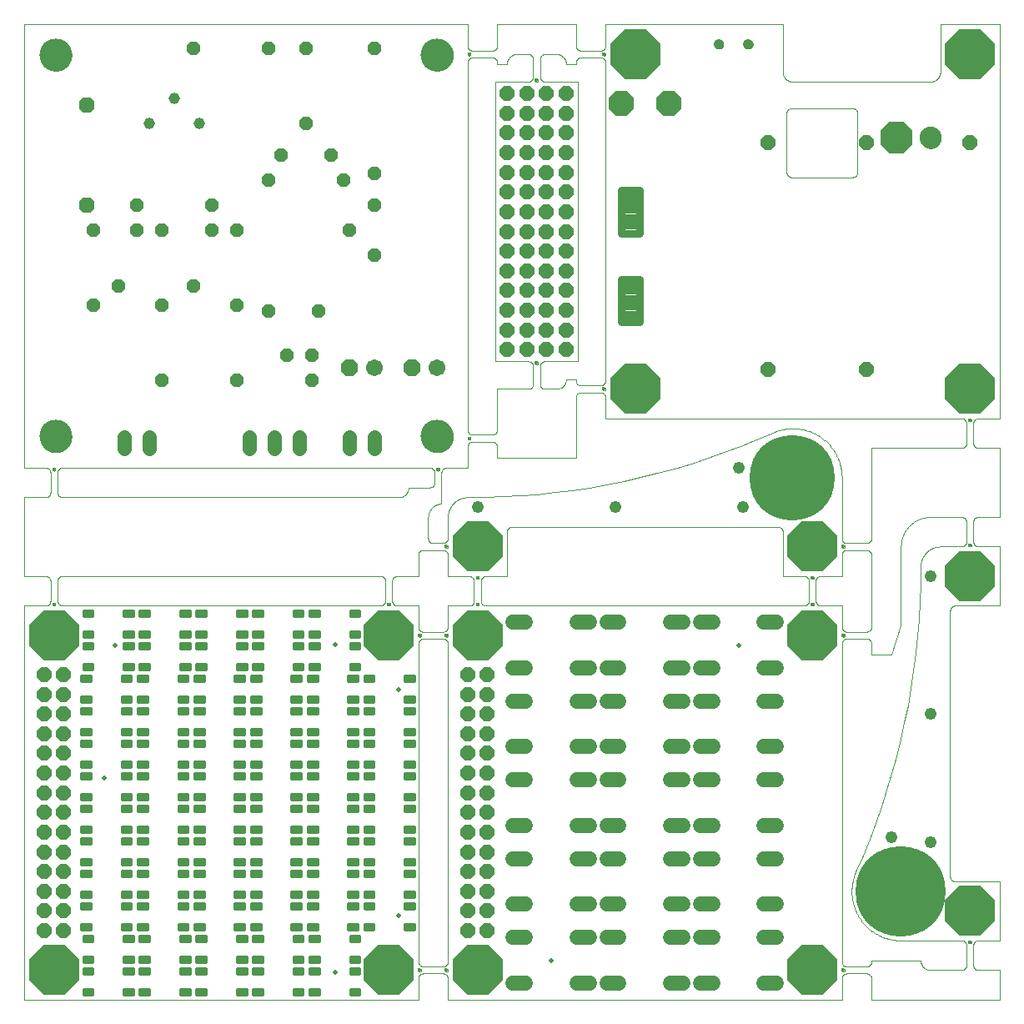
<source format=gts>
G04 EAGLE Gerber X2 export*
G75*
%MOMM*%
%FSLAX34Y34*%
%LPD*%
%AMOC8*
5,1,8,0,0,1.08239X$1,22.5*%
G01*
%ADD10C,0.000000*%
%ADD11C,0.360000*%
%ADD12C,2.240000*%
%ADD13C,3.340000*%
%ADD14P,1.558642X8X292.500000*%
%ADD15P,1.558642X8X112.500000*%
%ADD16C,1.540000*%
%ADD17C,0.500000*%
%ADD18C,0.252000*%
%ADD19C,1.040000*%
%ADD20C,0.792000*%
%ADD21C,1.454400*%
%ADD22P,1.464257X8X292.500000*%
%ADD23P,1.464257X8X112.500000*%
%ADD24P,1.464257X8X202.500000*%
%ADD25P,1.464257X8X22.500000*%
%ADD26C,1.149600*%
%ADD27P,1.856082X8X202.500000*%
%ADD28C,1.714800*%
%ADD29P,1.691126X8X292.500000*%
%ADD30P,5.563485X8X22.500000*%
%ADD31C,9.140000*%
%ADD32C,8.640000*%
%ADD33C,1.240000*%
%ADD34P,2.749271X8X22.500000*%
%ADD35P,1.558642X8X22.500000*%
%ADD36P,3.524262X8X22.500000*%


D10*
X478000Y648000D02*
X511500Y648000D01*
X528500Y648000D02*
X562000Y648000D01*
X562000Y932000D01*
X528500Y932000D01*
X511500Y932000D02*
X478000Y932000D01*
X478000Y648000D01*
X590000Y590000D02*
X951500Y590000D01*
X968500Y590000D02*
X990000Y590000D01*
X990000Y990000D01*
X930000Y990000D01*
X590000Y951500D02*
X590000Y628500D01*
X590000Y611500D02*
X590000Y590000D01*
X590000Y968500D02*
X590000Y990000D01*
X990000Y120000D02*
X990000Y60000D01*
X990000Y120000D02*
X945000Y120000D01*
X944860Y120002D01*
X944720Y120008D01*
X944580Y120018D01*
X944440Y120031D01*
X944301Y120049D01*
X944162Y120071D01*
X944025Y120096D01*
X943887Y120125D01*
X943751Y120158D01*
X943616Y120195D01*
X943482Y120236D01*
X943349Y120281D01*
X943217Y120329D01*
X943087Y120381D01*
X942958Y120436D01*
X942831Y120495D01*
X942705Y120558D01*
X942581Y120624D01*
X942460Y120693D01*
X942340Y120766D01*
X942222Y120843D01*
X942107Y120922D01*
X941993Y121005D01*
X941883Y121091D01*
X941774Y121180D01*
X941668Y121272D01*
X941565Y121367D01*
X941464Y121464D01*
X941367Y121565D01*
X941272Y121668D01*
X941180Y121774D01*
X941091Y121883D01*
X941005Y121993D01*
X940922Y122107D01*
X940843Y122222D01*
X940766Y122340D01*
X940693Y122460D01*
X940624Y122581D01*
X940558Y122705D01*
X940495Y122831D01*
X940436Y122958D01*
X940381Y123087D01*
X940329Y123217D01*
X940281Y123349D01*
X940236Y123482D01*
X940195Y123616D01*
X940158Y123751D01*
X940125Y123887D01*
X940096Y124025D01*
X940071Y124162D01*
X940049Y124301D01*
X940031Y124440D01*
X940018Y124580D01*
X940008Y124720D01*
X940002Y124860D01*
X940000Y125000D01*
X940000Y395000D01*
X940002Y395140D01*
X940008Y395280D01*
X940018Y395420D01*
X940031Y395560D01*
X940049Y395699D01*
X940071Y395838D01*
X940096Y395975D01*
X940125Y396113D01*
X940158Y396249D01*
X940195Y396384D01*
X940236Y396518D01*
X940281Y396651D01*
X940329Y396783D01*
X940381Y396913D01*
X940436Y397042D01*
X940495Y397169D01*
X940558Y397295D01*
X940624Y397419D01*
X940693Y397540D01*
X940766Y397660D01*
X940843Y397778D01*
X940922Y397893D01*
X941005Y398007D01*
X941091Y398117D01*
X941180Y398226D01*
X941272Y398332D01*
X941367Y398435D01*
X941464Y398536D01*
X941565Y398633D01*
X941668Y398728D01*
X941774Y398820D01*
X941883Y398909D01*
X941993Y398995D01*
X942107Y399078D01*
X942222Y399157D01*
X942340Y399234D01*
X942460Y399307D01*
X942581Y399376D01*
X942705Y399442D01*
X942831Y399505D01*
X942958Y399564D01*
X943087Y399619D01*
X943217Y399671D01*
X943349Y399719D01*
X943482Y399764D01*
X943616Y399805D01*
X943751Y399842D01*
X943887Y399875D01*
X944025Y399904D01*
X944162Y399929D01*
X944301Y399951D01*
X944440Y399969D01*
X944580Y399982D01*
X944720Y399992D01*
X944860Y399998D01*
X945000Y400000D01*
X990000Y400000D01*
X990000Y460000D01*
X830000Y0D02*
X430000Y0D01*
X830000Y0D02*
X830000Y21500D01*
X830000Y38500D02*
X830000Y361500D01*
X830000Y378500D02*
X830000Y400000D01*
X808500Y400000D01*
X791500Y400000D02*
X468500Y400000D01*
X451500Y400000D02*
X430000Y400000D01*
X430000Y378500D01*
X430000Y361500D02*
X430000Y38500D01*
X430000Y21500D02*
X430000Y0D01*
X400000Y0D02*
X0Y0D01*
X400000Y0D02*
X400000Y21500D01*
X400000Y38500D02*
X400000Y361500D01*
X400000Y378500D02*
X400000Y400000D01*
X378500Y400000D01*
X361500Y400000D02*
X38500Y400000D01*
X21500Y400000D02*
X0Y400000D01*
X0Y0D01*
X0Y540000D02*
X21500Y540000D01*
X38500Y540000D02*
X411500Y540000D01*
X428500Y540000D02*
X450000Y540000D01*
X450000Y561500D01*
X450000Y578500D02*
X450000Y951500D01*
X450000Y968500D02*
X450000Y990000D01*
X0Y990000D01*
X0Y540000D01*
X890000Y60000D02*
X951500Y60000D01*
X968500Y60000D02*
X990000Y60000D01*
X990000Y460000D02*
X968500Y460000D01*
X951500Y460000D02*
X930000Y460000D01*
X910000Y440000D02*
X909794Y422284D01*
X909177Y404578D01*
X908149Y386891D01*
X906711Y369233D01*
X904862Y351613D01*
X902605Y334041D01*
X899941Y316525D01*
X896871Y299077D01*
X893396Y281704D01*
X889518Y264417D01*
X885241Y247224D01*
X880565Y230135D01*
X875493Y213160D01*
X870029Y196307D01*
X864175Y179585D01*
X857934Y163004D01*
X851310Y146572D01*
X844306Y130299D01*
X843827Y129185D01*
X843375Y128059D01*
X842951Y126923D01*
X842554Y125777D01*
X842186Y124622D01*
X841845Y123458D01*
X841533Y122286D01*
X841249Y121107D01*
X840994Y119922D01*
X840768Y118730D01*
X840571Y117534D01*
X840403Y116333D01*
X840264Y115128D01*
X840154Y113920D01*
X840074Y112710D01*
X840022Y111499D01*
X840001Y110286D01*
X840009Y109074D01*
X840046Y107862D01*
X840112Y106651D01*
X840208Y105442D01*
X840333Y104236D01*
X840488Y103033D01*
X840671Y101834D01*
X840884Y100640D01*
X841125Y99452D01*
X841396Y98270D01*
X841694Y97094D01*
X842021Y95927D01*
X842377Y94767D01*
X842760Y93617D01*
X843172Y92476D01*
X843610Y91345D01*
X844076Y90226D01*
X844569Y89118D01*
X845089Y88022D01*
X845635Y86940D01*
X846208Y85870D01*
X846806Y84815D01*
X847429Y83775D01*
X848078Y82751D01*
X848751Y81742D01*
X849448Y80750D01*
X850170Y79775D01*
X850914Y78818D01*
X851682Y77879D01*
X852472Y76959D01*
X853285Y76059D01*
X854119Y75179D01*
X854974Y74319D01*
X855849Y73480D01*
X856745Y72662D01*
X857660Y71867D01*
X858595Y71094D01*
X859547Y70343D01*
X860518Y69617D01*
X861506Y68913D01*
X862511Y68235D01*
X863532Y67580D01*
X864569Y66951D01*
X865620Y66347D01*
X866686Y65768D01*
X867765Y65216D01*
X868858Y64690D01*
X869963Y64190D01*
X871080Y63718D01*
X872208Y63273D01*
X873346Y62855D01*
X874495Y62465D01*
X875652Y62103D01*
X876818Y61769D01*
X877991Y61463D01*
X879172Y61187D01*
X880359Y60938D01*
X881552Y60719D01*
X882749Y60529D01*
X883951Y60367D01*
X885157Y60235D01*
X886365Y60132D01*
X887576Y60059D01*
X888787Y60015D01*
X890000Y60000D01*
X910000Y440000D02*
X910006Y440483D01*
X910023Y440966D01*
X910053Y441449D01*
X910093Y441930D01*
X910146Y442411D01*
X910210Y442890D01*
X910285Y443367D01*
X910373Y443843D01*
X910471Y444316D01*
X910581Y444786D01*
X910702Y445254D01*
X910835Y445719D01*
X910979Y446180D01*
X911134Y446638D01*
X911300Y447092D01*
X911477Y447542D01*
X911664Y447987D01*
X911863Y448428D01*
X912071Y448864D01*
X912291Y449294D01*
X912521Y449720D01*
X912761Y450139D01*
X913011Y450553D01*
X913271Y450960D01*
X913540Y451361D01*
X913820Y451756D01*
X914108Y452143D01*
X914407Y452524D01*
X914714Y452897D01*
X915030Y453262D01*
X915355Y453620D01*
X915688Y453970D01*
X916030Y454312D01*
X916380Y454645D01*
X916738Y454970D01*
X917103Y455286D01*
X917476Y455593D01*
X917857Y455892D01*
X918244Y456180D01*
X918639Y456460D01*
X919040Y456729D01*
X919447Y456989D01*
X919861Y457239D01*
X920280Y457479D01*
X920706Y457709D01*
X921136Y457929D01*
X921572Y458137D01*
X922013Y458336D01*
X922458Y458523D01*
X922908Y458700D01*
X923362Y458866D01*
X923820Y459021D01*
X924281Y459165D01*
X924746Y459298D01*
X925214Y459419D01*
X925684Y459529D01*
X926157Y459627D01*
X926633Y459715D01*
X927110Y459790D01*
X927589Y459854D01*
X928070Y459907D01*
X928551Y459947D01*
X929034Y459977D01*
X929517Y459994D01*
X930000Y460000D01*
X830000Y430000D02*
X808500Y430000D01*
X791500Y430000D02*
X770000Y430000D01*
X770000Y475000D01*
X769998Y475140D01*
X769992Y475280D01*
X769982Y475420D01*
X769969Y475560D01*
X769951Y475699D01*
X769929Y475838D01*
X769904Y475975D01*
X769875Y476113D01*
X769842Y476249D01*
X769805Y476384D01*
X769764Y476518D01*
X769719Y476651D01*
X769671Y476783D01*
X769619Y476913D01*
X769564Y477042D01*
X769505Y477169D01*
X769442Y477295D01*
X769376Y477419D01*
X769307Y477540D01*
X769234Y477660D01*
X769157Y477778D01*
X769078Y477893D01*
X768995Y478007D01*
X768909Y478117D01*
X768820Y478226D01*
X768728Y478332D01*
X768633Y478435D01*
X768536Y478536D01*
X768435Y478633D01*
X768332Y478728D01*
X768226Y478820D01*
X768117Y478909D01*
X768007Y478995D01*
X767893Y479078D01*
X767778Y479157D01*
X767660Y479234D01*
X767540Y479307D01*
X767419Y479376D01*
X767295Y479442D01*
X767169Y479505D01*
X767042Y479564D01*
X766913Y479619D01*
X766783Y479671D01*
X766651Y479719D01*
X766518Y479764D01*
X766384Y479805D01*
X766249Y479842D01*
X766113Y479875D01*
X765975Y479904D01*
X765838Y479929D01*
X765699Y479951D01*
X765560Y479969D01*
X765420Y479982D01*
X765280Y479992D01*
X765140Y479998D01*
X765000Y480000D01*
X495000Y480000D01*
X494860Y479998D01*
X494720Y479992D01*
X494580Y479982D01*
X494440Y479969D01*
X494301Y479951D01*
X494162Y479929D01*
X494025Y479904D01*
X493887Y479875D01*
X493751Y479842D01*
X493616Y479805D01*
X493482Y479764D01*
X493349Y479719D01*
X493217Y479671D01*
X493087Y479619D01*
X492958Y479564D01*
X492831Y479505D01*
X492705Y479442D01*
X492581Y479376D01*
X492460Y479307D01*
X492340Y479234D01*
X492222Y479157D01*
X492107Y479078D01*
X491993Y478995D01*
X491883Y478909D01*
X491774Y478820D01*
X491668Y478728D01*
X491565Y478633D01*
X491464Y478536D01*
X491367Y478435D01*
X491272Y478332D01*
X491180Y478226D01*
X491091Y478117D01*
X491005Y478007D01*
X490922Y477893D01*
X490843Y477778D01*
X490766Y477660D01*
X490693Y477540D01*
X490624Y477419D01*
X490558Y477295D01*
X490495Y477169D01*
X490436Y477042D01*
X490381Y476913D01*
X490329Y476783D01*
X490281Y476651D01*
X490236Y476518D01*
X490195Y476384D01*
X490158Y476249D01*
X490125Y476113D01*
X490096Y475975D01*
X490071Y475838D01*
X490049Y475699D01*
X490031Y475560D01*
X490018Y475420D01*
X490008Y475280D01*
X490002Y475140D01*
X490000Y475000D01*
X490000Y430000D01*
X468500Y430000D01*
X451500Y430000D02*
X430000Y430000D01*
X830000Y468500D02*
X830000Y530000D01*
X830000Y451500D02*
X830000Y430000D01*
X430000Y430000D02*
X430000Y451500D01*
X430000Y468500D02*
X430000Y490000D01*
X430006Y490483D01*
X430023Y490966D01*
X430053Y491449D01*
X430093Y491930D01*
X430146Y492411D01*
X430210Y492890D01*
X430285Y493367D01*
X430373Y493843D01*
X430471Y494316D01*
X430581Y494786D01*
X430702Y495254D01*
X430835Y495719D01*
X430979Y496180D01*
X431134Y496638D01*
X431300Y497092D01*
X431477Y497542D01*
X431664Y497987D01*
X431863Y498428D01*
X432071Y498864D01*
X432291Y499294D01*
X432521Y499720D01*
X432761Y500139D01*
X433011Y500553D01*
X433271Y500960D01*
X433540Y501361D01*
X433820Y501756D01*
X434108Y502143D01*
X434407Y502524D01*
X434714Y502897D01*
X435030Y503262D01*
X435355Y503620D01*
X435688Y503970D01*
X436030Y504312D01*
X436380Y504645D01*
X436738Y504970D01*
X437103Y505286D01*
X437476Y505593D01*
X437857Y505892D01*
X438244Y506180D01*
X438639Y506460D01*
X439040Y506729D01*
X439447Y506989D01*
X439861Y507239D01*
X440280Y507479D01*
X440706Y507709D01*
X441136Y507929D01*
X441572Y508137D01*
X442013Y508336D01*
X442458Y508523D01*
X442908Y508700D01*
X443362Y508866D01*
X443820Y509021D01*
X444281Y509165D01*
X444746Y509298D01*
X445214Y509419D01*
X445684Y509529D01*
X446157Y509627D01*
X446633Y509715D01*
X447110Y509790D01*
X447589Y509854D01*
X448070Y509907D01*
X448551Y509947D01*
X449034Y509977D01*
X449517Y509994D01*
X450000Y510000D01*
X425000Y456500D02*
X425140Y456498D01*
X425280Y456492D01*
X425420Y456482D01*
X425560Y456469D01*
X425699Y456451D01*
X425838Y456429D01*
X425975Y456404D01*
X426113Y456375D01*
X426249Y456342D01*
X426384Y456305D01*
X426518Y456264D01*
X426651Y456219D01*
X426783Y456171D01*
X426913Y456119D01*
X427042Y456064D01*
X427169Y456005D01*
X427295Y455942D01*
X427419Y455876D01*
X427540Y455807D01*
X427660Y455734D01*
X427778Y455657D01*
X427893Y455578D01*
X428007Y455495D01*
X428117Y455409D01*
X428226Y455320D01*
X428332Y455228D01*
X428435Y455133D01*
X428536Y455036D01*
X428633Y454935D01*
X428728Y454832D01*
X428820Y454726D01*
X428909Y454617D01*
X428995Y454507D01*
X429078Y454393D01*
X429157Y454278D01*
X429234Y454160D01*
X429307Y454040D01*
X429376Y453919D01*
X429442Y453795D01*
X429505Y453669D01*
X429564Y453542D01*
X429619Y453413D01*
X429671Y453283D01*
X429719Y453151D01*
X429764Y453018D01*
X429805Y452884D01*
X429842Y452749D01*
X429875Y452613D01*
X429904Y452475D01*
X429929Y452338D01*
X429951Y452199D01*
X429969Y452060D01*
X429982Y451920D01*
X429992Y451780D01*
X429998Y451640D01*
X430000Y451500D01*
X427000Y460000D02*
X427002Y460077D01*
X427008Y460154D01*
X427018Y460231D01*
X427032Y460307D01*
X427049Y460382D01*
X427071Y460456D01*
X427096Y460529D01*
X427126Y460601D01*
X427158Y460671D01*
X427195Y460739D01*
X427234Y460805D01*
X427277Y460869D01*
X427324Y460931D01*
X427373Y460990D01*
X427426Y461047D01*
X427481Y461101D01*
X427539Y461152D01*
X427600Y461200D01*
X427663Y461245D01*
X427728Y461286D01*
X427795Y461324D01*
X427864Y461359D01*
X427935Y461389D01*
X428007Y461417D01*
X428081Y461440D01*
X428155Y461460D01*
X428231Y461476D01*
X428307Y461488D01*
X428384Y461496D01*
X428461Y461500D01*
X428539Y461500D01*
X428616Y461496D01*
X428693Y461488D01*
X428769Y461476D01*
X428845Y461460D01*
X428919Y461440D01*
X428993Y461417D01*
X429065Y461389D01*
X429136Y461359D01*
X429205Y461324D01*
X429272Y461286D01*
X429337Y461245D01*
X429400Y461200D01*
X429461Y461152D01*
X429519Y461101D01*
X429574Y461047D01*
X429627Y460990D01*
X429676Y460931D01*
X429723Y460869D01*
X429766Y460805D01*
X429805Y460739D01*
X429842Y460671D01*
X429874Y460601D01*
X429904Y460529D01*
X429929Y460456D01*
X429951Y460382D01*
X429968Y460307D01*
X429982Y460231D01*
X429992Y460154D01*
X429998Y460077D01*
X430000Y460000D01*
X429998Y459923D01*
X429992Y459846D01*
X429982Y459769D01*
X429968Y459693D01*
X429951Y459618D01*
X429929Y459544D01*
X429904Y459471D01*
X429874Y459399D01*
X429842Y459329D01*
X429805Y459261D01*
X429766Y459195D01*
X429723Y459131D01*
X429676Y459069D01*
X429627Y459010D01*
X429574Y458953D01*
X429519Y458899D01*
X429461Y458848D01*
X429400Y458800D01*
X429337Y458755D01*
X429272Y458714D01*
X429205Y458676D01*
X429136Y458641D01*
X429065Y458611D01*
X428993Y458583D01*
X428919Y458560D01*
X428845Y458540D01*
X428769Y458524D01*
X428693Y458512D01*
X428616Y458504D01*
X428539Y458500D01*
X428461Y458500D01*
X428384Y458504D01*
X428307Y458512D01*
X428231Y458524D01*
X428155Y458540D01*
X428081Y458560D01*
X428007Y458583D01*
X427935Y458611D01*
X427864Y458641D01*
X427795Y458676D01*
X427728Y458714D01*
X427663Y458755D01*
X427600Y458800D01*
X427539Y458848D01*
X427481Y458899D01*
X427426Y458953D01*
X427373Y459010D01*
X427324Y459069D01*
X427277Y459131D01*
X427234Y459195D01*
X427195Y459261D01*
X427158Y459329D01*
X427126Y459399D01*
X427096Y459471D01*
X427071Y459544D01*
X427049Y459618D01*
X427032Y459693D01*
X427018Y459769D01*
X427008Y459846D01*
X427002Y459923D01*
X427000Y460000D01*
D11*
X428500Y460000D03*
D10*
X425000Y463500D02*
X425140Y463502D01*
X425280Y463508D01*
X425420Y463518D01*
X425560Y463531D01*
X425699Y463549D01*
X425838Y463571D01*
X425975Y463596D01*
X426113Y463625D01*
X426249Y463658D01*
X426384Y463695D01*
X426518Y463736D01*
X426651Y463781D01*
X426783Y463829D01*
X426913Y463881D01*
X427042Y463936D01*
X427169Y463995D01*
X427295Y464058D01*
X427419Y464124D01*
X427540Y464193D01*
X427660Y464266D01*
X427778Y464343D01*
X427893Y464422D01*
X428007Y464505D01*
X428117Y464591D01*
X428226Y464680D01*
X428332Y464772D01*
X428435Y464867D01*
X428536Y464964D01*
X428633Y465065D01*
X428728Y465168D01*
X428820Y465274D01*
X428909Y465383D01*
X428995Y465493D01*
X429078Y465607D01*
X429157Y465722D01*
X429234Y465840D01*
X429307Y465960D01*
X429376Y466081D01*
X429442Y466205D01*
X429505Y466331D01*
X429564Y466458D01*
X429619Y466587D01*
X429671Y466717D01*
X429719Y466849D01*
X429764Y466982D01*
X429805Y467116D01*
X429842Y467251D01*
X429875Y467387D01*
X429904Y467525D01*
X429929Y467662D01*
X429951Y467801D01*
X429969Y467940D01*
X429982Y468080D01*
X429992Y468220D01*
X429998Y468360D01*
X430000Y468500D01*
X590000Y951500D02*
X589998Y951640D01*
X589992Y951780D01*
X589982Y951920D01*
X589969Y952060D01*
X589951Y952199D01*
X589929Y952338D01*
X589904Y952475D01*
X589875Y952613D01*
X589842Y952749D01*
X589805Y952884D01*
X589764Y953018D01*
X589719Y953151D01*
X589671Y953283D01*
X589619Y953413D01*
X589564Y953542D01*
X589505Y953669D01*
X589442Y953795D01*
X589376Y953919D01*
X589307Y954040D01*
X589234Y954160D01*
X589157Y954278D01*
X589078Y954393D01*
X588995Y954507D01*
X588909Y954617D01*
X588820Y954726D01*
X588728Y954832D01*
X588633Y954935D01*
X588536Y955036D01*
X588435Y955133D01*
X588332Y955228D01*
X588226Y955320D01*
X588117Y955409D01*
X588007Y955495D01*
X587893Y955578D01*
X587778Y955657D01*
X587660Y955734D01*
X587540Y955807D01*
X587419Y955876D01*
X587295Y955942D01*
X587169Y956005D01*
X587042Y956064D01*
X586913Y956119D01*
X586783Y956171D01*
X586651Y956219D01*
X586518Y956264D01*
X586384Y956305D01*
X586249Y956342D01*
X586113Y956375D01*
X585975Y956404D01*
X585838Y956429D01*
X585699Y956451D01*
X585560Y956469D01*
X585420Y956482D01*
X585280Y956492D01*
X585140Y956498D01*
X585000Y956500D01*
X587000Y960000D02*
X587002Y960077D01*
X587008Y960154D01*
X587018Y960231D01*
X587032Y960307D01*
X587049Y960382D01*
X587071Y960456D01*
X587096Y960529D01*
X587126Y960601D01*
X587158Y960671D01*
X587195Y960739D01*
X587234Y960805D01*
X587277Y960869D01*
X587324Y960931D01*
X587373Y960990D01*
X587426Y961047D01*
X587481Y961101D01*
X587539Y961152D01*
X587600Y961200D01*
X587663Y961245D01*
X587728Y961286D01*
X587795Y961324D01*
X587864Y961359D01*
X587935Y961389D01*
X588007Y961417D01*
X588081Y961440D01*
X588155Y961460D01*
X588231Y961476D01*
X588307Y961488D01*
X588384Y961496D01*
X588461Y961500D01*
X588539Y961500D01*
X588616Y961496D01*
X588693Y961488D01*
X588769Y961476D01*
X588845Y961460D01*
X588919Y961440D01*
X588993Y961417D01*
X589065Y961389D01*
X589136Y961359D01*
X589205Y961324D01*
X589272Y961286D01*
X589337Y961245D01*
X589400Y961200D01*
X589461Y961152D01*
X589519Y961101D01*
X589574Y961047D01*
X589627Y960990D01*
X589676Y960931D01*
X589723Y960869D01*
X589766Y960805D01*
X589805Y960739D01*
X589842Y960671D01*
X589874Y960601D01*
X589904Y960529D01*
X589929Y960456D01*
X589951Y960382D01*
X589968Y960307D01*
X589982Y960231D01*
X589992Y960154D01*
X589998Y960077D01*
X590000Y960000D01*
X589998Y959923D01*
X589992Y959846D01*
X589982Y959769D01*
X589968Y959693D01*
X589951Y959618D01*
X589929Y959544D01*
X589904Y959471D01*
X589874Y959399D01*
X589842Y959329D01*
X589805Y959261D01*
X589766Y959195D01*
X589723Y959131D01*
X589676Y959069D01*
X589627Y959010D01*
X589574Y958953D01*
X589519Y958899D01*
X589461Y958848D01*
X589400Y958800D01*
X589337Y958755D01*
X589272Y958714D01*
X589205Y958676D01*
X589136Y958641D01*
X589065Y958611D01*
X588993Y958583D01*
X588919Y958560D01*
X588845Y958540D01*
X588769Y958524D01*
X588693Y958512D01*
X588616Y958504D01*
X588539Y958500D01*
X588461Y958500D01*
X588384Y958504D01*
X588307Y958512D01*
X588231Y958524D01*
X588155Y958540D01*
X588081Y958560D01*
X588007Y958583D01*
X587935Y958611D01*
X587864Y958641D01*
X587795Y958676D01*
X587728Y958714D01*
X587663Y958755D01*
X587600Y958800D01*
X587539Y958848D01*
X587481Y958899D01*
X587426Y958953D01*
X587373Y959010D01*
X587324Y959069D01*
X587277Y959131D01*
X587234Y959195D01*
X587195Y959261D01*
X587158Y959329D01*
X587126Y959399D01*
X587096Y959471D01*
X587071Y959544D01*
X587049Y959618D01*
X587032Y959693D01*
X587018Y959769D01*
X587008Y959846D01*
X587002Y959923D01*
X587000Y960000D01*
D11*
X588500Y960000D03*
D10*
X585000Y963500D02*
X585140Y963502D01*
X585280Y963508D01*
X585420Y963518D01*
X585560Y963531D01*
X585699Y963549D01*
X585838Y963571D01*
X585975Y963596D01*
X586113Y963625D01*
X586249Y963658D01*
X586384Y963695D01*
X586518Y963736D01*
X586651Y963781D01*
X586783Y963829D01*
X586913Y963881D01*
X587042Y963936D01*
X587169Y963995D01*
X587295Y964058D01*
X587419Y964124D01*
X587540Y964193D01*
X587660Y964266D01*
X587778Y964343D01*
X587893Y964422D01*
X588007Y964505D01*
X588117Y964591D01*
X588226Y964680D01*
X588332Y964772D01*
X588435Y964867D01*
X588536Y964964D01*
X588633Y965065D01*
X588728Y965168D01*
X588820Y965274D01*
X588909Y965383D01*
X588995Y965493D01*
X589078Y965607D01*
X589157Y965722D01*
X589234Y965840D01*
X589307Y965960D01*
X589376Y966081D01*
X589442Y966205D01*
X589505Y966331D01*
X589564Y966458D01*
X589619Y966587D01*
X589671Y966717D01*
X589719Y966849D01*
X589764Y966982D01*
X589805Y967116D01*
X589842Y967251D01*
X589875Y967387D01*
X589904Y967525D01*
X589929Y967662D01*
X589951Y967801D01*
X589969Y967940D01*
X589982Y968080D01*
X589992Y968220D01*
X589998Y968360D01*
X590000Y968500D01*
X585000Y616500D02*
X585140Y616498D01*
X585280Y616492D01*
X585420Y616482D01*
X585560Y616469D01*
X585699Y616451D01*
X585838Y616429D01*
X585975Y616404D01*
X586113Y616375D01*
X586249Y616342D01*
X586384Y616305D01*
X586518Y616264D01*
X586651Y616219D01*
X586783Y616171D01*
X586913Y616119D01*
X587042Y616064D01*
X587169Y616005D01*
X587295Y615942D01*
X587419Y615876D01*
X587540Y615807D01*
X587660Y615734D01*
X587778Y615657D01*
X587893Y615578D01*
X588007Y615495D01*
X588117Y615409D01*
X588226Y615320D01*
X588332Y615228D01*
X588435Y615133D01*
X588536Y615036D01*
X588633Y614935D01*
X588728Y614832D01*
X588820Y614726D01*
X588909Y614617D01*
X588995Y614507D01*
X589078Y614393D01*
X589157Y614278D01*
X589234Y614160D01*
X589307Y614040D01*
X589376Y613919D01*
X589442Y613795D01*
X589505Y613669D01*
X589564Y613542D01*
X589619Y613413D01*
X589671Y613283D01*
X589719Y613151D01*
X589764Y613018D01*
X589805Y612884D01*
X589842Y612749D01*
X589875Y612613D01*
X589904Y612475D01*
X589929Y612338D01*
X589951Y612199D01*
X589969Y612060D01*
X589982Y611920D01*
X589992Y611780D01*
X589998Y611640D01*
X590000Y611500D01*
X587000Y620000D02*
X587002Y620077D01*
X587008Y620154D01*
X587018Y620231D01*
X587032Y620307D01*
X587049Y620382D01*
X587071Y620456D01*
X587096Y620529D01*
X587126Y620601D01*
X587158Y620671D01*
X587195Y620739D01*
X587234Y620805D01*
X587277Y620869D01*
X587324Y620931D01*
X587373Y620990D01*
X587426Y621047D01*
X587481Y621101D01*
X587539Y621152D01*
X587600Y621200D01*
X587663Y621245D01*
X587728Y621286D01*
X587795Y621324D01*
X587864Y621359D01*
X587935Y621389D01*
X588007Y621417D01*
X588081Y621440D01*
X588155Y621460D01*
X588231Y621476D01*
X588307Y621488D01*
X588384Y621496D01*
X588461Y621500D01*
X588539Y621500D01*
X588616Y621496D01*
X588693Y621488D01*
X588769Y621476D01*
X588845Y621460D01*
X588919Y621440D01*
X588993Y621417D01*
X589065Y621389D01*
X589136Y621359D01*
X589205Y621324D01*
X589272Y621286D01*
X589337Y621245D01*
X589400Y621200D01*
X589461Y621152D01*
X589519Y621101D01*
X589574Y621047D01*
X589627Y620990D01*
X589676Y620931D01*
X589723Y620869D01*
X589766Y620805D01*
X589805Y620739D01*
X589842Y620671D01*
X589874Y620601D01*
X589904Y620529D01*
X589929Y620456D01*
X589951Y620382D01*
X589968Y620307D01*
X589982Y620231D01*
X589992Y620154D01*
X589998Y620077D01*
X590000Y620000D01*
X589998Y619923D01*
X589992Y619846D01*
X589982Y619769D01*
X589968Y619693D01*
X589951Y619618D01*
X589929Y619544D01*
X589904Y619471D01*
X589874Y619399D01*
X589842Y619329D01*
X589805Y619261D01*
X589766Y619195D01*
X589723Y619131D01*
X589676Y619069D01*
X589627Y619010D01*
X589574Y618953D01*
X589519Y618899D01*
X589461Y618848D01*
X589400Y618800D01*
X589337Y618755D01*
X589272Y618714D01*
X589205Y618676D01*
X589136Y618641D01*
X589065Y618611D01*
X588993Y618583D01*
X588919Y618560D01*
X588845Y618540D01*
X588769Y618524D01*
X588693Y618512D01*
X588616Y618504D01*
X588539Y618500D01*
X588461Y618500D01*
X588384Y618504D01*
X588307Y618512D01*
X588231Y618524D01*
X588155Y618540D01*
X588081Y618560D01*
X588007Y618583D01*
X587935Y618611D01*
X587864Y618641D01*
X587795Y618676D01*
X587728Y618714D01*
X587663Y618755D01*
X587600Y618800D01*
X587539Y618848D01*
X587481Y618899D01*
X587426Y618953D01*
X587373Y619010D01*
X587324Y619069D01*
X587277Y619131D01*
X587234Y619195D01*
X587195Y619261D01*
X587158Y619329D01*
X587126Y619399D01*
X587096Y619471D01*
X587071Y619544D01*
X587049Y619618D01*
X587032Y619693D01*
X587018Y619769D01*
X587008Y619846D01*
X587002Y619923D01*
X587000Y620000D01*
D11*
X588500Y620000D03*
D10*
X585000Y623500D02*
X585140Y623502D01*
X585280Y623508D01*
X585420Y623518D01*
X585560Y623531D01*
X585699Y623549D01*
X585838Y623571D01*
X585975Y623596D01*
X586113Y623625D01*
X586249Y623658D01*
X586384Y623695D01*
X586518Y623736D01*
X586651Y623781D01*
X586783Y623829D01*
X586913Y623881D01*
X587042Y623936D01*
X587169Y623995D01*
X587295Y624058D01*
X587419Y624124D01*
X587540Y624193D01*
X587660Y624266D01*
X587778Y624343D01*
X587893Y624422D01*
X588007Y624505D01*
X588117Y624591D01*
X588226Y624680D01*
X588332Y624772D01*
X588435Y624867D01*
X588536Y624964D01*
X588633Y625065D01*
X588728Y625168D01*
X588820Y625274D01*
X588909Y625383D01*
X588995Y625493D01*
X589078Y625607D01*
X589157Y625722D01*
X589234Y625840D01*
X589307Y625960D01*
X589376Y626081D01*
X589442Y626205D01*
X589505Y626331D01*
X589564Y626458D01*
X589619Y626587D01*
X589671Y626717D01*
X589719Y626849D01*
X589764Y626982D01*
X589805Y627116D01*
X589842Y627251D01*
X589875Y627387D01*
X589904Y627525D01*
X589929Y627662D01*
X589951Y627801D01*
X589969Y627940D01*
X589982Y628080D01*
X589992Y628220D01*
X589998Y628360D01*
X590000Y628500D01*
X963500Y585000D02*
X963502Y585140D01*
X963508Y585280D01*
X963518Y585420D01*
X963531Y585560D01*
X963549Y585699D01*
X963571Y585838D01*
X963596Y585975D01*
X963625Y586113D01*
X963658Y586249D01*
X963695Y586384D01*
X963736Y586518D01*
X963781Y586651D01*
X963829Y586783D01*
X963881Y586913D01*
X963936Y587042D01*
X963995Y587169D01*
X964058Y587295D01*
X964124Y587419D01*
X964193Y587540D01*
X964266Y587660D01*
X964343Y587778D01*
X964422Y587893D01*
X964505Y588007D01*
X964591Y588117D01*
X964680Y588226D01*
X964772Y588332D01*
X964867Y588435D01*
X964964Y588536D01*
X965065Y588633D01*
X965168Y588728D01*
X965274Y588820D01*
X965383Y588909D01*
X965493Y588995D01*
X965607Y589078D01*
X965722Y589157D01*
X965840Y589234D01*
X965960Y589307D01*
X966081Y589376D01*
X966205Y589442D01*
X966331Y589505D01*
X966458Y589564D01*
X966587Y589619D01*
X966717Y589671D01*
X966849Y589719D01*
X966982Y589764D01*
X967116Y589805D01*
X967251Y589842D01*
X967387Y589875D01*
X967525Y589904D01*
X967662Y589929D01*
X967801Y589951D01*
X967940Y589969D01*
X968080Y589982D01*
X968220Y589992D01*
X968360Y589998D01*
X968500Y590000D01*
X958500Y588500D02*
X958502Y588577D01*
X958508Y588654D01*
X958518Y588731D01*
X958532Y588807D01*
X958549Y588882D01*
X958571Y588956D01*
X958596Y589029D01*
X958626Y589101D01*
X958658Y589171D01*
X958695Y589239D01*
X958734Y589305D01*
X958777Y589369D01*
X958824Y589431D01*
X958873Y589490D01*
X958926Y589547D01*
X958981Y589601D01*
X959039Y589652D01*
X959100Y589700D01*
X959163Y589745D01*
X959228Y589786D01*
X959295Y589824D01*
X959364Y589859D01*
X959435Y589889D01*
X959507Y589917D01*
X959581Y589940D01*
X959655Y589960D01*
X959731Y589976D01*
X959807Y589988D01*
X959884Y589996D01*
X959961Y590000D01*
X960039Y590000D01*
X960116Y589996D01*
X960193Y589988D01*
X960269Y589976D01*
X960345Y589960D01*
X960419Y589940D01*
X960493Y589917D01*
X960565Y589889D01*
X960636Y589859D01*
X960705Y589824D01*
X960772Y589786D01*
X960837Y589745D01*
X960900Y589700D01*
X960961Y589652D01*
X961019Y589601D01*
X961074Y589547D01*
X961127Y589490D01*
X961176Y589431D01*
X961223Y589369D01*
X961266Y589305D01*
X961305Y589239D01*
X961342Y589171D01*
X961374Y589101D01*
X961404Y589029D01*
X961429Y588956D01*
X961451Y588882D01*
X961468Y588807D01*
X961482Y588731D01*
X961492Y588654D01*
X961498Y588577D01*
X961500Y588500D01*
X961498Y588423D01*
X961492Y588346D01*
X961482Y588269D01*
X961468Y588193D01*
X961451Y588118D01*
X961429Y588044D01*
X961404Y587971D01*
X961374Y587899D01*
X961342Y587829D01*
X961305Y587761D01*
X961266Y587695D01*
X961223Y587631D01*
X961176Y587569D01*
X961127Y587510D01*
X961074Y587453D01*
X961019Y587399D01*
X960961Y587348D01*
X960900Y587300D01*
X960837Y587255D01*
X960772Y587214D01*
X960705Y587176D01*
X960636Y587141D01*
X960565Y587111D01*
X960493Y587083D01*
X960419Y587060D01*
X960345Y587040D01*
X960269Y587024D01*
X960193Y587012D01*
X960116Y587004D01*
X960039Y587000D01*
X959961Y587000D01*
X959884Y587004D01*
X959807Y587012D01*
X959731Y587024D01*
X959655Y587040D01*
X959581Y587060D01*
X959507Y587083D01*
X959435Y587111D01*
X959364Y587141D01*
X959295Y587176D01*
X959228Y587214D01*
X959163Y587255D01*
X959100Y587300D01*
X959039Y587348D01*
X958981Y587399D01*
X958926Y587453D01*
X958873Y587510D01*
X958824Y587569D01*
X958777Y587631D01*
X958734Y587695D01*
X958695Y587761D01*
X958658Y587829D01*
X958626Y587899D01*
X958596Y587971D01*
X958571Y588044D01*
X958549Y588118D01*
X958532Y588193D01*
X958518Y588269D01*
X958508Y588346D01*
X958502Y588423D01*
X958500Y588500D01*
D11*
X960000Y588500D03*
D10*
X956500Y585000D02*
X956498Y585140D01*
X956492Y585280D01*
X956482Y585420D01*
X956469Y585560D01*
X956451Y585699D01*
X956429Y585838D01*
X956404Y585975D01*
X956375Y586113D01*
X956342Y586249D01*
X956305Y586384D01*
X956264Y586518D01*
X956219Y586651D01*
X956171Y586783D01*
X956119Y586913D01*
X956064Y587042D01*
X956005Y587169D01*
X955942Y587295D01*
X955876Y587419D01*
X955807Y587540D01*
X955734Y587660D01*
X955657Y587778D01*
X955578Y587893D01*
X955495Y588007D01*
X955409Y588117D01*
X955320Y588226D01*
X955228Y588332D01*
X955133Y588435D01*
X955036Y588536D01*
X954935Y588633D01*
X954832Y588728D01*
X954726Y588820D01*
X954617Y588909D01*
X954507Y588995D01*
X954393Y589078D01*
X954278Y589157D01*
X954160Y589234D01*
X954040Y589307D01*
X953919Y589376D01*
X953795Y589442D01*
X953669Y589505D01*
X953542Y589564D01*
X953413Y589619D01*
X953283Y589671D01*
X953151Y589719D01*
X953018Y589764D01*
X952884Y589805D01*
X952749Y589842D01*
X952613Y589875D01*
X952475Y589904D01*
X952338Y589929D01*
X952199Y589951D01*
X952060Y589969D01*
X951920Y589982D01*
X951780Y589992D01*
X951640Y589998D01*
X951500Y590000D01*
X956500Y585000D02*
X956500Y565000D01*
X963500Y565000D02*
X963500Y585000D01*
X835000Y463500D02*
X834860Y463502D01*
X834720Y463508D01*
X834580Y463518D01*
X834440Y463531D01*
X834301Y463549D01*
X834162Y463571D01*
X834025Y463596D01*
X833887Y463625D01*
X833751Y463658D01*
X833616Y463695D01*
X833482Y463736D01*
X833349Y463781D01*
X833217Y463829D01*
X833087Y463881D01*
X832958Y463936D01*
X832831Y463995D01*
X832705Y464058D01*
X832581Y464124D01*
X832460Y464193D01*
X832340Y464266D01*
X832222Y464343D01*
X832107Y464422D01*
X831993Y464505D01*
X831883Y464591D01*
X831774Y464680D01*
X831668Y464772D01*
X831565Y464867D01*
X831464Y464964D01*
X831367Y465065D01*
X831272Y465168D01*
X831180Y465274D01*
X831091Y465383D01*
X831005Y465493D01*
X830922Y465607D01*
X830843Y465722D01*
X830766Y465840D01*
X830693Y465960D01*
X830624Y466081D01*
X830558Y466205D01*
X830495Y466331D01*
X830436Y466458D01*
X830381Y466587D01*
X830329Y466717D01*
X830281Y466849D01*
X830236Y466982D01*
X830195Y467116D01*
X830158Y467251D01*
X830125Y467387D01*
X830096Y467525D01*
X830071Y467662D01*
X830049Y467801D01*
X830031Y467940D01*
X830018Y468080D01*
X830008Y468220D01*
X830002Y468360D01*
X830000Y468500D01*
X830000Y460000D02*
X830002Y460077D01*
X830008Y460154D01*
X830018Y460231D01*
X830032Y460307D01*
X830049Y460382D01*
X830071Y460456D01*
X830096Y460529D01*
X830126Y460601D01*
X830158Y460671D01*
X830195Y460739D01*
X830234Y460805D01*
X830277Y460869D01*
X830324Y460931D01*
X830373Y460990D01*
X830426Y461047D01*
X830481Y461101D01*
X830539Y461152D01*
X830600Y461200D01*
X830663Y461245D01*
X830728Y461286D01*
X830795Y461324D01*
X830864Y461359D01*
X830935Y461389D01*
X831007Y461417D01*
X831081Y461440D01*
X831155Y461460D01*
X831231Y461476D01*
X831307Y461488D01*
X831384Y461496D01*
X831461Y461500D01*
X831539Y461500D01*
X831616Y461496D01*
X831693Y461488D01*
X831769Y461476D01*
X831845Y461460D01*
X831919Y461440D01*
X831993Y461417D01*
X832065Y461389D01*
X832136Y461359D01*
X832205Y461324D01*
X832272Y461286D01*
X832337Y461245D01*
X832400Y461200D01*
X832461Y461152D01*
X832519Y461101D01*
X832574Y461047D01*
X832627Y460990D01*
X832676Y460931D01*
X832723Y460869D01*
X832766Y460805D01*
X832805Y460739D01*
X832842Y460671D01*
X832874Y460601D01*
X832904Y460529D01*
X832929Y460456D01*
X832951Y460382D01*
X832968Y460307D01*
X832982Y460231D01*
X832992Y460154D01*
X832998Y460077D01*
X833000Y460000D01*
X832998Y459923D01*
X832992Y459846D01*
X832982Y459769D01*
X832968Y459693D01*
X832951Y459618D01*
X832929Y459544D01*
X832904Y459471D01*
X832874Y459399D01*
X832842Y459329D01*
X832805Y459261D01*
X832766Y459195D01*
X832723Y459131D01*
X832676Y459069D01*
X832627Y459010D01*
X832574Y458953D01*
X832519Y458899D01*
X832461Y458848D01*
X832400Y458800D01*
X832337Y458755D01*
X832272Y458714D01*
X832205Y458676D01*
X832136Y458641D01*
X832065Y458611D01*
X831993Y458583D01*
X831919Y458560D01*
X831845Y458540D01*
X831769Y458524D01*
X831693Y458512D01*
X831616Y458504D01*
X831539Y458500D01*
X831461Y458500D01*
X831384Y458504D01*
X831307Y458512D01*
X831231Y458524D01*
X831155Y458540D01*
X831081Y458560D01*
X831007Y458583D01*
X830935Y458611D01*
X830864Y458641D01*
X830795Y458676D01*
X830728Y458714D01*
X830663Y458755D01*
X830600Y458800D01*
X830539Y458848D01*
X830481Y458899D01*
X830426Y458953D01*
X830373Y459010D01*
X830324Y459069D01*
X830277Y459131D01*
X830234Y459195D01*
X830195Y459261D01*
X830158Y459329D01*
X830126Y459399D01*
X830096Y459471D01*
X830071Y459544D01*
X830049Y459618D01*
X830032Y459693D01*
X830018Y459769D01*
X830008Y459846D01*
X830002Y459923D01*
X830000Y460000D01*
D11*
X831500Y460000D03*
D10*
X835000Y456500D02*
X834860Y456498D01*
X834720Y456492D01*
X834580Y456482D01*
X834440Y456469D01*
X834301Y456451D01*
X834162Y456429D01*
X834025Y456404D01*
X833887Y456375D01*
X833751Y456342D01*
X833616Y456305D01*
X833482Y456264D01*
X833349Y456219D01*
X833217Y456171D01*
X833087Y456119D01*
X832958Y456064D01*
X832831Y456005D01*
X832705Y455942D01*
X832581Y455876D01*
X832460Y455807D01*
X832340Y455734D01*
X832222Y455657D01*
X832107Y455578D01*
X831993Y455495D01*
X831883Y455409D01*
X831774Y455320D01*
X831668Y455228D01*
X831565Y455133D01*
X831464Y455036D01*
X831367Y454935D01*
X831272Y454832D01*
X831180Y454726D01*
X831091Y454617D01*
X831005Y454507D01*
X830922Y454393D01*
X830843Y454278D01*
X830766Y454160D01*
X830693Y454040D01*
X830624Y453919D01*
X830558Y453795D01*
X830495Y453669D01*
X830436Y453542D01*
X830381Y453413D01*
X830329Y453283D01*
X830281Y453151D01*
X830236Y453018D01*
X830195Y452884D01*
X830158Y452749D01*
X830125Y452613D01*
X830096Y452475D01*
X830071Y452338D01*
X830049Y452199D01*
X830031Y452060D01*
X830018Y451920D01*
X830008Y451780D01*
X830002Y451640D01*
X830000Y451500D01*
X430000Y361500D02*
X429998Y361640D01*
X429992Y361780D01*
X429982Y361920D01*
X429969Y362060D01*
X429951Y362199D01*
X429929Y362338D01*
X429904Y362475D01*
X429875Y362613D01*
X429842Y362749D01*
X429805Y362884D01*
X429764Y363018D01*
X429719Y363151D01*
X429671Y363283D01*
X429619Y363413D01*
X429564Y363542D01*
X429505Y363669D01*
X429442Y363795D01*
X429376Y363919D01*
X429307Y364040D01*
X429234Y364160D01*
X429157Y364278D01*
X429078Y364393D01*
X428995Y364507D01*
X428909Y364617D01*
X428820Y364726D01*
X428728Y364832D01*
X428633Y364935D01*
X428536Y365036D01*
X428435Y365133D01*
X428332Y365228D01*
X428226Y365320D01*
X428117Y365409D01*
X428007Y365495D01*
X427893Y365578D01*
X427778Y365657D01*
X427660Y365734D01*
X427540Y365807D01*
X427419Y365876D01*
X427295Y365942D01*
X427169Y366005D01*
X427042Y366064D01*
X426913Y366119D01*
X426783Y366171D01*
X426651Y366219D01*
X426518Y366264D01*
X426384Y366305D01*
X426249Y366342D01*
X426113Y366375D01*
X425975Y366404D01*
X425838Y366429D01*
X425699Y366451D01*
X425560Y366469D01*
X425420Y366482D01*
X425280Y366492D01*
X425140Y366498D01*
X425000Y366500D01*
X427000Y370000D02*
X427002Y370077D01*
X427008Y370154D01*
X427018Y370231D01*
X427032Y370307D01*
X427049Y370382D01*
X427071Y370456D01*
X427096Y370529D01*
X427126Y370601D01*
X427158Y370671D01*
X427195Y370739D01*
X427234Y370805D01*
X427277Y370869D01*
X427324Y370931D01*
X427373Y370990D01*
X427426Y371047D01*
X427481Y371101D01*
X427539Y371152D01*
X427600Y371200D01*
X427663Y371245D01*
X427728Y371286D01*
X427795Y371324D01*
X427864Y371359D01*
X427935Y371389D01*
X428007Y371417D01*
X428081Y371440D01*
X428155Y371460D01*
X428231Y371476D01*
X428307Y371488D01*
X428384Y371496D01*
X428461Y371500D01*
X428539Y371500D01*
X428616Y371496D01*
X428693Y371488D01*
X428769Y371476D01*
X428845Y371460D01*
X428919Y371440D01*
X428993Y371417D01*
X429065Y371389D01*
X429136Y371359D01*
X429205Y371324D01*
X429272Y371286D01*
X429337Y371245D01*
X429400Y371200D01*
X429461Y371152D01*
X429519Y371101D01*
X429574Y371047D01*
X429627Y370990D01*
X429676Y370931D01*
X429723Y370869D01*
X429766Y370805D01*
X429805Y370739D01*
X429842Y370671D01*
X429874Y370601D01*
X429904Y370529D01*
X429929Y370456D01*
X429951Y370382D01*
X429968Y370307D01*
X429982Y370231D01*
X429992Y370154D01*
X429998Y370077D01*
X430000Y370000D01*
X429998Y369923D01*
X429992Y369846D01*
X429982Y369769D01*
X429968Y369693D01*
X429951Y369618D01*
X429929Y369544D01*
X429904Y369471D01*
X429874Y369399D01*
X429842Y369329D01*
X429805Y369261D01*
X429766Y369195D01*
X429723Y369131D01*
X429676Y369069D01*
X429627Y369010D01*
X429574Y368953D01*
X429519Y368899D01*
X429461Y368848D01*
X429400Y368800D01*
X429337Y368755D01*
X429272Y368714D01*
X429205Y368676D01*
X429136Y368641D01*
X429065Y368611D01*
X428993Y368583D01*
X428919Y368560D01*
X428845Y368540D01*
X428769Y368524D01*
X428693Y368512D01*
X428616Y368504D01*
X428539Y368500D01*
X428461Y368500D01*
X428384Y368504D01*
X428307Y368512D01*
X428231Y368524D01*
X428155Y368540D01*
X428081Y368560D01*
X428007Y368583D01*
X427935Y368611D01*
X427864Y368641D01*
X427795Y368676D01*
X427728Y368714D01*
X427663Y368755D01*
X427600Y368800D01*
X427539Y368848D01*
X427481Y368899D01*
X427426Y368953D01*
X427373Y369010D01*
X427324Y369069D01*
X427277Y369131D01*
X427234Y369195D01*
X427195Y369261D01*
X427158Y369329D01*
X427126Y369399D01*
X427096Y369471D01*
X427071Y369544D01*
X427049Y369618D01*
X427032Y369693D01*
X427018Y369769D01*
X427008Y369846D01*
X427002Y369923D01*
X427000Y370000D01*
D11*
X428500Y370000D03*
D10*
X425000Y373500D02*
X425140Y373502D01*
X425280Y373508D01*
X425420Y373518D01*
X425560Y373531D01*
X425699Y373549D01*
X425838Y373571D01*
X425975Y373596D01*
X426113Y373625D01*
X426249Y373658D01*
X426384Y373695D01*
X426518Y373736D01*
X426651Y373781D01*
X426783Y373829D01*
X426913Y373881D01*
X427042Y373936D01*
X427169Y373995D01*
X427295Y374058D01*
X427419Y374124D01*
X427540Y374193D01*
X427660Y374266D01*
X427778Y374343D01*
X427893Y374422D01*
X428007Y374505D01*
X428117Y374591D01*
X428226Y374680D01*
X428332Y374772D01*
X428435Y374867D01*
X428536Y374964D01*
X428633Y375065D01*
X428728Y375168D01*
X428820Y375274D01*
X428909Y375383D01*
X428995Y375493D01*
X429078Y375607D01*
X429157Y375722D01*
X429234Y375840D01*
X429307Y375960D01*
X429376Y376081D01*
X429442Y376205D01*
X429505Y376331D01*
X429564Y376458D01*
X429619Y376587D01*
X429671Y376717D01*
X429719Y376849D01*
X429764Y376982D01*
X429805Y377116D01*
X429842Y377251D01*
X429875Y377387D01*
X429904Y377525D01*
X429929Y377662D01*
X429951Y377801D01*
X429969Y377940D01*
X429982Y378080D01*
X429992Y378220D01*
X429998Y378360D01*
X430000Y378500D01*
X425000Y366500D02*
X405000Y366500D01*
X425000Y26500D02*
X425140Y26498D01*
X425280Y26492D01*
X425420Y26482D01*
X425560Y26469D01*
X425699Y26451D01*
X425838Y26429D01*
X425975Y26404D01*
X426113Y26375D01*
X426249Y26342D01*
X426384Y26305D01*
X426518Y26264D01*
X426651Y26219D01*
X426783Y26171D01*
X426913Y26119D01*
X427042Y26064D01*
X427169Y26005D01*
X427295Y25942D01*
X427419Y25876D01*
X427540Y25807D01*
X427660Y25734D01*
X427778Y25657D01*
X427893Y25578D01*
X428007Y25495D01*
X428117Y25409D01*
X428226Y25320D01*
X428332Y25228D01*
X428435Y25133D01*
X428536Y25036D01*
X428633Y24935D01*
X428728Y24832D01*
X428820Y24726D01*
X428909Y24617D01*
X428995Y24507D01*
X429078Y24393D01*
X429157Y24278D01*
X429234Y24160D01*
X429307Y24040D01*
X429376Y23919D01*
X429442Y23795D01*
X429505Y23669D01*
X429564Y23542D01*
X429619Y23413D01*
X429671Y23283D01*
X429719Y23151D01*
X429764Y23018D01*
X429805Y22884D01*
X429842Y22749D01*
X429875Y22613D01*
X429904Y22475D01*
X429929Y22338D01*
X429951Y22199D01*
X429969Y22060D01*
X429982Y21920D01*
X429992Y21780D01*
X429998Y21640D01*
X430000Y21500D01*
X427000Y30000D02*
X427002Y30077D01*
X427008Y30154D01*
X427018Y30231D01*
X427032Y30307D01*
X427049Y30382D01*
X427071Y30456D01*
X427096Y30529D01*
X427126Y30601D01*
X427158Y30671D01*
X427195Y30739D01*
X427234Y30805D01*
X427277Y30869D01*
X427324Y30931D01*
X427373Y30990D01*
X427426Y31047D01*
X427481Y31101D01*
X427539Y31152D01*
X427600Y31200D01*
X427663Y31245D01*
X427728Y31286D01*
X427795Y31324D01*
X427864Y31359D01*
X427935Y31389D01*
X428007Y31417D01*
X428081Y31440D01*
X428155Y31460D01*
X428231Y31476D01*
X428307Y31488D01*
X428384Y31496D01*
X428461Y31500D01*
X428539Y31500D01*
X428616Y31496D01*
X428693Y31488D01*
X428769Y31476D01*
X428845Y31460D01*
X428919Y31440D01*
X428993Y31417D01*
X429065Y31389D01*
X429136Y31359D01*
X429205Y31324D01*
X429272Y31286D01*
X429337Y31245D01*
X429400Y31200D01*
X429461Y31152D01*
X429519Y31101D01*
X429574Y31047D01*
X429627Y30990D01*
X429676Y30931D01*
X429723Y30869D01*
X429766Y30805D01*
X429805Y30739D01*
X429842Y30671D01*
X429874Y30601D01*
X429904Y30529D01*
X429929Y30456D01*
X429951Y30382D01*
X429968Y30307D01*
X429982Y30231D01*
X429992Y30154D01*
X429998Y30077D01*
X430000Y30000D01*
X429998Y29923D01*
X429992Y29846D01*
X429982Y29769D01*
X429968Y29693D01*
X429951Y29618D01*
X429929Y29544D01*
X429904Y29471D01*
X429874Y29399D01*
X429842Y29329D01*
X429805Y29261D01*
X429766Y29195D01*
X429723Y29131D01*
X429676Y29069D01*
X429627Y29010D01*
X429574Y28953D01*
X429519Y28899D01*
X429461Y28848D01*
X429400Y28800D01*
X429337Y28755D01*
X429272Y28714D01*
X429205Y28676D01*
X429136Y28641D01*
X429065Y28611D01*
X428993Y28583D01*
X428919Y28560D01*
X428845Y28540D01*
X428769Y28524D01*
X428693Y28512D01*
X428616Y28504D01*
X428539Y28500D01*
X428461Y28500D01*
X428384Y28504D01*
X428307Y28512D01*
X428231Y28524D01*
X428155Y28540D01*
X428081Y28560D01*
X428007Y28583D01*
X427935Y28611D01*
X427864Y28641D01*
X427795Y28676D01*
X427728Y28714D01*
X427663Y28755D01*
X427600Y28800D01*
X427539Y28848D01*
X427481Y28899D01*
X427426Y28953D01*
X427373Y29010D01*
X427324Y29069D01*
X427277Y29131D01*
X427234Y29195D01*
X427195Y29261D01*
X427158Y29329D01*
X427126Y29399D01*
X427096Y29471D01*
X427071Y29544D01*
X427049Y29618D01*
X427032Y29693D01*
X427018Y29769D01*
X427008Y29846D01*
X427002Y29923D01*
X427000Y30000D01*
D11*
X428500Y30000D03*
D10*
X425000Y33500D02*
X425140Y33502D01*
X425280Y33508D01*
X425420Y33518D01*
X425560Y33531D01*
X425699Y33549D01*
X425838Y33571D01*
X425975Y33596D01*
X426113Y33625D01*
X426249Y33658D01*
X426384Y33695D01*
X426518Y33736D01*
X426651Y33781D01*
X426783Y33829D01*
X426913Y33881D01*
X427042Y33936D01*
X427169Y33995D01*
X427295Y34058D01*
X427419Y34124D01*
X427540Y34193D01*
X427660Y34266D01*
X427778Y34343D01*
X427893Y34422D01*
X428007Y34505D01*
X428117Y34591D01*
X428226Y34680D01*
X428332Y34772D01*
X428435Y34867D01*
X428536Y34964D01*
X428633Y35065D01*
X428728Y35168D01*
X428820Y35274D01*
X428909Y35383D01*
X428995Y35493D01*
X429078Y35607D01*
X429157Y35722D01*
X429234Y35840D01*
X429307Y35960D01*
X429376Y36081D01*
X429442Y36205D01*
X429505Y36331D01*
X429564Y36458D01*
X429619Y36587D01*
X429671Y36717D01*
X429719Y36849D01*
X429764Y36982D01*
X429805Y37116D01*
X429842Y37251D01*
X429875Y37387D01*
X429904Y37525D01*
X429929Y37662D01*
X429951Y37801D01*
X429969Y37940D01*
X429982Y38080D01*
X429992Y38220D01*
X429998Y38360D01*
X430000Y38500D01*
X425000Y26500D02*
X405000Y26500D01*
X405000Y33500D02*
X404860Y33502D01*
X404720Y33508D01*
X404580Y33518D01*
X404440Y33531D01*
X404301Y33549D01*
X404162Y33571D01*
X404025Y33596D01*
X403887Y33625D01*
X403751Y33658D01*
X403616Y33695D01*
X403482Y33736D01*
X403349Y33781D01*
X403217Y33829D01*
X403087Y33881D01*
X402958Y33936D01*
X402831Y33995D01*
X402705Y34058D01*
X402581Y34124D01*
X402460Y34193D01*
X402340Y34266D01*
X402222Y34343D01*
X402107Y34422D01*
X401993Y34505D01*
X401883Y34591D01*
X401774Y34680D01*
X401668Y34772D01*
X401565Y34867D01*
X401464Y34964D01*
X401367Y35065D01*
X401272Y35168D01*
X401180Y35274D01*
X401091Y35383D01*
X401005Y35493D01*
X400922Y35607D01*
X400843Y35722D01*
X400766Y35840D01*
X400693Y35960D01*
X400624Y36081D01*
X400558Y36205D01*
X400495Y36331D01*
X400436Y36458D01*
X400381Y36587D01*
X400329Y36717D01*
X400281Y36849D01*
X400236Y36982D01*
X400195Y37116D01*
X400158Y37251D01*
X400125Y37387D01*
X400096Y37525D01*
X400071Y37662D01*
X400049Y37801D01*
X400031Y37940D01*
X400018Y38080D01*
X400008Y38220D01*
X400002Y38360D01*
X400000Y38500D01*
X400000Y30000D02*
X400002Y30077D01*
X400008Y30154D01*
X400018Y30231D01*
X400032Y30307D01*
X400049Y30382D01*
X400071Y30456D01*
X400096Y30529D01*
X400126Y30601D01*
X400158Y30671D01*
X400195Y30739D01*
X400234Y30805D01*
X400277Y30869D01*
X400324Y30931D01*
X400373Y30990D01*
X400426Y31047D01*
X400481Y31101D01*
X400539Y31152D01*
X400600Y31200D01*
X400663Y31245D01*
X400728Y31286D01*
X400795Y31324D01*
X400864Y31359D01*
X400935Y31389D01*
X401007Y31417D01*
X401081Y31440D01*
X401155Y31460D01*
X401231Y31476D01*
X401307Y31488D01*
X401384Y31496D01*
X401461Y31500D01*
X401539Y31500D01*
X401616Y31496D01*
X401693Y31488D01*
X401769Y31476D01*
X401845Y31460D01*
X401919Y31440D01*
X401993Y31417D01*
X402065Y31389D01*
X402136Y31359D01*
X402205Y31324D01*
X402272Y31286D01*
X402337Y31245D01*
X402400Y31200D01*
X402461Y31152D01*
X402519Y31101D01*
X402574Y31047D01*
X402627Y30990D01*
X402676Y30931D01*
X402723Y30869D01*
X402766Y30805D01*
X402805Y30739D01*
X402842Y30671D01*
X402874Y30601D01*
X402904Y30529D01*
X402929Y30456D01*
X402951Y30382D01*
X402968Y30307D01*
X402982Y30231D01*
X402992Y30154D01*
X402998Y30077D01*
X403000Y30000D01*
X402998Y29923D01*
X402992Y29846D01*
X402982Y29769D01*
X402968Y29693D01*
X402951Y29618D01*
X402929Y29544D01*
X402904Y29471D01*
X402874Y29399D01*
X402842Y29329D01*
X402805Y29261D01*
X402766Y29195D01*
X402723Y29131D01*
X402676Y29069D01*
X402627Y29010D01*
X402574Y28953D01*
X402519Y28899D01*
X402461Y28848D01*
X402400Y28800D01*
X402337Y28755D01*
X402272Y28714D01*
X402205Y28676D01*
X402136Y28641D01*
X402065Y28611D01*
X401993Y28583D01*
X401919Y28560D01*
X401845Y28540D01*
X401769Y28524D01*
X401693Y28512D01*
X401616Y28504D01*
X401539Y28500D01*
X401461Y28500D01*
X401384Y28504D01*
X401307Y28512D01*
X401231Y28524D01*
X401155Y28540D01*
X401081Y28560D01*
X401007Y28583D01*
X400935Y28611D01*
X400864Y28641D01*
X400795Y28676D01*
X400728Y28714D01*
X400663Y28755D01*
X400600Y28800D01*
X400539Y28848D01*
X400481Y28899D01*
X400426Y28953D01*
X400373Y29010D01*
X400324Y29069D01*
X400277Y29131D01*
X400234Y29195D01*
X400195Y29261D01*
X400158Y29329D01*
X400126Y29399D01*
X400096Y29471D01*
X400071Y29544D01*
X400049Y29618D01*
X400032Y29693D01*
X400018Y29769D01*
X400008Y29846D01*
X400002Y29923D01*
X400000Y30000D01*
D11*
X401500Y30000D03*
D10*
X405000Y26500D02*
X404860Y26498D01*
X404720Y26492D01*
X404580Y26482D01*
X404440Y26469D01*
X404301Y26451D01*
X404162Y26429D01*
X404025Y26404D01*
X403887Y26375D01*
X403751Y26342D01*
X403616Y26305D01*
X403482Y26264D01*
X403349Y26219D01*
X403217Y26171D01*
X403087Y26119D01*
X402958Y26064D01*
X402831Y26005D01*
X402705Y25942D01*
X402581Y25876D01*
X402460Y25807D01*
X402340Y25734D01*
X402222Y25657D01*
X402107Y25578D01*
X401993Y25495D01*
X401883Y25409D01*
X401774Y25320D01*
X401668Y25228D01*
X401565Y25133D01*
X401464Y25036D01*
X401367Y24935D01*
X401272Y24832D01*
X401180Y24726D01*
X401091Y24617D01*
X401005Y24507D01*
X400922Y24393D01*
X400843Y24278D01*
X400766Y24160D01*
X400693Y24040D01*
X400624Y23919D01*
X400558Y23795D01*
X400495Y23669D01*
X400436Y23542D01*
X400381Y23413D01*
X400329Y23283D01*
X400281Y23151D01*
X400236Y23018D01*
X400195Y22884D01*
X400158Y22749D01*
X400125Y22613D01*
X400096Y22475D01*
X400071Y22338D01*
X400049Y22199D01*
X400031Y22060D01*
X400018Y21920D01*
X400008Y21780D01*
X400002Y21640D01*
X400000Y21500D01*
X405000Y33500D02*
X425000Y33500D01*
X405000Y373500D02*
X404860Y373502D01*
X404720Y373508D01*
X404580Y373518D01*
X404440Y373531D01*
X404301Y373549D01*
X404162Y373571D01*
X404025Y373596D01*
X403887Y373625D01*
X403751Y373658D01*
X403616Y373695D01*
X403482Y373736D01*
X403349Y373781D01*
X403217Y373829D01*
X403087Y373881D01*
X402958Y373936D01*
X402831Y373995D01*
X402705Y374058D01*
X402581Y374124D01*
X402460Y374193D01*
X402340Y374266D01*
X402222Y374343D01*
X402107Y374422D01*
X401993Y374505D01*
X401883Y374591D01*
X401774Y374680D01*
X401668Y374772D01*
X401565Y374867D01*
X401464Y374964D01*
X401367Y375065D01*
X401272Y375168D01*
X401180Y375274D01*
X401091Y375383D01*
X401005Y375493D01*
X400922Y375607D01*
X400843Y375722D01*
X400766Y375840D01*
X400693Y375960D01*
X400624Y376081D01*
X400558Y376205D01*
X400495Y376331D01*
X400436Y376458D01*
X400381Y376587D01*
X400329Y376717D01*
X400281Y376849D01*
X400236Y376982D01*
X400195Y377116D01*
X400158Y377251D01*
X400125Y377387D01*
X400096Y377525D01*
X400071Y377662D01*
X400049Y377801D01*
X400031Y377940D01*
X400018Y378080D01*
X400008Y378220D01*
X400002Y378360D01*
X400000Y378500D01*
X400000Y370000D02*
X400002Y370077D01*
X400008Y370154D01*
X400018Y370231D01*
X400032Y370307D01*
X400049Y370382D01*
X400071Y370456D01*
X400096Y370529D01*
X400126Y370601D01*
X400158Y370671D01*
X400195Y370739D01*
X400234Y370805D01*
X400277Y370869D01*
X400324Y370931D01*
X400373Y370990D01*
X400426Y371047D01*
X400481Y371101D01*
X400539Y371152D01*
X400600Y371200D01*
X400663Y371245D01*
X400728Y371286D01*
X400795Y371324D01*
X400864Y371359D01*
X400935Y371389D01*
X401007Y371417D01*
X401081Y371440D01*
X401155Y371460D01*
X401231Y371476D01*
X401307Y371488D01*
X401384Y371496D01*
X401461Y371500D01*
X401539Y371500D01*
X401616Y371496D01*
X401693Y371488D01*
X401769Y371476D01*
X401845Y371460D01*
X401919Y371440D01*
X401993Y371417D01*
X402065Y371389D01*
X402136Y371359D01*
X402205Y371324D01*
X402272Y371286D01*
X402337Y371245D01*
X402400Y371200D01*
X402461Y371152D01*
X402519Y371101D01*
X402574Y371047D01*
X402627Y370990D01*
X402676Y370931D01*
X402723Y370869D01*
X402766Y370805D01*
X402805Y370739D01*
X402842Y370671D01*
X402874Y370601D01*
X402904Y370529D01*
X402929Y370456D01*
X402951Y370382D01*
X402968Y370307D01*
X402982Y370231D01*
X402992Y370154D01*
X402998Y370077D01*
X403000Y370000D01*
X402998Y369923D01*
X402992Y369846D01*
X402982Y369769D01*
X402968Y369693D01*
X402951Y369618D01*
X402929Y369544D01*
X402904Y369471D01*
X402874Y369399D01*
X402842Y369329D01*
X402805Y369261D01*
X402766Y369195D01*
X402723Y369131D01*
X402676Y369069D01*
X402627Y369010D01*
X402574Y368953D01*
X402519Y368899D01*
X402461Y368848D01*
X402400Y368800D01*
X402337Y368755D01*
X402272Y368714D01*
X402205Y368676D01*
X402136Y368641D01*
X402065Y368611D01*
X401993Y368583D01*
X401919Y368560D01*
X401845Y368540D01*
X401769Y368524D01*
X401693Y368512D01*
X401616Y368504D01*
X401539Y368500D01*
X401461Y368500D01*
X401384Y368504D01*
X401307Y368512D01*
X401231Y368524D01*
X401155Y368540D01*
X401081Y368560D01*
X401007Y368583D01*
X400935Y368611D01*
X400864Y368641D01*
X400795Y368676D01*
X400728Y368714D01*
X400663Y368755D01*
X400600Y368800D01*
X400539Y368848D01*
X400481Y368899D01*
X400426Y368953D01*
X400373Y369010D01*
X400324Y369069D01*
X400277Y369131D01*
X400234Y369195D01*
X400195Y369261D01*
X400158Y369329D01*
X400126Y369399D01*
X400096Y369471D01*
X400071Y369544D01*
X400049Y369618D01*
X400032Y369693D01*
X400018Y369769D01*
X400008Y369846D01*
X400002Y369923D01*
X400000Y370000D01*
D11*
X401500Y370000D03*
D10*
X405000Y366500D02*
X404860Y366498D01*
X404720Y366492D01*
X404580Y366482D01*
X404440Y366469D01*
X404301Y366451D01*
X404162Y366429D01*
X404025Y366404D01*
X403887Y366375D01*
X403751Y366342D01*
X403616Y366305D01*
X403482Y366264D01*
X403349Y366219D01*
X403217Y366171D01*
X403087Y366119D01*
X402958Y366064D01*
X402831Y366005D01*
X402705Y365942D01*
X402581Y365876D01*
X402460Y365807D01*
X402340Y365734D01*
X402222Y365657D01*
X402107Y365578D01*
X401993Y365495D01*
X401883Y365409D01*
X401774Y365320D01*
X401668Y365228D01*
X401565Y365133D01*
X401464Y365036D01*
X401367Y364935D01*
X401272Y364832D01*
X401180Y364726D01*
X401091Y364617D01*
X401005Y364507D01*
X400922Y364393D01*
X400843Y364278D01*
X400766Y364160D01*
X400693Y364040D01*
X400624Y363919D01*
X400558Y363795D01*
X400495Y363669D01*
X400436Y363542D01*
X400381Y363413D01*
X400329Y363283D01*
X400281Y363151D01*
X400236Y363018D01*
X400195Y362884D01*
X400158Y362749D01*
X400125Y362613D01*
X400096Y362475D01*
X400071Y362338D01*
X400049Y362199D01*
X400031Y362060D01*
X400018Y361920D01*
X400008Y361780D01*
X400002Y361640D01*
X400000Y361500D01*
X405000Y373500D02*
X425000Y373500D01*
X26500Y405000D02*
X26498Y404860D01*
X26492Y404720D01*
X26482Y404580D01*
X26469Y404440D01*
X26451Y404301D01*
X26429Y404162D01*
X26404Y404025D01*
X26375Y403887D01*
X26342Y403751D01*
X26305Y403616D01*
X26264Y403482D01*
X26219Y403349D01*
X26171Y403217D01*
X26119Y403087D01*
X26064Y402958D01*
X26005Y402831D01*
X25942Y402705D01*
X25876Y402581D01*
X25807Y402460D01*
X25734Y402340D01*
X25657Y402222D01*
X25578Y402107D01*
X25495Y401993D01*
X25409Y401883D01*
X25320Y401774D01*
X25228Y401668D01*
X25133Y401565D01*
X25036Y401464D01*
X24935Y401367D01*
X24832Y401272D01*
X24726Y401180D01*
X24617Y401091D01*
X24507Y401005D01*
X24393Y400922D01*
X24278Y400843D01*
X24160Y400766D01*
X24040Y400693D01*
X23919Y400624D01*
X23795Y400558D01*
X23669Y400495D01*
X23542Y400436D01*
X23413Y400381D01*
X23283Y400329D01*
X23151Y400281D01*
X23018Y400236D01*
X22884Y400195D01*
X22749Y400158D01*
X22613Y400125D01*
X22475Y400096D01*
X22338Y400071D01*
X22199Y400049D01*
X22060Y400031D01*
X21920Y400018D01*
X21780Y400008D01*
X21640Y400002D01*
X21500Y400000D01*
X28500Y401500D02*
X28502Y401577D01*
X28508Y401654D01*
X28518Y401731D01*
X28532Y401807D01*
X28549Y401882D01*
X28571Y401956D01*
X28596Y402029D01*
X28626Y402101D01*
X28658Y402171D01*
X28695Y402239D01*
X28734Y402305D01*
X28777Y402369D01*
X28824Y402431D01*
X28873Y402490D01*
X28926Y402547D01*
X28981Y402601D01*
X29039Y402652D01*
X29100Y402700D01*
X29163Y402745D01*
X29228Y402786D01*
X29295Y402824D01*
X29364Y402859D01*
X29435Y402889D01*
X29507Y402917D01*
X29581Y402940D01*
X29655Y402960D01*
X29731Y402976D01*
X29807Y402988D01*
X29884Y402996D01*
X29961Y403000D01*
X30039Y403000D01*
X30116Y402996D01*
X30193Y402988D01*
X30269Y402976D01*
X30345Y402960D01*
X30419Y402940D01*
X30493Y402917D01*
X30565Y402889D01*
X30636Y402859D01*
X30705Y402824D01*
X30772Y402786D01*
X30837Y402745D01*
X30900Y402700D01*
X30961Y402652D01*
X31019Y402601D01*
X31074Y402547D01*
X31127Y402490D01*
X31176Y402431D01*
X31223Y402369D01*
X31266Y402305D01*
X31305Y402239D01*
X31342Y402171D01*
X31374Y402101D01*
X31404Y402029D01*
X31429Y401956D01*
X31451Y401882D01*
X31468Y401807D01*
X31482Y401731D01*
X31492Y401654D01*
X31498Y401577D01*
X31500Y401500D01*
X31498Y401423D01*
X31492Y401346D01*
X31482Y401269D01*
X31468Y401193D01*
X31451Y401118D01*
X31429Y401044D01*
X31404Y400971D01*
X31374Y400899D01*
X31342Y400829D01*
X31305Y400761D01*
X31266Y400695D01*
X31223Y400631D01*
X31176Y400569D01*
X31127Y400510D01*
X31074Y400453D01*
X31019Y400399D01*
X30961Y400348D01*
X30900Y400300D01*
X30837Y400255D01*
X30772Y400214D01*
X30705Y400176D01*
X30636Y400141D01*
X30565Y400111D01*
X30493Y400083D01*
X30419Y400060D01*
X30345Y400040D01*
X30269Y400024D01*
X30193Y400012D01*
X30116Y400004D01*
X30039Y400000D01*
X29961Y400000D01*
X29884Y400004D01*
X29807Y400012D01*
X29731Y400024D01*
X29655Y400040D01*
X29581Y400060D01*
X29507Y400083D01*
X29435Y400111D01*
X29364Y400141D01*
X29295Y400176D01*
X29228Y400214D01*
X29163Y400255D01*
X29100Y400300D01*
X29039Y400348D01*
X28981Y400399D01*
X28926Y400453D01*
X28873Y400510D01*
X28824Y400569D01*
X28777Y400631D01*
X28734Y400695D01*
X28695Y400761D01*
X28658Y400829D01*
X28626Y400899D01*
X28596Y400971D01*
X28571Y401044D01*
X28549Y401118D01*
X28532Y401193D01*
X28518Y401269D01*
X28508Y401346D01*
X28502Y401423D01*
X28500Y401500D01*
D11*
X30000Y401500D03*
D10*
X33500Y405000D02*
X33502Y404860D01*
X33508Y404720D01*
X33518Y404580D01*
X33531Y404440D01*
X33549Y404301D01*
X33571Y404162D01*
X33596Y404025D01*
X33625Y403887D01*
X33658Y403751D01*
X33695Y403616D01*
X33736Y403482D01*
X33781Y403349D01*
X33829Y403217D01*
X33881Y403087D01*
X33936Y402958D01*
X33995Y402831D01*
X34058Y402705D01*
X34124Y402581D01*
X34193Y402460D01*
X34266Y402340D01*
X34343Y402222D01*
X34422Y402107D01*
X34505Y401993D01*
X34591Y401883D01*
X34680Y401774D01*
X34772Y401668D01*
X34867Y401565D01*
X34964Y401464D01*
X35065Y401367D01*
X35168Y401272D01*
X35274Y401180D01*
X35383Y401091D01*
X35493Y401005D01*
X35607Y400922D01*
X35722Y400843D01*
X35840Y400766D01*
X35960Y400693D01*
X36081Y400624D01*
X36205Y400558D01*
X36331Y400495D01*
X36458Y400436D01*
X36587Y400381D01*
X36717Y400329D01*
X36849Y400281D01*
X36982Y400236D01*
X37116Y400195D01*
X37251Y400158D01*
X37387Y400125D01*
X37525Y400096D01*
X37662Y400071D01*
X37801Y400049D01*
X37940Y400031D01*
X38080Y400018D01*
X38220Y400008D01*
X38360Y400002D01*
X38500Y400000D01*
X361500Y400000D02*
X361640Y400002D01*
X361780Y400008D01*
X361920Y400018D01*
X362060Y400031D01*
X362199Y400049D01*
X362338Y400071D01*
X362475Y400096D01*
X362613Y400125D01*
X362749Y400158D01*
X362884Y400195D01*
X363018Y400236D01*
X363151Y400281D01*
X363283Y400329D01*
X363413Y400381D01*
X363542Y400436D01*
X363669Y400495D01*
X363795Y400558D01*
X363919Y400624D01*
X364040Y400693D01*
X364160Y400766D01*
X364278Y400843D01*
X364393Y400922D01*
X364507Y401005D01*
X364617Y401091D01*
X364726Y401180D01*
X364832Y401272D01*
X364935Y401367D01*
X365036Y401464D01*
X365133Y401565D01*
X365228Y401668D01*
X365320Y401774D01*
X365409Y401883D01*
X365495Y401993D01*
X365578Y402107D01*
X365657Y402222D01*
X365734Y402340D01*
X365807Y402460D01*
X365876Y402581D01*
X365942Y402705D01*
X366005Y402831D01*
X366064Y402958D01*
X366119Y403087D01*
X366171Y403217D01*
X366219Y403349D01*
X366264Y403482D01*
X366305Y403616D01*
X366342Y403751D01*
X366375Y403887D01*
X366404Y404025D01*
X366429Y404162D01*
X366451Y404301D01*
X366469Y404440D01*
X366482Y404580D01*
X366492Y404720D01*
X366498Y404860D01*
X366500Y405000D01*
X368500Y401500D02*
X368502Y401577D01*
X368508Y401654D01*
X368518Y401731D01*
X368532Y401807D01*
X368549Y401882D01*
X368571Y401956D01*
X368596Y402029D01*
X368626Y402101D01*
X368658Y402171D01*
X368695Y402239D01*
X368734Y402305D01*
X368777Y402369D01*
X368824Y402431D01*
X368873Y402490D01*
X368926Y402547D01*
X368981Y402601D01*
X369039Y402652D01*
X369100Y402700D01*
X369163Y402745D01*
X369228Y402786D01*
X369295Y402824D01*
X369364Y402859D01*
X369435Y402889D01*
X369507Y402917D01*
X369581Y402940D01*
X369655Y402960D01*
X369731Y402976D01*
X369807Y402988D01*
X369884Y402996D01*
X369961Y403000D01*
X370039Y403000D01*
X370116Y402996D01*
X370193Y402988D01*
X370269Y402976D01*
X370345Y402960D01*
X370419Y402940D01*
X370493Y402917D01*
X370565Y402889D01*
X370636Y402859D01*
X370705Y402824D01*
X370772Y402786D01*
X370837Y402745D01*
X370900Y402700D01*
X370961Y402652D01*
X371019Y402601D01*
X371074Y402547D01*
X371127Y402490D01*
X371176Y402431D01*
X371223Y402369D01*
X371266Y402305D01*
X371305Y402239D01*
X371342Y402171D01*
X371374Y402101D01*
X371404Y402029D01*
X371429Y401956D01*
X371451Y401882D01*
X371468Y401807D01*
X371482Y401731D01*
X371492Y401654D01*
X371498Y401577D01*
X371500Y401500D01*
X371498Y401423D01*
X371492Y401346D01*
X371482Y401269D01*
X371468Y401193D01*
X371451Y401118D01*
X371429Y401044D01*
X371404Y400971D01*
X371374Y400899D01*
X371342Y400829D01*
X371305Y400761D01*
X371266Y400695D01*
X371223Y400631D01*
X371176Y400569D01*
X371127Y400510D01*
X371074Y400453D01*
X371019Y400399D01*
X370961Y400348D01*
X370900Y400300D01*
X370837Y400255D01*
X370772Y400214D01*
X370705Y400176D01*
X370636Y400141D01*
X370565Y400111D01*
X370493Y400083D01*
X370419Y400060D01*
X370345Y400040D01*
X370269Y400024D01*
X370193Y400012D01*
X370116Y400004D01*
X370039Y400000D01*
X369961Y400000D01*
X369884Y400004D01*
X369807Y400012D01*
X369731Y400024D01*
X369655Y400040D01*
X369581Y400060D01*
X369507Y400083D01*
X369435Y400111D01*
X369364Y400141D01*
X369295Y400176D01*
X369228Y400214D01*
X369163Y400255D01*
X369100Y400300D01*
X369039Y400348D01*
X368981Y400399D01*
X368926Y400453D01*
X368873Y400510D01*
X368824Y400569D01*
X368777Y400631D01*
X368734Y400695D01*
X368695Y400761D01*
X368658Y400829D01*
X368626Y400899D01*
X368596Y400971D01*
X368571Y401044D01*
X368549Y401118D01*
X368532Y401193D01*
X368518Y401269D01*
X368508Y401346D01*
X368502Y401423D01*
X368500Y401500D01*
D11*
X370000Y401500D03*
D10*
X373500Y405000D02*
X373502Y404860D01*
X373508Y404720D01*
X373518Y404580D01*
X373531Y404440D01*
X373549Y404301D01*
X373571Y404162D01*
X373596Y404025D01*
X373625Y403887D01*
X373658Y403751D01*
X373695Y403616D01*
X373736Y403482D01*
X373781Y403349D01*
X373829Y403217D01*
X373881Y403087D01*
X373936Y402958D01*
X373995Y402831D01*
X374058Y402705D01*
X374124Y402581D01*
X374193Y402460D01*
X374266Y402340D01*
X374343Y402222D01*
X374422Y402107D01*
X374505Y401993D01*
X374591Y401883D01*
X374680Y401774D01*
X374772Y401668D01*
X374867Y401565D01*
X374964Y401464D01*
X375065Y401367D01*
X375168Y401272D01*
X375274Y401180D01*
X375383Y401091D01*
X375493Y401005D01*
X375607Y400922D01*
X375722Y400843D01*
X375840Y400766D01*
X375960Y400693D01*
X376081Y400624D01*
X376205Y400558D01*
X376331Y400495D01*
X376458Y400436D01*
X376587Y400381D01*
X376717Y400329D01*
X376849Y400281D01*
X376982Y400236D01*
X377116Y400195D01*
X377251Y400158D01*
X377387Y400125D01*
X377525Y400096D01*
X377662Y400071D01*
X377801Y400049D01*
X377940Y400031D01*
X378080Y400018D01*
X378220Y400008D01*
X378360Y400002D01*
X378500Y400000D01*
X38500Y540000D02*
X38360Y539998D01*
X38220Y539992D01*
X38080Y539982D01*
X37940Y539969D01*
X37801Y539951D01*
X37662Y539929D01*
X37525Y539904D01*
X37387Y539875D01*
X37251Y539842D01*
X37116Y539805D01*
X36982Y539764D01*
X36849Y539719D01*
X36717Y539671D01*
X36587Y539619D01*
X36458Y539564D01*
X36331Y539505D01*
X36205Y539442D01*
X36081Y539376D01*
X35960Y539307D01*
X35840Y539234D01*
X35722Y539157D01*
X35607Y539078D01*
X35493Y538995D01*
X35383Y538909D01*
X35274Y538820D01*
X35168Y538728D01*
X35065Y538633D01*
X34964Y538536D01*
X34867Y538435D01*
X34772Y538332D01*
X34680Y538226D01*
X34591Y538117D01*
X34505Y538007D01*
X34422Y537893D01*
X34343Y537778D01*
X34266Y537660D01*
X34193Y537540D01*
X34124Y537419D01*
X34058Y537295D01*
X33995Y537169D01*
X33936Y537042D01*
X33881Y536913D01*
X33829Y536783D01*
X33781Y536651D01*
X33736Y536518D01*
X33695Y536384D01*
X33658Y536249D01*
X33625Y536113D01*
X33596Y535975D01*
X33571Y535838D01*
X33549Y535699D01*
X33531Y535560D01*
X33518Y535420D01*
X33508Y535280D01*
X33502Y535140D01*
X33500Y535000D01*
X28500Y538500D02*
X28502Y538577D01*
X28508Y538654D01*
X28518Y538731D01*
X28532Y538807D01*
X28549Y538882D01*
X28571Y538956D01*
X28596Y539029D01*
X28626Y539101D01*
X28658Y539171D01*
X28695Y539239D01*
X28734Y539305D01*
X28777Y539369D01*
X28824Y539431D01*
X28873Y539490D01*
X28926Y539547D01*
X28981Y539601D01*
X29039Y539652D01*
X29100Y539700D01*
X29163Y539745D01*
X29228Y539786D01*
X29295Y539824D01*
X29364Y539859D01*
X29435Y539889D01*
X29507Y539917D01*
X29581Y539940D01*
X29655Y539960D01*
X29731Y539976D01*
X29807Y539988D01*
X29884Y539996D01*
X29961Y540000D01*
X30039Y540000D01*
X30116Y539996D01*
X30193Y539988D01*
X30269Y539976D01*
X30345Y539960D01*
X30419Y539940D01*
X30493Y539917D01*
X30565Y539889D01*
X30636Y539859D01*
X30705Y539824D01*
X30772Y539786D01*
X30837Y539745D01*
X30900Y539700D01*
X30961Y539652D01*
X31019Y539601D01*
X31074Y539547D01*
X31127Y539490D01*
X31176Y539431D01*
X31223Y539369D01*
X31266Y539305D01*
X31305Y539239D01*
X31342Y539171D01*
X31374Y539101D01*
X31404Y539029D01*
X31429Y538956D01*
X31451Y538882D01*
X31468Y538807D01*
X31482Y538731D01*
X31492Y538654D01*
X31498Y538577D01*
X31500Y538500D01*
X31498Y538423D01*
X31492Y538346D01*
X31482Y538269D01*
X31468Y538193D01*
X31451Y538118D01*
X31429Y538044D01*
X31404Y537971D01*
X31374Y537899D01*
X31342Y537829D01*
X31305Y537761D01*
X31266Y537695D01*
X31223Y537631D01*
X31176Y537569D01*
X31127Y537510D01*
X31074Y537453D01*
X31019Y537399D01*
X30961Y537348D01*
X30900Y537300D01*
X30837Y537255D01*
X30772Y537214D01*
X30705Y537176D01*
X30636Y537141D01*
X30565Y537111D01*
X30493Y537083D01*
X30419Y537060D01*
X30345Y537040D01*
X30269Y537024D01*
X30193Y537012D01*
X30116Y537004D01*
X30039Y537000D01*
X29961Y537000D01*
X29884Y537004D01*
X29807Y537012D01*
X29731Y537024D01*
X29655Y537040D01*
X29581Y537060D01*
X29507Y537083D01*
X29435Y537111D01*
X29364Y537141D01*
X29295Y537176D01*
X29228Y537214D01*
X29163Y537255D01*
X29100Y537300D01*
X29039Y537348D01*
X28981Y537399D01*
X28926Y537453D01*
X28873Y537510D01*
X28824Y537569D01*
X28777Y537631D01*
X28734Y537695D01*
X28695Y537761D01*
X28658Y537829D01*
X28626Y537899D01*
X28596Y537971D01*
X28571Y538044D01*
X28549Y538118D01*
X28532Y538193D01*
X28518Y538269D01*
X28508Y538346D01*
X28502Y538423D01*
X28500Y538500D01*
D11*
X30000Y538500D03*
D10*
X26500Y535000D02*
X26498Y535140D01*
X26492Y535280D01*
X26482Y535420D01*
X26469Y535560D01*
X26451Y535699D01*
X26429Y535838D01*
X26404Y535975D01*
X26375Y536113D01*
X26342Y536249D01*
X26305Y536384D01*
X26264Y536518D01*
X26219Y536651D01*
X26171Y536783D01*
X26119Y536913D01*
X26064Y537042D01*
X26005Y537169D01*
X25942Y537295D01*
X25876Y537419D01*
X25807Y537540D01*
X25734Y537660D01*
X25657Y537778D01*
X25578Y537893D01*
X25495Y538007D01*
X25409Y538117D01*
X25320Y538226D01*
X25228Y538332D01*
X25133Y538435D01*
X25036Y538536D01*
X24935Y538633D01*
X24832Y538728D01*
X24726Y538820D01*
X24617Y538909D01*
X24507Y538995D01*
X24393Y539078D01*
X24278Y539157D01*
X24160Y539234D01*
X24040Y539307D01*
X23919Y539376D01*
X23795Y539442D01*
X23669Y539505D01*
X23542Y539564D01*
X23413Y539619D01*
X23283Y539671D01*
X23151Y539719D01*
X23018Y539764D01*
X22884Y539805D01*
X22749Y539842D01*
X22613Y539875D01*
X22475Y539904D01*
X22338Y539929D01*
X22199Y539951D01*
X22060Y539969D01*
X21920Y539982D01*
X21780Y539992D01*
X21640Y539998D01*
X21500Y540000D01*
X450000Y578500D02*
X450002Y578360D01*
X450008Y578220D01*
X450018Y578080D01*
X450031Y577940D01*
X450049Y577801D01*
X450071Y577662D01*
X450096Y577525D01*
X450125Y577387D01*
X450158Y577251D01*
X450195Y577116D01*
X450236Y576982D01*
X450281Y576849D01*
X450329Y576717D01*
X450381Y576587D01*
X450436Y576458D01*
X450495Y576331D01*
X450558Y576205D01*
X450624Y576081D01*
X450693Y575960D01*
X450766Y575840D01*
X450843Y575722D01*
X450922Y575607D01*
X451005Y575493D01*
X451091Y575383D01*
X451180Y575274D01*
X451272Y575168D01*
X451367Y575065D01*
X451464Y574964D01*
X451565Y574867D01*
X451668Y574772D01*
X451774Y574680D01*
X451883Y574591D01*
X451993Y574505D01*
X452107Y574422D01*
X452222Y574343D01*
X452340Y574266D01*
X452460Y574193D01*
X452581Y574124D01*
X452705Y574058D01*
X452831Y573995D01*
X452958Y573936D01*
X453087Y573881D01*
X453217Y573829D01*
X453349Y573781D01*
X453482Y573736D01*
X453616Y573695D01*
X453751Y573658D01*
X453887Y573625D01*
X454025Y573596D01*
X454162Y573571D01*
X454301Y573549D01*
X454440Y573531D01*
X454580Y573518D01*
X454720Y573508D01*
X454860Y573502D01*
X455000Y573500D01*
X450000Y570000D02*
X450002Y570077D01*
X450008Y570154D01*
X450018Y570231D01*
X450032Y570307D01*
X450049Y570382D01*
X450071Y570456D01*
X450096Y570529D01*
X450126Y570601D01*
X450158Y570671D01*
X450195Y570739D01*
X450234Y570805D01*
X450277Y570869D01*
X450324Y570931D01*
X450373Y570990D01*
X450426Y571047D01*
X450481Y571101D01*
X450539Y571152D01*
X450600Y571200D01*
X450663Y571245D01*
X450728Y571286D01*
X450795Y571324D01*
X450864Y571359D01*
X450935Y571389D01*
X451007Y571417D01*
X451081Y571440D01*
X451155Y571460D01*
X451231Y571476D01*
X451307Y571488D01*
X451384Y571496D01*
X451461Y571500D01*
X451539Y571500D01*
X451616Y571496D01*
X451693Y571488D01*
X451769Y571476D01*
X451845Y571460D01*
X451919Y571440D01*
X451993Y571417D01*
X452065Y571389D01*
X452136Y571359D01*
X452205Y571324D01*
X452272Y571286D01*
X452337Y571245D01*
X452400Y571200D01*
X452461Y571152D01*
X452519Y571101D01*
X452574Y571047D01*
X452627Y570990D01*
X452676Y570931D01*
X452723Y570869D01*
X452766Y570805D01*
X452805Y570739D01*
X452842Y570671D01*
X452874Y570601D01*
X452904Y570529D01*
X452929Y570456D01*
X452951Y570382D01*
X452968Y570307D01*
X452982Y570231D01*
X452992Y570154D01*
X452998Y570077D01*
X453000Y570000D01*
X452998Y569923D01*
X452992Y569846D01*
X452982Y569769D01*
X452968Y569693D01*
X452951Y569618D01*
X452929Y569544D01*
X452904Y569471D01*
X452874Y569399D01*
X452842Y569329D01*
X452805Y569261D01*
X452766Y569195D01*
X452723Y569131D01*
X452676Y569069D01*
X452627Y569010D01*
X452574Y568953D01*
X452519Y568899D01*
X452461Y568848D01*
X452400Y568800D01*
X452337Y568755D01*
X452272Y568714D01*
X452205Y568676D01*
X452136Y568641D01*
X452065Y568611D01*
X451993Y568583D01*
X451919Y568560D01*
X451845Y568540D01*
X451769Y568524D01*
X451693Y568512D01*
X451616Y568504D01*
X451539Y568500D01*
X451461Y568500D01*
X451384Y568504D01*
X451307Y568512D01*
X451231Y568524D01*
X451155Y568540D01*
X451081Y568560D01*
X451007Y568583D01*
X450935Y568611D01*
X450864Y568641D01*
X450795Y568676D01*
X450728Y568714D01*
X450663Y568755D01*
X450600Y568800D01*
X450539Y568848D01*
X450481Y568899D01*
X450426Y568953D01*
X450373Y569010D01*
X450324Y569069D01*
X450277Y569131D01*
X450234Y569195D01*
X450195Y569261D01*
X450158Y569329D01*
X450126Y569399D01*
X450096Y569471D01*
X450071Y569544D01*
X450049Y569618D01*
X450032Y569693D01*
X450018Y569769D01*
X450008Y569846D01*
X450002Y569923D01*
X450000Y570000D01*
D11*
X451500Y570000D03*
D10*
X455000Y566500D02*
X454860Y566498D01*
X454720Y566492D01*
X454580Y566482D01*
X454440Y566469D01*
X454301Y566451D01*
X454162Y566429D01*
X454025Y566404D01*
X453887Y566375D01*
X453751Y566342D01*
X453616Y566305D01*
X453482Y566264D01*
X453349Y566219D01*
X453217Y566171D01*
X453087Y566119D01*
X452958Y566064D01*
X452831Y566005D01*
X452705Y565942D01*
X452581Y565876D01*
X452460Y565807D01*
X452340Y565734D01*
X452222Y565657D01*
X452107Y565578D01*
X451993Y565495D01*
X451883Y565409D01*
X451774Y565320D01*
X451668Y565228D01*
X451565Y565133D01*
X451464Y565036D01*
X451367Y564935D01*
X451272Y564832D01*
X451180Y564726D01*
X451091Y564617D01*
X451005Y564507D01*
X450922Y564393D01*
X450843Y564278D01*
X450766Y564160D01*
X450693Y564040D01*
X450624Y563919D01*
X450558Y563795D01*
X450495Y563669D01*
X450436Y563542D01*
X450381Y563413D01*
X450329Y563283D01*
X450281Y563151D01*
X450236Y563018D01*
X450195Y562884D01*
X450158Y562749D01*
X450125Y562613D01*
X450096Y562475D01*
X450071Y562338D01*
X450049Y562199D01*
X450031Y562060D01*
X450018Y561920D01*
X450008Y561780D01*
X450002Y561640D01*
X450000Y561500D01*
X455000Y963500D02*
X454860Y963502D01*
X454720Y963508D01*
X454580Y963518D01*
X454440Y963531D01*
X454301Y963549D01*
X454162Y963571D01*
X454025Y963596D01*
X453887Y963625D01*
X453751Y963658D01*
X453616Y963695D01*
X453482Y963736D01*
X453349Y963781D01*
X453217Y963829D01*
X453087Y963881D01*
X452958Y963936D01*
X452831Y963995D01*
X452705Y964058D01*
X452581Y964124D01*
X452460Y964193D01*
X452340Y964266D01*
X452222Y964343D01*
X452107Y964422D01*
X451993Y964505D01*
X451883Y964591D01*
X451774Y964680D01*
X451668Y964772D01*
X451565Y964867D01*
X451464Y964964D01*
X451367Y965065D01*
X451272Y965168D01*
X451180Y965274D01*
X451091Y965383D01*
X451005Y965493D01*
X450922Y965607D01*
X450843Y965722D01*
X450766Y965840D01*
X450693Y965960D01*
X450624Y966081D01*
X450558Y966205D01*
X450495Y966331D01*
X450436Y966458D01*
X450381Y966587D01*
X450329Y966717D01*
X450281Y966849D01*
X450236Y966982D01*
X450195Y967116D01*
X450158Y967251D01*
X450125Y967387D01*
X450096Y967525D01*
X450071Y967662D01*
X450049Y967801D01*
X450031Y967940D01*
X450018Y968080D01*
X450008Y968220D01*
X450002Y968360D01*
X450000Y968500D01*
X450000Y960000D02*
X450002Y960077D01*
X450008Y960154D01*
X450018Y960231D01*
X450032Y960307D01*
X450049Y960382D01*
X450071Y960456D01*
X450096Y960529D01*
X450126Y960601D01*
X450158Y960671D01*
X450195Y960739D01*
X450234Y960805D01*
X450277Y960869D01*
X450324Y960931D01*
X450373Y960990D01*
X450426Y961047D01*
X450481Y961101D01*
X450539Y961152D01*
X450600Y961200D01*
X450663Y961245D01*
X450728Y961286D01*
X450795Y961324D01*
X450864Y961359D01*
X450935Y961389D01*
X451007Y961417D01*
X451081Y961440D01*
X451155Y961460D01*
X451231Y961476D01*
X451307Y961488D01*
X451384Y961496D01*
X451461Y961500D01*
X451539Y961500D01*
X451616Y961496D01*
X451693Y961488D01*
X451769Y961476D01*
X451845Y961460D01*
X451919Y961440D01*
X451993Y961417D01*
X452065Y961389D01*
X452136Y961359D01*
X452205Y961324D01*
X452272Y961286D01*
X452337Y961245D01*
X452400Y961200D01*
X452461Y961152D01*
X452519Y961101D01*
X452574Y961047D01*
X452627Y960990D01*
X452676Y960931D01*
X452723Y960869D01*
X452766Y960805D01*
X452805Y960739D01*
X452842Y960671D01*
X452874Y960601D01*
X452904Y960529D01*
X452929Y960456D01*
X452951Y960382D01*
X452968Y960307D01*
X452982Y960231D01*
X452992Y960154D01*
X452998Y960077D01*
X453000Y960000D01*
X452998Y959923D01*
X452992Y959846D01*
X452982Y959769D01*
X452968Y959693D01*
X452951Y959618D01*
X452929Y959544D01*
X452904Y959471D01*
X452874Y959399D01*
X452842Y959329D01*
X452805Y959261D01*
X452766Y959195D01*
X452723Y959131D01*
X452676Y959069D01*
X452627Y959010D01*
X452574Y958953D01*
X452519Y958899D01*
X452461Y958848D01*
X452400Y958800D01*
X452337Y958755D01*
X452272Y958714D01*
X452205Y958676D01*
X452136Y958641D01*
X452065Y958611D01*
X451993Y958583D01*
X451919Y958560D01*
X451845Y958540D01*
X451769Y958524D01*
X451693Y958512D01*
X451616Y958504D01*
X451539Y958500D01*
X451461Y958500D01*
X451384Y958504D01*
X451307Y958512D01*
X451231Y958524D01*
X451155Y958540D01*
X451081Y958560D01*
X451007Y958583D01*
X450935Y958611D01*
X450864Y958641D01*
X450795Y958676D01*
X450728Y958714D01*
X450663Y958755D01*
X450600Y958800D01*
X450539Y958848D01*
X450481Y958899D01*
X450426Y958953D01*
X450373Y959010D01*
X450324Y959069D01*
X450277Y959131D01*
X450234Y959195D01*
X450195Y959261D01*
X450158Y959329D01*
X450126Y959399D01*
X450096Y959471D01*
X450071Y959544D01*
X450049Y959618D01*
X450032Y959693D01*
X450018Y959769D01*
X450008Y959846D01*
X450002Y959923D01*
X450000Y960000D01*
D11*
X451500Y960000D03*
D10*
X455000Y956500D02*
X454860Y956498D01*
X454720Y956492D01*
X454580Y956482D01*
X454440Y956469D01*
X454301Y956451D01*
X454162Y956429D01*
X454025Y956404D01*
X453887Y956375D01*
X453751Y956342D01*
X453616Y956305D01*
X453482Y956264D01*
X453349Y956219D01*
X453217Y956171D01*
X453087Y956119D01*
X452958Y956064D01*
X452831Y956005D01*
X452705Y955942D01*
X452581Y955876D01*
X452460Y955807D01*
X452340Y955734D01*
X452222Y955657D01*
X452107Y955578D01*
X451993Y955495D01*
X451883Y955409D01*
X451774Y955320D01*
X451668Y955228D01*
X451565Y955133D01*
X451464Y955036D01*
X451367Y954935D01*
X451272Y954832D01*
X451180Y954726D01*
X451091Y954617D01*
X451005Y954507D01*
X450922Y954393D01*
X450843Y954278D01*
X450766Y954160D01*
X450693Y954040D01*
X450624Y953919D01*
X450558Y953795D01*
X450495Y953669D01*
X450436Y953542D01*
X450381Y953413D01*
X450329Y953283D01*
X450281Y953151D01*
X450236Y953018D01*
X450195Y952884D01*
X450158Y952749D01*
X450125Y952613D01*
X450096Y952475D01*
X450071Y952338D01*
X450049Y952199D01*
X450031Y952060D01*
X450018Y951920D01*
X450008Y951780D01*
X450002Y951640D01*
X450000Y951500D01*
X455000Y956500D02*
X475000Y956500D01*
X475000Y963500D02*
X455000Y963500D01*
X511500Y932000D02*
X511640Y932002D01*
X511780Y932008D01*
X511920Y932018D01*
X512060Y932031D01*
X512199Y932049D01*
X512338Y932071D01*
X512475Y932096D01*
X512613Y932125D01*
X512749Y932158D01*
X512884Y932195D01*
X513018Y932236D01*
X513151Y932281D01*
X513283Y932329D01*
X513413Y932381D01*
X513542Y932436D01*
X513669Y932495D01*
X513795Y932558D01*
X513919Y932624D01*
X514040Y932693D01*
X514160Y932766D01*
X514278Y932843D01*
X514393Y932922D01*
X514507Y933005D01*
X514617Y933091D01*
X514726Y933180D01*
X514832Y933272D01*
X514935Y933367D01*
X515036Y933464D01*
X515133Y933565D01*
X515228Y933668D01*
X515320Y933774D01*
X515409Y933883D01*
X515495Y933993D01*
X515578Y934107D01*
X515657Y934222D01*
X515734Y934340D01*
X515807Y934460D01*
X515876Y934581D01*
X515942Y934705D01*
X516005Y934831D01*
X516064Y934958D01*
X516119Y935087D01*
X516171Y935217D01*
X516219Y935349D01*
X516264Y935482D01*
X516305Y935616D01*
X516342Y935751D01*
X516375Y935887D01*
X516404Y936025D01*
X516429Y936162D01*
X516451Y936301D01*
X516469Y936440D01*
X516482Y936580D01*
X516492Y936720D01*
X516498Y936860D01*
X516500Y937000D01*
X518500Y933500D02*
X518502Y933577D01*
X518508Y933654D01*
X518518Y933731D01*
X518532Y933807D01*
X518549Y933882D01*
X518571Y933956D01*
X518596Y934029D01*
X518626Y934101D01*
X518658Y934171D01*
X518695Y934239D01*
X518734Y934305D01*
X518777Y934369D01*
X518824Y934431D01*
X518873Y934490D01*
X518926Y934547D01*
X518981Y934601D01*
X519039Y934652D01*
X519100Y934700D01*
X519163Y934745D01*
X519228Y934786D01*
X519295Y934824D01*
X519364Y934859D01*
X519435Y934889D01*
X519507Y934917D01*
X519581Y934940D01*
X519655Y934960D01*
X519731Y934976D01*
X519807Y934988D01*
X519884Y934996D01*
X519961Y935000D01*
X520039Y935000D01*
X520116Y934996D01*
X520193Y934988D01*
X520269Y934976D01*
X520345Y934960D01*
X520419Y934940D01*
X520493Y934917D01*
X520565Y934889D01*
X520636Y934859D01*
X520705Y934824D01*
X520772Y934786D01*
X520837Y934745D01*
X520900Y934700D01*
X520961Y934652D01*
X521019Y934601D01*
X521074Y934547D01*
X521127Y934490D01*
X521176Y934431D01*
X521223Y934369D01*
X521266Y934305D01*
X521305Y934239D01*
X521342Y934171D01*
X521374Y934101D01*
X521404Y934029D01*
X521429Y933956D01*
X521451Y933882D01*
X521468Y933807D01*
X521482Y933731D01*
X521492Y933654D01*
X521498Y933577D01*
X521500Y933500D01*
X521498Y933423D01*
X521492Y933346D01*
X521482Y933269D01*
X521468Y933193D01*
X521451Y933118D01*
X521429Y933044D01*
X521404Y932971D01*
X521374Y932899D01*
X521342Y932829D01*
X521305Y932761D01*
X521266Y932695D01*
X521223Y932631D01*
X521176Y932569D01*
X521127Y932510D01*
X521074Y932453D01*
X521019Y932399D01*
X520961Y932348D01*
X520900Y932300D01*
X520837Y932255D01*
X520772Y932214D01*
X520705Y932176D01*
X520636Y932141D01*
X520565Y932111D01*
X520493Y932083D01*
X520419Y932060D01*
X520345Y932040D01*
X520269Y932024D01*
X520193Y932012D01*
X520116Y932004D01*
X520039Y932000D01*
X519961Y932000D01*
X519884Y932004D01*
X519807Y932012D01*
X519731Y932024D01*
X519655Y932040D01*
X519581Y932060D01*
X519507Y932083D01*
X519435Y932111D01*
X519364Y932141D01*
X519295Y932176D01*
X519228Y932214D01*
X519163Y932255D01*
X519100Y932300D01*
X519039Y932348D01*
X518981Y932399D01*
X518926Y932453D01*
X518873Y932510D01*
X518824Y932569D01*
X518777Y932631D01*
X518734Y932695D01*
X518695Y932761D01*
X518658Y932829D01*
X518626Y932899D01*
X518596Y932971D01*
X518571Y933044D01*
X518549Y933118D01*
X518532Y933193D01*
X518518Y933269D01*
X518508Y933346D01*
X518502Y933423D01*
X518500Y933500D01*
D11*
X520000Y933500D03*
D10*
X523500Y937000D02*
X523502Y936860D01*
X523508Y936720D01*
X523518Y936580D01*
X523531Y936440D01*
X523549Y936301D01*
X523571Y936162D01*
X523596Y936025D01*
X523625Y935887D01*
X523658Y935751D01*
X523695Y935616D01*
X523736Y935482D01*
X523781Y935349D01*
X523829Y935217D01*
X523881Y935087D01*
X523936Y934958D01*
X523995Y934831D01*
X524058Y934705D01*
X524124Y934581D01*
X524193Y934460D01*
X524266Y934340D01*
X524343Y934222D01*
X524422Y934107D01*
X524505Y933993D01*
X524591Y933883D01*
X524680Y933774D01*
X524772Y933668D01*
X524867Y933565D01*
X524964Y933464D01*
X525065Y933367D01*
X525168Y933272D01*
X525274Y933180D01*
X525383Y933091D01*
X525493Y933005D01*
X525607Y932922D01*
X525722Y932843D01*
X525840Y932766D01*
X525960Y932693D01*
X526081Y932624D01*
X526205Y932558D01*
X526331Y932495D01*
X526458Y932436D01*
X526587Y932381D01*
X526717Y932329D01*
X526849Y932281D01*
X526982Y932236D01*
X527116Y932195D01*
X527251Y932158D01*
X527387Y932125D01*
X527525Y932096D01*
X527662Y932071D01*
X527801Y932049D01*
X527940Y932031D01*
X528080Y932018D01*
X528220Y932008D01*
X528360Y932002D01*
X528500Y932000D01*
X528500Y648000D02*
X528360Y647998D01*
X528220Y647992D01*
X528080Y647982D01*
X527940Y647969D01*
X527801Y647951D01*
X527662Y647929D01*
X527525Y647904D01*
X527387Y647875D01*
X527251Y647842D01*
X527116Y647805D01*
X526982Y647764D01*
X526849Y647719D01*
X526717Y647671D01*
X526587Y647619D01*
X526458Y647564D01*
X526331Y647505D01*
X526205Y647442D01*
X526081Y647376D01*
X525960Y647307D01*
X525840Y647234D01*
X525722Y647157D01*
X525607Y647078D01*
X525493Y646995D01*
X525383Y646909D01*
X525274Y646820D01*
X525168Y646728D01*
X525065Y646633D01*
X524964Y646536D01*
X524867Y646435D01*
X524772Y646332D01*
X524680Y646226D01*
X524591Y646117D01*
X524505Y646007D01*
X524422Y645893D01*
X524343Y645778D01*
X524266Y645660D01*
X524193Y645540D01*
X524124Y645419D01*
X524058Y645295D01*
X523995Y645169D01*
X523936Y645042D01*
X523881Y644913D01*
X523829Y644783D01*
X523781Y644651D01*
X523736Y644518D01*
X523695Y644384D01*
X523658Y644249D01*
X523625Y644113D01*
X523596Y643975D01*
X523571Y643838D01*
X523549Y643699D01*
X523531Y643560D01*
X523518Y643420D01*
X523508Y643280D01*
X523502Y643140D01*
X523500Y643000D01*
X518500Y646500D02*
X518502Y646577D01*
X518508Y646654D01*
X518518Y646731D01*
X518532Y646807D01*
X518549Y646882D01*
X518571Y646956D01*
X518596Y647029D01*
X518626Y647101D01*
X518658Y647171D01*
X518695Y647239D01*
X518734Y647305D01*
X518777Y647369D01*
X518824Y647431D01*
X518873Y647490D01*
X518926Y647547D01*
X518981Y647601D01*
X519039Y647652D01*
X519100Y647700D01*
X519163Y647745D01*
X519228Y647786D01*
X519295Y647824D01*
X519364Y647859D01*
X519435Y647889D01*
X519507Y647917D01*
X519581Y647940D01*
X519655Y647960D01*
X519731Y647976D01*
X519807Y647988D01*
X519884Y647996D01*
X519961Y648000D01*
X520039Y648000D01*
X520116Y647996D01*
X520193Y647988D01*
X520269Y647976D01*
X520345Y647960D01*
X520419Y647940D01*
X520493Y647917D01*
X520565Y647889D01*
X520636Y647859D01*
X520705Y647824D01*
X520772Y647786D01*
X520837Y647745D01*
X520900Y647700D01*
X520961Y647652D01*
X521019Y647601D01*
X521074Y647547D01*
X521127Y647490D01*
X521176Y647431D01*
X521223Y647369D01*
X521266Y647305D01*
X521305Y647239D01*
X521342Y647171D01*
X521374Y647101D01*
X521404Y647029D01*
X521429Y646956D01*
X521451Y646882D01*
X521468Y646807D01*
X521482Y646731D01*
X521492Y646654D01*
X521498Y646577D01*
X521500Y646500D01*
X521498Y646423D01*
X521492Y646346D01*
X521482Y646269D01*
X521468Y646193D01*
X521451Y646118D01*
X521429Y646044D01*
X521404Y645971D01*
X521374Y645899D01*
X521342Y645829D01*
X521305Y645761D01*
X521266Y645695D01*
X521223Y645631D01*
X521176Y645569D01*
X521127Y645510D01*
X521074Y645453D01*
X521019Y645399D01*
X520961Y645348D01*
X520900Y645300D01*
X520837Y645255D01*
X520772Y645214D01*
X520705Y645176D01*
X520636Y645141D01*
X520565Y645111D01*
X520493Y645083D01*
X520419Y645060D01*
X520345Y645040D01*
X520269Y645024D01*
X520193Y645012D01*
X520116Y645004D01*
X520039Y645000D01*
X519961Y645000D01*
X519884Y645004D01*
X519807Y645012D01*
X519731Y645024D01*
X519655Y645040D01*
X519581Y645060D01*
X519507Y645083D01*
X519435Y645111D01*
X519364Y645141D01*
X519295Y645176D01*
X519228Y645214D01*
X519163Y645255D01*
X519100Y645300D01*
X519039Y645348D01*
X518981Y645399D01*
X518926Y645453D01*
X518873Y645510D01*
X518824Y645569D01*
X518777Y645631D01*
X518734Y645695D01*
X518695Y645761D01*
X518658Y645829D01*
X518626Y645899D01*
X518596Y645971D01*
X518571Y646044D01*
X518549Y646118D01*
X518532Y646193D01*
X518518Y646269D01*
X518508Y646346D01*
X518502Y646423D01*
X518500Y646500D01*
D11*
X520000Y646500D03*
D10*
X516500Y643000D02*
X516498Y643140D01*
X516492Y643280D01*
X516482Y643420D01*
X516469Y643560D01*
X516451Y643699D01*
X516429Y643838D01*
X516404Y643975D01*
X516375Y644113D01*
X516342Y644249D01*
X516305Y644384D01*
X516264Y644518D01*
X516219Y644651D01*
X516171Y644783D01*
X516119Y644913D01*
X516064Y645042D01*
X516005Y645169D01*
X515942Y645295D01*
X515876Y645419D01*
X515807Y645540D01*
X515734Y645660D01*
X515657Y645778D01*
X515578Y645893D01*
X515495Y646007D01*
X515409Y646117D01*
X515320Y646226D01*
X515228Y646332D01*
X515133Y646435D01*
X515036Y646536D01*
X514935Y646633D01*
X514832Y646728D01*
X514726Y646820D01*
X514617Y646909D01*
X514507Y646995D01*
X514393Y647078D01*
X514278Y647157D01*
X514160Y647234D01*
X514040Y647307D01*
X513919Y647376D01*
X513795Y647442D01*
X513669Y647505D01*
X513542Y647564D01*
X513413Y647619D01*
X513283Y647671D01*
X513151Y647719D01*
X513018Y647764D01*
X512884Y647805D01*
X512749Y647842D01*
X512613Y647875D01*
X512475Y647904D01*
X512338Y647929D01*
X512199Y647951D01*
X512060Y647969D01*
X511920Y647982D01*
X511780Y647992D01*
X511640Y647998D01*
X511500Y648000D01*
X963500Y465000D02*
X963502Y464860D01*
X963508Y464720D01*
X963518Y464580D01*
X963531Y464440D01*
X963549Y464301D01*
X963571Y464162D01*
X963596Y464025D01*
X963625Y463887D01*
X963658Y463751D01*
X963695Y463616D01*
X963736Y463482D01*
X963781Y463349D01*
X963829Y463217D01*
X963881Y463087D01*
X963936Y462958D01*
X963995Y462831D01*
X964058Y462705D01*
X964124Y462581D01*
X964193Y462460D01*
X964266Y462340D01*
X964343Y462222D01*
X964422Y462107D01*
X964505Y461993D01*
X964591Y461883D01*
X964680Y461774D01*
X964772Y461668D01*
X964867Y461565D01*
X964964Y461464D01*
X965065Y461367D01*
X965168Y461272D01*
X965274Y461180D01*
X965383Y461091D01*
X965493Y461005D01*
X965607Y460922D01*
X965722Y460843D01*
X965840Y460766D01*
X965960Y460693D01*
X966081Y460624D01*
X966205Y460558D01*
X966331Y460495D01*
X966458Y460436D01*
X966587Y460381D01*
X966717Y460329D01*
X966849Y460281D01*
X966982Y460236D01*
X967116Y460195D01*
X967251Y460158D01*
X967387Y460125D01*
X967525Y460096D01*
X967662Y460071D01*
X967801Y460049D01*
X967940Y460031D01*
X968080Y460018D01*
X968220Y460008D01*
X968360Y460002D01*
X968500Y460000D01*
X958500Y461500D02*
X958502Y461577D01*
X958508Y461654D01*
X958518Y461731D01*
X958532Y461807D01*
X958549Y461882D01*
X958571Y461956D01*
X958596Y462029D01*
X958626Y462101D01*
X958658Y462171D01*
X958695Y462239D01*
X958734Y462305D01*
X958777Y462369D01*
X958824Y462431D01*
X958873Y462490D01*
X958926Y462547D01*
X958981Y462601D01*
X959039Y462652D01*
X959100Y462700D01*
X959163Y462745D01*
X959228Y462786D01*
X959295Y462824D01*
X959364Y462859D01*
X959435Y462889D01*
X959507Y462917D01*
X959581Y462940D01*
X959655Y462960D01*
X959731Y462976D01*
X959807Y462988D01*
X959884Y462996D01*
X959961Y463000D01*
X960039Y463000D01*
X960116Y462996D01*
X960193Y462988D01*
X960269Y462976D01*
X960345Y462960D01*
X960419Y462940D01*
X960493Y462917D01*
X960565Y462889D01*
X960636Y462859D01*
X960705Y462824D01*
X960772Y462786D01*
X960837Y462745D01*
X960900Y462700D01*
X960961Y462652D01*
X961019Y462601D01*
X961074Y462547D01*
X961127Y462490D01*
X961176Y462431D01*
X961223Y462369D01*
X961266Y462305D01*
X961305Y462239D01*
X961342Y462171D01*
X961374Y462101D01*
X961404Y462029D01*
X961429Y461956D01*
X961451Y461882D01*
X961468Y461807D01*
X961482Y461731D01*
X961492Y461654D01*
X961498Y461577D01*
X961500Y461500D01*
X961498Y461423D01*
X961492Y461346D01*
X961482Y461269D01*
X961468Y461193D01*
X961451Y461118D01*
X961429Y461044D01*
X961404Y460971D01*
X961374Y460899D01*
X961342Y460829D01*
X961305Y460761D01*
X961266Y460695D01*
X961223Y460631D01*
X961176Y460569D01*
X961127Y460510D01*
X961074Y460453D01*
X961019Y460399D01*
X960961Y460348D01*
X960900Y460300D01*
X960837Y460255D01*
X960772Y460214D01*
X960705Y460176D01*
X960636Y460141D01*
X960565Y460111D01*
X960493Y460083D01*
X960419Y460060D01*
X960345Y460040D01*
X960269Y460024D01*
X960193Y460012D01*
X960116Y460004D01*
X960039Y460000D01*
X959961Y460000D01*
X959884Y460004D01*
X959807Y460012D01*
X959731Y460024D01*
X959655Y460040D01*
X959581Y460060D01*
X959507Y460083D01*
X959435Y460111D01*
X959364Y460141D01*
X959295Y460176D01*
X959228Y460214D01*
X959163Y460255D01*
X959100Y460300D01*
X959039Y460348D01*
X958981Y460399D01*
X958926Y460453D01*
X958873Y460510D01*
X958824Y460569D01*
X958777Y460631D01*
X958734Y460695D01*
X958695Y460761D01*
X958658Y460829D01*
X958626Y460899D01*
X958596Y460971D01*
X958571Y461044D01*
X958549Y461118D01*
X958532Y461193D01*
X958518Y461269D01*
X958508Y461346D01*
X958502Y461423D01*
X958500Y461500D01*
D11*
X960000Y461500D03*
D10*
X956500Y465000D02*
X956498Y464860D01*
X956492Y464720D01*
X956482Y464580D01*
X956469Y464440D01*
X956451Y464301D01*
X956429Y464162D01*
X956404Y464025D01*
X956375Y463887D01*
X956342Y463751D01*
X956305Y463616D01*
X956264Y463482D01*
X956219Y463349D01*
X956171Y463217D01*
X956119Y463087D01*
X956064Y462958D01*
X956005Y462831D01*
X955942Y462705D01*
X955876Y462581D01*
X955807Y462460D01*
X955734Y462340D01*
X955657Y462222D01*
X955578Y462107D01*
X955495Y461993D01*
X955409Y461883D01*
X955320Y461774D01*
X955228Y461668D01*
X955133Y461565D01*
X955036Y461464D01*
X954935Y461367D01*
X954832Y461272D01*
X954726Y461180D01*
X954617Y461091D01*
X954507Y461005D01*
X954393Y460922D01*
X954278Y460843D01*
X954160Y460766D01*
X954040Y460693D01*
X953919Y460624D01*
X953795Y460558D01*
X953669Y460495D01*
X953542Y460436D01*
X953413Y460381D01*
X953283Y460329D01*
X953151Y460281D01*
X953018Y460236D01*
X952884Y460195D01*
X952749Y460158D01*
X952613Y460125D01*
X952475Y460096D01*
X952338Y460071D01*
X952199Y460049D01*
X952060Y460031D01*
X951920Y460018D01*
X951780Y460008D01*
X951640Y460002D01*
X951500Y460000D01*
X951500Y60000D02*
X951640Y59998D01*
X951780Y59992D01*
X951920Y59982D01*
X952060Y59969D01*
X952199Y59951D01*
X952338Y59929D01*
X952475Y59904D01*
X952613Y59875D01*
X952749Y59842D01*
X952884Y59805D01*
X953018Y59764D01*
X953151Y59719D01*
X953283Y59671D01*
X953413Y59619D01*
X953542Y59564D01*
X953669Y59505D01*
X953795Y59442D01*
X953919Y59376D01*
X954040Y59307D01*
X954160Y59234D01*
X954278Y59157D01*
X954393Y59078D01*
X954507Y58995D01*
X954617Y58909D01*
X954726Y58820D01*
X954832Y58728D01*
X954935Y58633D01*
X955036Y58536D01*
X955133Y58435D01*
X955228Y58332D01*
X955320Y58226D01*
X955409Y58117D01*
X955495Y58007D01*
X955578Y57893D01*
X955657Y57778D01*
X955734Y57660D01*
X955807Y57540D01*
X955876Y57419D01*
X955942Y57295D01*
X956005Y57169D01*
X956064Y57042D01*
X956119Y56913D01*
X956171Y56783D01*
X956219Y56651D01*
X956264Y56518D01*
X956305Y56384D01*
X956342Y56249D01*
X956375Y56113D01*
X956404Y55975D01*
X956429Y55838D01*
X956451Y55699D01*
X956469Y55560D01*
X956482Y55420D01*
X956492Y55280D01*
X956498Y55140D01*
X956500Y55000D01*
X958500Y58500D02*
X958502Y58577D01*
X958508Y58654D01*
X958518Y58731D01*
X958532Y58807D01*
X958549Y58882D01*
X958571Y58956D01*
X958596Y59029D01*
X958626Y59101D01*
X958658Y59171D01*
X958695Y59239D01*
X958734Y59305D01*
X958777Y59369D01*
X958824Y59431D01*
X958873Y59490D01*
X958926Y59547D01*
X958981Y59601D01*
X959039Y59652D01*
X959100Y59700D01*
X959163Y59745D01*
X959228Y59786D01*
X959295Y59824D01*
X959364Y59859D01*
X959435Y59889D01*
X959507Y59917D01*
X959581Y59940D01*
X959655Y59960D01*
X959731Y59976D01*
X959807Y59988D01*
X959884Y59996D01*
X959961Y60000D01*
X960039Y60000D01*
X960116Y59996D01*
X960193Y59988D01*
X960269Y59976D01*
X960345Y59960D01*
X960419Y59940D01*
X960493Y59917D01*
X960565Y59889D01*
X960636Y59859D01*
X960705Y59824D01*
X960772Y59786D01*
X960837Y59745D01*
X960900Y59700D01*
X960961Y59652D01*
X961019Y59601D01*
X961074Y59547D01*
X961127Y59490D01*
X961176Y59431D01*
X961223Y59369D01*
X961266Y59305D01*
X961305Y59239D01*
X961342Y59171D01*
X961374Y59101D01*
X961404Y59029D01*
X961429Y58956D01*
X961451Y58882D01*
X961468Y58807D01*
X961482Y58731D01*
X961492Y58654D01*
X961498Y58577D01*
X961500Y58500D01*
X961498Y58423D01*
X961492Y58346D01*
X961482Y58269D01*
X961468Y58193D01*
X961451Y58118D01*
X961429Y58044D01*
X961404Y57971D01*
X961374Y57899D01*
X961342Y57829D01*
X961305Y57761D01*
X961266Y57695D01*
X961223Y57631D01*
X961176Y57569D01*
X961127Y57510D01*
X961074Y57453D01*
X961019Y57399D01*
X960961Y57348D01*
X960900Y57300D01*
X960837Y57255D01*
X960772Y57214D01*
X960705Y57176D01*
X960636Y57141D01*
X960565Y57111D01*
X960493Y57083D01*
X960419Y57060D01*
X960345Y57040D01*
X960269Y57024D01*
X960193Y57012D01*
X960116Y57004D01*
X960039Y57000D01*
X959961Y57000D01*
X959884Y57004D01*
X959807Y57012D01*
X959731Y57024D01*
X959655Y57040D01*
X959581Y57060D01*
X959507Y57083D01*
X959435Y57111D01*
X959364Y57141D01*
X959295Y57176D01*
X959228Y57214D01*
X959163Y57255D01*
X959100Y57300D01*
X959039Y57348D01*
X958981Y57399D01*
X958926Y57453D01*
X958873Y57510D01*
X958824Y57569D01*
X958777Y57631D01*
X958734Y57695D01*
X958695Y57761D01*
X958658Y57829D01*
X958626Y57899D01*
X958596Y57971D01*
X958571Y58044D01*
X958549Y58118D01*
X958532Y58193D01*
X958518Y58269D01*
X958508Y58346D01*
X958502Y58423D01*
X958500Y58500D01*
D11*
X960000Y58500D03*
D10*
X963500Y55000D02*
X963502Y55140D01*
X963508Y55280D01*
X963518Y55420D01*
X963531Y55560D01*
X963549Y55699D01*
X963571Y55838D01*
X963596Y55975D01*
X963625Y56113D01*
X963658Y56249D01*
X963695Y56384D01*
X963736Y56518D01*
X963781Y56651D01*
X963829Y56783D01*
X963881Y56913D01*
X963936Y57042D01*
X963995Y57169D01*
X964058Y57295D01*
X964124Y57419D01*
X964193Y57540D01*
X964266Y57660D01*
X964343Y57778D01*
X964422Y57893D01*
X964505Y58007D01*
X964591Y58117D01*
X964680Y58226D01*
X964772Y58332D01*
X964867Y58435D01*
X964964Y58536D01*
X965065Y58633D01*
X965168Y58728D01*
X965274Y58820D01*
X965383Y58909D01*
X965493Y58995D01*
X965607Y59078D01*
X965722Y59157D01*
X965840Y59234D01*
X965960Y59307D01*
X966081Y59376D01*
X966205Y59442D01*
X966331Y59505D01*
X966458Y59564D01*
X966587Y59619D01*
X966717Y59671D01*
X966849Y59719D01*
X966982Y59764D01*
X967116Y59805D01*
X967251Y59842D01*
X967387Y59875D01*
X967525Y59904D01*
X967662Y59929D01*
X967801Y59951D01*
X967940Y59969D01*
X968080Y59982D01*
X968220Y59992D01*
X968360Y59998D01*
X968500Y60000D01*
X835000Y33500D02*
X834860Y33502D01*
X834720Y33508D01*
X834580Y33518D01*
X834440Y33531D01*
X834301Y33549D01*
X834162Y33571D01*
X834025Y33596D01*
X833887Y33625D01*
X833751Y33658D01*
X833616Y33695D01*
X833482Y33736D01*
X833349Y33781D01*
X833217Y33829D01*
X833087Y33881D01*
X832958Y33936D01*
X832831Y33995D01*
X832705Y34058D01*
X832581Y34124D01*
X832460Y34193D01*
X832340Y34266D01*
X832222Y34343D01*
X832107Y34422D01*
X831993Y34505D01*
X831883Y34591D01*
X831774Y34680D01*
X831668Y34772D01*
X831565Y34867D01*
X831464Y34964D01*
X831367Y35065D01*
X831272Y35168D01*
X831180Y35274D01*
X831091Y35383D01*
X831005Y35493D01*
X830922Y35607D01*
X830843Y35722D01*
X830766Y35840D01*
X830693Y35960D01*
X830624Y36081D01*
X830558Y36205D01*
X830495Y36331D01*
X830436Y36458D01*
X830381Y36587D01*
X830329Y36717D01*
X830281Y36849D01*
X830236Y36982D01*
X830195Y37116D01*
X830158Y37251D01*
X830125Y37387D01*
X830096Y37525D01*
X830071Y37662D01*
X830049Y37801D01*
X830031Y37940D01*
X830018Y38080D01*
X830008Y38220D01*
X830002Y38360D01*
X830000Y38500D01*
X830000Y30000D02*
X830002Y30077D01*
X830008Y30154D01*
X830018Y30231D01*
X830032Y30307D01*
X830049Y30382D01*
X830071Y30456D01*
X830096Y30529D01*
X830126Y30601D01*
X830158Y30671D01*
X830195Y30739D01*
X830234Y30805D01*
X830277Y30869D01*
X830324Y30931D01*
X830373Y30990D01*
X830426Y31047D01*
X830481Y31101D01*
X830539Y31152D01*
X830600Y31200D01*
X830663Y31245D01*
X830728Y31286D01*
X830795Y31324D01*
X830864Y31359D01*
X830935Y31389D01*
X831007Y31417D01*
X831081Y31440D01*
X831155Y31460D01*
X831231Y31476D01*
X831307Y31488D01*
X831384Y31496D01*
X831461Y31500D01*
X831539Y31500D01*
X831616Y31496D01*
X831693Y31488D01*
X831769Y31476D01*
X831845Y31460D01*
X831919Y31440D01*
X831993Y31417D01*
X832065Y31389D01*
X832136Y31359D01*
X832205Y31324D01*
X832272Y31286D01*
X832337Y31245D01*
X832400Y31200D01*
X832461Y31152D01*
X832519Y31101D01*
X832574Y31047D01*
X832627Y30990D01*
X832676Y30931D01*
X832723Y30869D01*
X832766Y30805D01*
X832805Y30739D01*
X832842Y30671D01*
X832874Y30601D01*
X832904Y30529D01*
X832929Y30456D01*
X832951Y30382D01*
X832968Y30307D01*
X832982Y30231D01*
X832992Y30154D01*
X832998Y30077D01*
X833000Y30000D01*
X832998Y29923D01*
X832992Y29846D01*
X832982Y29769D01*
X832968Y29693D01*
X832951Y29618D01*
X832929Y29544D01*
X832904Y29471D01*
X832874Y29399D01*
X832842Y29329D01*
X832805Y29261D01*
X832766Y29195D01*
X832723Y29131D01*
X832676Y29069D01*
X832627Y29010D01*
X832574Y28953D01*
X832519Y28899D01*
X832461Y28848D01*
X832400Y28800D01*
X832337Y28755D01*
X832272Y28714D01*
X832205Y28676D01*
X832136Y28641D01*
X832065Y28611D01*
X831993Y28583D01*
X831919Y28560D01*
X831845Y28540D01*
X831769Y28524D01*
X831693Y28512D01*
X831616Y28504D01*
X831539Y28500D01*
X831461Y28500D01*
X831384Y28504D01*
X831307Y28512D01*
X831231Y28524D01*
X831155Y28540D01*
X831081Y28560D01*
X831007Y28583D01*
X830935Y28611D01*
X830864Y28641D01*
X830795Y28676D01*
X830728Y28714D01*
X830663Y28755D01*
X830600Y28800D01*
X830539Y28848D01*
X830481Y28899D01*
X830426Y28953D01*
X830373Y29010D01*
X830324Y29069D01*
X830277Y29131D01*
X830234Y29195D01*
X830195Y29261D01*
X830158Y29329D01*
X830126Y29399D01*
X830096Y29471D01*
X830071Y29544D01*
X830049Y29618D01*
X830032Y29693D01*
X830018Y29769D01*
X830008Y29846D01*
X830002Y29923D01*
X830000Y30000D01*
D11*
X831500Y30000D03*
D10*
X835000Y26500D02*
X834860Y26498D01*
X834720Y26492D01*
X834580Y26482D01*
X834440Y26469D01*
X834301Y26451D01*
X834162Y26429D01*
X834025Y26404D01*
X833887Y26375D01*
X833751Y26342D01*
X833616Y26305D01*
X833482Y26264D01*
X833349Y26219D01*
X833217Y26171D01*
X833087Y26119D01*
X832958Y26064D01*
X832831Y26005D01*
X832705Y25942D01*
X832581Y25876D01*
X832460Y25807D01*
X832340Y25734D01*
X832222Y25657D01*
X832107Y25578D01*
X831993Y25495D01*
X831883Y25409D01*
X831774Y25320D01*
X831668Y25228D01*
X831565Y25133D01*
X831464Y25036D01*
X831367Y24935D01*
X831272Y24832D01*
X831180Y24726D01*
X831091Y24617D01*
X831005Y24507D01*
X830922Y24393D01*
X830843Y24278D01*
X830766Y24160D01*
X830693Y24040D01*
X830624Y23919D01*
X830558Y23795D01*
X830495Y23669D01*
X830436Y23542D01*
X830381Y23413D01*
X830329Y23283D01*
X830281Y23151D01*
X830236Y23018D01*
X830195Y22884D01*
X830158Y22749D01*
X830125Y22613D01*
X830096Y22475D01*
X830071Y22338D01*
X830049Y22199D01*
X830031Y22060D01*
X830018Y21920D01*
X830008Y21780D01*
X830002Y21640D01*
X830000Y21500D01*
X835000Y373500D02*
X834860Y373502D01*
X834720Y373508D01*
X834580Y373518D01*
X834440Y373531D01*
X834301Y373549D01*
X834162Y373571D01*
X834025Y373596D01*
X833887Y373625D01*
X833751Y373658D01*
X833616Y373695D01*
X833482Y373736D01*
X833349Y373781D01*
X833217Y373829D01*
X833087Y373881D01*
X832958Y373936D01*
X832831Y373995D01*
X832705Y374058D01*
X832581Y374124D01*
X832460Y374193D01*
X832340Y374266D01*
X832222Y374343D01*
X832107Y374422D01*
X831993Y374505D01*
X831883Y374591D01*
X831774Y374680D01*
X831668Y374772D01*
X831565Y374867D01*
X831464Y374964D01*
X831367Y375065D01*
X831272Y375168D01*
X831180Y375274D01*
X831091Y375383D01*
X831005Y375493D01*
X830922Y375607D01*
X830843Y375722D01*
X830766Y375840D01*
X830693Y375960D01*
X830624Y376081D01*
X830558Y376205D01*
X830495Y376331D01*
X830436Y376458D01*
X830381Y376587D01*
X830329Y376717D01*
X830281Y376849D01*
X830236Y376982D01*
X830195Y377116D01*
X830158Y377251D01*
X830125Y377387D01*
X830096Y377525D01*
X830071Y377662D01*
X830049Y377801D01*
X830031Y377940D01*
X830018Y378080D01*
X830008Y378220D01*
X830002Y378360D01*
X830000Y378500D01*
X830000Y370000D02*
X830002Y370077D01*
X830008Y370154D01*
X830018Y370231D01*
X830032Y370307D01*
X830049Y370382D01*
X830071Y370456D01*
X830096Y370529D01*
X830126Y370601D01*
X830158Y370671D01*
X830195Y370739D01*
X830234Y370805D01*
X830277Y370869D01*
X830324Y370931D01*
X830373Y370990D01*
X830426Y371047D01*
X830481Y371101D01*
X830539Y371152D01*
X830600Y371200D01*
X830663Y371245D01*
X830728Y371286D01*
X830795Y371324D01*
X830864Y371359D01*
X830935Y371389D01*
X831007Y371417D01*
X831081Y371440D01*
X831155Y371460D01*
X831231Y371476D01*
X831307Y371488D01*
X831384Y371496D01*
X831461Y371500D01*
X831539Y371500D01*
X831616Y371496D01*
X831693Y371488D01*
X831769Y371476D01*
X831845Y371460D01*
X831919Y371440D01*
X831993Y371417D01*
X832065Y371389D01*
X832136Y371359D01*
X832205Y371324D01*
X832272Y371286D01*
X832337Y371245D01*
X832400Y371200D01*
X832461Y371152D01*
X832519Y371101D01*
X832574Y371047D01*
X832627Y370990D01*
X832676Y370931D01*
X832723Y370869D01*
X832766Y370805D01*
X832805Y370739D01*
X832842Y370671D01*
X832874Y370601D01*
X832904Y370529D01*
X832929Y370456D01*
X832951Y370382D01*
X832968Y370307D01*
X832982Y370231D01*
X832992Y370154D01*
X832998Y370077D01*
X833000Y370000D01*
X832998Y369923D01*
X832992Y369846D01*
X832982Y369769D01*
X832968Y369693D01*
X832951Y369618D01*
X832929Y369544D01*
X832904Y369471D01*
X832874Y369399D01*
X832842Y369329D01*
X832805Y369261D01*
X832766Y369195D01*
X832723Y369131D01*
X832676Y369069D01*
X832627Y369010D01*
X832574Y368953D01*
X832519Y368899D01*
X832461Y368848D01*
X832400Y368800D01*
X832337Y368755D01*
X832272Y368714D01*
X832205Y368676D01*
X832136Y368641D01*
X832065Y368611D01*
X831993Y368583D01*
X831919Y368560D01*
X831845Y368540D01*
X831769Y368524D01*
X831693Y368512D01*
X831616Y368504D01*
X831539Y368500D01*
X831461Y368500D01*
X831384Y368504D01*
X831307Y368512D01*
X831231Y368524D01*
X831155Y368540D01*
X831081Y368560D01*
X831007Y368583D01*
X830935Y368611D01*
X830864Y368641D01*
X830795Y368676D01*
X830728Y368714D01*
X830663Y368755D01*
X830600Y368800D01*
X830539Y368848D01*
X830481Y368899D01*
X830426Y368953D01*
X830373Y369010D01*
X830324Y369069D01*
X830277Y369131D01*
X830234Y369195D01*
X830195Y369261D01*
X830158Y369329D01*
X830126Y369399D01*
X830096Y369471D01*
X830071Y369544D01*
X830049Y369618D01*
X830032Y369693D01*
X830018Y369769D01*
X830008Y369846D01*
X830002Y369923D01*
X830000Y370000D01*
D11*
X831500Y370000D03*
D10*
X835000Y366500D02*
X834860Y366498D01*
X834720Y366492D01*
X834580Y366482D01*
X834440Y366469D01*
X834301Y366451D01*
X834162Y366429D01*
X834025Y366404D01*
X833887Y366375D01*
X833751Y366342D01*
X833616Y366305D01*
X833482Y366264D01*
X833349Y366219D01*
X833217Y366171D01*
X833087Y366119D01*
X832958Y366064D01*
X832831Y366005D01*
X832705Y365942D01*
X832581Y365876D01*
X832460Y365807D01*
X832340Y365734D01*
X832222Y365657D01*
X832107Y365578D01*
X831993Y365495D01*
X831883Y365409D01*
X831774Y365320D01*
X831668Y365228D01*
X831565Y365133D01*
X831464Y365036D01*
X831367Y364935D01*
X831272Y364832D01*
X831180Y364726D01*
X831091Y364617D01*
X831005Y364507D01*
X830922Y364393D01*
X830843Y364278D01*
X830766Y364160D01*
X830693Y364040D01*
X830624Y363919D01*
X830558Y363795D01*
X830495Y363669D01*
X830436Y363542D01*
X830381Y363413D01*
X830329Y363283D01*
X830281Y363151D01*
X830236Y363018D01*
X830195Y362884D01*
X830158Y362749D01*
X830125Y362613D01*
X830096Y362475D01*
X830071Y362338D01*
X830049Y362199D01*
X830031Y362060D01*
X830018Y361920D01*
X830008Y361780D01*
X830002Y361640D01*
X830000Y361500D01*
X0Y430000D02*
X0Y510000D01*
X0Y430000D02*
X21500Y430000D01*
X38500Y430000D02*
X361500Y430000D01*
X378500Y430000D02*
X400000Y430000D01*
X400000Y451500D01*
X410000Y468500D02*
X410000Y490000D01*
X21500Y510000D02*
X0Y510000D01*
X38500Y510000D02*
X380000Y510000D01*
X480000Y620000D02*
X511500Y620000D01*
X528500Y620000D02*
X540000Y620000D01*
X540242Y620003D01*
X540483Y620012D01*
X540724Y620026D01*
X540965Y620047D01*
X541205Y620073D01*
X541445Y620105D01*
X541684Y620143D01*
X541921Y620186D01*
X542158Y620236D01*
X542393Y620291D01*
X542627Y620351D01*
X542859Y620418D01*
X543090Y620489D01*
X543319Y620567D01*
X543546Y620650D01*
X543771Y620738D01*
X543994Y620832D01*
X544214Y620931D01*
X544432Y621036D01*
X544647Y621145D01*
X544860Y621260D01*
X545070Y621380D01*
X545276Y621505D01*
X545480Y621635D01*
X545681Y621770D01*
X545878Y621910D01*
X546072Y622054D01*
X546262Y622203D01*
X546448Y622357D01*
X546631Y622515D01*
X546810Y622677D01*
X546985Y622844D01*
X547156Y623015D01*
X547323Y623190D01*
X547485Y623369D01*
X547643Y623552D01*
X547797Y623738D01*
X547946Y623928D01*
X548090Y624122D01*
X548230Y624319D01*
X548365Y624520D01*
X548495Y624724D01*
X548620Y624930D01*
X548740Y625140D01*
X548855Y625353D01*
X548964Y625568D01*
X549069Y625786D01*
X549168Y626006D01*
X549262Y626229D01*
X549350Y626454D01*
X549433Y626681D01*
X549511Y626910D01*
X549582Y627141D01*
X549649Y627373D01*
X549709Y627607D01*
X549764Y627842D01*
X549814Y628079D01*
X549857Y628316D01*
X549895Y628555D01*
X549927Y628795D01*
X549953Y629035D01*
X549974Y629276D01*
X549988Y629517D01*
X549997Y629758D01*
X550000Y630000D01*
X560000Y630000D01*
X560000Y628500D01*
X560000Y611500D02*
X560000Y550000D01*
X480000Y550000D01*
X480000Y561500D01*
X480000Y578500D02*
X480000Y620000D01*
X560000Y968500D02*
X560000Y990000D01*
X560000Y951500D02*
X560000Y950000D01*
X550000Y950000D01*
X549997Y950242D01*
X549988Y950483D01*
X549974Y950724D01*
X549953Y950965D01*
X549927Y951205D01*
X549895Y951445D01*
X549857Y951684D01*
X549814Y951921D01*
X549764Y952158D01*
X549709Y952393D01*
X549649Y952627D01*
X549582Y952859D01*
X549511Y953090D01*
X549433Y953319D01*
X549350Y953546D01*
X549262Y953771D01*
X549168Y953994D01*
X549069Y954214D01*
X548964Y954432D01*
X548855Y954647D01*
X548740Y954860D01*
X548620Y955070D01*
X548495Y955276D01*
X548365Y955480D01*
X548230Y955681D01*
X548090Y955878D01*
X547946Y956072D01*
X547797Y956262D01*
X547643Y956448D01*
X547485Y956631D01*
X547323Y956810D01*
X547156Y956985D01*
X546985Y957156D01*
X546810Y957323D01*
X546631Y957485D01*
X546448Y957643D01*
X546262Y957797D01*
X546072Y957946D01*
X545878Y958090D01*
X545681Y958230D01*
X545480Y958365D01*
X545276Y958495D01*
X545070Y958620D01*
X544860Y958740D01*
X544647Y958855D01*
X544432Y958964D01*
X544214Y959069D01*
X543994Y959168D01*
X543771Y959262D01*
X543546Y959350D01*
X543319Y959433D01*
X543090Y959511D01*
X542859Y959582D01*
X542627Y959649D01*
X542393Y959709D01*
X542158Y959764D01*
X541921Y959814D01*
X541684Y959857D01*
X541445Y959895D01*
X541205Y959927D01*
X540965Y959953D01*
X540724Y959974D01*
X540483Y959988D01*
X540242Y959997D01*
X540000Y960000D01*
X528500Y960000D01*
X511500Y960000D02*
X500000Y960000D01*
X499758Y959997D01*
X499517Y959988D01*
X499276Y959974D01*
X499035Y959953D01*
X498795Y959927D01*
X498555Y959895D01*
X498316Y959857D01*
X498079Y959814D01*
X497842Y959764D01*
X497607Y959709D01*
X497373Y959649D01*
X497141Y959582D01*
X496910Y959511D01*
X496681Y959433D01*
X496454Y959350D01*
X496229Y959262D01*
X496006Y959168D01*
X495786Y959069D01*
X495568Y958964D01*
X495353Y958855D01*
X495140Y958740D01*
X494930Y958620D01*
X494724Y958495D01*
X494520Y958365D01*
X494319Y958230D01*
X494122Y958090D01*
X493928Y957946D01*
X493738Y957797D01*
X493552Y957643D01*
X493369Y957485D01*
X493190Y957323D01*
X493015Y957156D01*
X492844Y956985D01*
X492677Y956810D01*
X492515Y956631D01*
X492357Y956448D01*
X492203Y956262D01*
X492054Y956072D01*
X491910Y955878D01*
X491770Y955681D01*
X491635Y955480D01*
X491505Y955276D01*
X491380Y955070D01*
X491260Y954860D01*
X491145Y954647D01*
X491036Y954432D01*
X490931Y954214D01*
X490832Y953994D01*
X490738Y953771D01*
X490650Y953546D01*
X490567Y953319D01*
X490489Y953090D01*
X490418Y952859D01*
X490351Y952627D01*
X490291Y952393D01*
X490236Y952158D01*
X490186Y951921D01*
X490143Y951684D01*
X490105Y951445D01*
X490073Y951205D01*
X490047Y950965D01*
X490026Y950724D01*
X490012Y950483D01*
X490003Y950242D01*
X490000Y950000D01*
X480000Y950000D01*
X480000Y951500D01*
X480000Y968500D02*
X480000Y990000D01*
X560000Y990000D01*
X990000Y560000D02*
X990000Y490000D01*
X990000Y560000D02*
X968500Y560000D01*
X951500Y560000D02*
X860000Y560000D01*
X860000Y468500D01*
X860000Y451500D02*
X860000Y378500D01*
X860000Y361500D02*
X860000Y350000D01*
X880000Y350000D01*
X890000Y380000D01*
X890000Y460000D01*
X890009Y460725D01*
X890035Y461449D01*
X890079Y462173D01*
X890140Y462895D01*
X890219Y463616D01*
X890315Y464335D01*
X890428Y465051D01*
X890559Y465764D01*
X890707Y466474D01*
X890872Y467179D01*
X891054Y467881D01*
X891253Y468578D01*
X891468Y469271D01*
X891701Y469957D01*
X891950Y470638D01*
X892215Y471313D01*
X892496Y471981D01*
X892794Y472642D01*
X893107Y473296D01*
X893436Y473942D01*
X893781Y474580D01*
X894141Y475209D01*
X894516Y475829D01*
X894906Y476440D01*
X895310Y477042D01*
X895729Y477634D01*
X896163Y478215D01*
X896610Y478786D01*
X897071Y479345D01*
X897545Y479894D01*
X898032Y480430D01*
X898532Y480955D01*
X899045Y481468D01*
X899570Y481968D01*
X900106Y482455D01*
X900655Y482929D01*
X901214Y483390D01*
X901785Y483837D01*
X902366Y484271D01*
X902958Y484690D01*
X903560Y485094D01*
X904171Y485484D01*
X904791Y485859D01*
X905420Y486219D01*
X906058Y486564D01*
X906704Y486893D01*
X907358Y487206D01*
X908019Y487504D01*
X908687Y487785D01*
X909362Y488050D01*
X910043Y488299D01*
X910729Y488532D01*
X911422Y488747D01*
X912119Y488946D01*
X912821Y489128D01*
X913526Y489293D01*
X914236Y489441D01*
X914949Y489572D01*
X915665Y489685D01*
X916384Y489781D01*
X917105Y489860D01*
X917827Y489921D01*
X918551Y489965D01*
X919275Y489991D01*
X920000Y490000D01*
X951500Y490000D01*
X968500Y490000D02*
X990000Y490000D01*
X968500Y490000D02*
X968360Y489998D01*
X968220Y489992D01*
X968080Y489982D01*
X967940Y489969D01*
X967801Y489951D01*
X967662Y489929D01*
X967525Y489904D01*
X967387Y489875D01*
X967251Y489842D01*
X967116Y489805D01*
X966982Y489764D01*
X966849Y489719D01*
X966717Y489671D01*
X966587Y489619D01*
X966458Y489564D01*
X966331Y489505D01*
X966205Y489442D01*
X966081Y489376D01*
X965960Y489307D01*
X965840Y489234D01*
X965722Y489157D01*
X965607Y489078D01*
X965493Y488995D01*
X965383Y488909D01*
X965274Y488820D01*
X965168Y488728D01*
X965065Y488633D01*
X964964Y488536D01*
X964867Y488435D01*
X964772Y488332D01*
X964680Y488226D01*
X964591Y488117D01*
X964505Y488007D01*
X964422Y487893D01*
X964343Y487778D01*
X964266Y487660D01*
X964193Y487540D01*
X964124Y487419D01*
X964058Y487295D01*
X963995Y487169D01*
X963936Y487042D01*
X963881Y486913D01*
X963829Y486783D01*
X963781Y486651D01*
X963736Y486518D01*
X963695Y486384D01*
X963658Y486249D01*
X963625Y486113D01*
X963596Y485975D01*
X963571Y485838D01*
X963549Y485699D01*
X963531Y485560D01*
X963518Y485420D01*
X963508Y485280D01*
X963502Y485140D01*
X963500Y485000D01*
X956500Y485000D02*
X956498Y485140D01*
X956492Y485280D01*
X956482Y485420D01*
X956469Y485560D01*
X956451Y485699D01*
X956429Y485838D01*
X956404Y485975D01*
X956375Y486113D01*
X956342Y486249D01*
X956305Y486384D01*
X956264Y486518D01*
X956219Y486651D01*
X956171Y486783D01*
X956119Y486913D01*
X956064Y487042D01*
X956005Y487169D01*
X955942Y487295D01*
X955876Y487419D01*
X955807Y487540D01*
X955734Y487660D01*
X955657Y487778D01*
X955578Y487893D01*
X955495Y488007D01*
X955409Y488117D01*
X955320Y488226D01*
X955228Y488332D01*
X955133Y488435D01*
X955036Y488536D01*
X954935Y488633D01*
X954832Y488728D01*
X954726Y488820D01*
X954617Y488909D01*
X954507Y488995D01*
X954393Y489078D01*
X954278Y489157D01*
X954160Y489234D01*
X954040Y489307D01*
X953919Y489376D01*
X953795Y489442D01*
X953669Y489505D01*
X953542Y489564D01*
X953413Y489619D01*
X953283Y489671D01*
X953151Y489719D01*
X953018Y489764D01*
X952884Y489805D01*
X952749Y489842D01*
X952613Y489875D01*
X952475Y489904D01*
X952338Y489929D01*
X952199Y489951D01*
X952060Y489969D01*
X951920Y489982D01*
X951780Y489992D01*
X951640Y489998D01*
X951500Y490000D01*
X956500Y485000D02*
X956500Y465000D01*
X963500Y465000D02*
X963500Y485000D01*
X951500Y560000D02*
X951640Y560002D01*
X951780Y560008D01*
X951920Y560018D01*
X952060Y560031D01*
X952199Y560049D01*
X952338Y560071D01*
X952475Y560096D01*
X952613Y560125D01*
X952749Y560158D01*
X952884Y560195D01*
X953018Y560236D01*
X953151Y560281D01*
X953283Y560329D01*
X953413Y560381D01*
X953542Y560436D01*
X953669Y560495D01*
X953795Y560558D01*
X953919Y560624D01*
X954040Y560693D01*
X954160Y560766D01*
X954278Y560843D01*
X954393Y560922D01*
X954507Y561005D01*
X954617Y561091D01*
X954726Y561180D01*
X954832Y561272D01*
X954935Y561367D01*
X955036Y561464D01*
X955133Y561565D01*
X955228Y561668D01*
X955320Y561774D01*
X955409Y561883D01*
X955495Y561993D01*
X955578Y562107D01*
X955657Y562222D01*
X955734Y562340D01*
X955807Y562460D01*
X955876Y562581D01*
X955942Y562705D01*
X956005Y562831D01*
X956064Y562958D01*
X956119Y563087D01*
X956171Y563217D01*
X956219Y563349D01*
X956264Y563482D01*
X956305Y563616D01*
X956342Y563751D01*
X956375Y563887D01*
X956404Y564025D01*
X956429Y564162D01*
X956451Y564301D01*
X956469Y564440D01*
X956482Y564580D01*
X956492Y564720D01*
X956498Y564860D01*
X956500Y565000D01*
X963500Y565000D02*
X963502Y564860D01*
X963508Y564720D01*
X963518Y564580D01*
X963531Y564440D01*
X963549Y564301D01*
X963571Y564162D01*
X963596Y564025D01*
X963625Y563887D01*
X963658Y563751D01*
X963695Y563616D01*
X963736Y563482D01*
X963781Y563349D01*
X963829Y563217D01*
X963881Y563087D01*
X963936Y562958D01*
X963995Y562831D01*
X964058Y562705D01*
X964124Y562581D01*
X964193Y562460D01*
X964266Y562340D01*
X964343Y562222D01*
X964422Y562107D01*
X964505Y561993D01*
X964591Y561883D01*
X964680Y561774D01*
X964772Y561668D01*
X964867Y561565D01*
X964964Y561464D01*
X965065Y561367D01*
X965168Y561272D01*
X965274Y561180D01*
X965383Y561091D01*
X965493Y561005D01*
X965607Y560922D01*
X965722Y560843D01*
X965840Y560766D01*
X965960Y560693D01*
X966081Y560624D01*
X966205Y560558D01*
X966331Y560495D01*
X966458Y560436D01*
X966587Y560381D01*
X966717Y560329D01*
X966849Y560281D01*
X966982Y560236D01*
X967116Y560195D01*
X967251Y560158D01*
X967387Y560125D01*
X967525Y560096D01*
X967662Y560071D01*
X967801Y560049D01*
X967940Y560031D01*
X968080Y560018D01*
X968220Y560008D01*
X968360Y560002D01*
X968500Y560000D01*
X860000Y451500D02*
X859998Y451640D01*
X859992Y451780D01*
X859982Y451920D01*
X859969Y452060D01*
X859951Y452199D01*
X859929Y452338D01*
X859904Y452475D01*
X859875Y452613D01*
X859842Y452749D01*
X859805Y452884D01*
X859764Y453018D01*
X859719Y453151D01*
X859671Y453283D01*
X859619Y453413D01*
X859564Y453542D01*
X859505Y453669D01*
X859442Y453795D01*
X859376Y453919D01*
X859307Y454040D01*
X859234Y454160D01*
X859157Y454278D01*
X859078Y454393D01*
X858995Y454507D01*
X858909Y454617D01*
X858820Y454726D01*
X858728Y454832D01*
X858633Y454935D01*
X858536Y455036D01*
X858435Y455133D01*
X858332Y455228D01*
X858226Y455320D01*
X858117Y455409D01*
X858007Y455495D01*
X857893Y455578D01*
X857778Y455657D01*
X857660Y455734D01*
X857540Y455807D01*
X857419Y455876D01*
X857295Y455942D01*
X857169Y456005D01*
X857042Y456064D01*
X856913Y456119D01*
X856783Y456171D01*
X856651Y456219D01*
X856518Y456264D01*
X856384Y456305D01*
X856249Y456342D01*
X856113Y456375D01*
X855975Y456404D01*
X855838Y456429D01*
X855699Y456451D01*
X855560Y456469D01*
X855420Y456482D01*
X855280Y456492D01*
X855140Y456498D01*
X855000Y456500D01*
X855000Y463500D02*
X855140Y463502D01*
X855280Y463508D01*
X855420Y463518D01*
X855560Y463531D01*
X855699Y463549D01*
X855838Y463571D01*
X855975Y463596D01*
X856113Y463625D01*
X856249Y463658D01*
X856384Y463695D01*
X856518Y463736D01*
X856651Y463781D01*
X856783Y463829D01*
X856913Y463881D01*
X857042Y463936D01*
X857169Y463995D01*
X857295Y464058D01*
X857419Y464124D01*
X857540Y464193D01*
X857660Y464266D01*
X857778Y464343D01*
X857893Y464422D01*
X858007Y464505D01*
X858117Y464591D01*
X858226Y464680D01*
X858332Y464772D01*
X858435Y464867D01*
X858536Y464964D01*
X858633Y465065D01*
X858728Y465168D01*
X858820Y465274D01*
X858909Y465383D01*
X858995Y465493D01*
X859078Y465607D01*
X859157Y465722D01*
X859234Y465840D01*
X859307Y465960D01*
X859376Y466081D01*
X859442Y466205D01*
X859505Y466331D01*
X859564Y466458D01*
X859619Y466587D01*
X859671Y466717D01*
X859719Y466849D01*
X859764Y466982D01*
X859805Y467116D01*
X859842Y467251D01*
X859875Y467387D01*
X859904Y467525D01*
X859929Y467662D01*
X859951Y467801D01*
X859969Y467940D01*
X859982Y468080D01*
X859992Y468220D01*
X859998Y468360D01*
X860000Y468500D01*
X855000Y463500D02*
X835000Y463500D01*
X835000Y456500D02*
X855000Y456500D01*
X855000Y366500D02*
X855140Y366498D01*
X855280Y366492D01*
X855420Y366482D01*
X855560Y366469D01*
X855699Y366451D01*
X855838Y366429D01*
X855975Y366404D01*
X856113Y366375D01*
X856249Y366342D01*
X856384Y366305D01*
X856518Y366264D01*
X856651Y366219D01*
X856783Y366171D01*
X856913Y366119D01*
X857042Y366064D01*
X857169Y366005D01*
X857295Y365942D01*
X857419Y365876D01*
X857540Y365807D01*
X857660Y365734D01*
X857778Y365657D01*
X857893Y365578D01*
X858007Y365495D01*
X858117Y365409D01*
X858226Y365320D01*
X858332Y365228D01*
X858435Y365133D01*
X858536Y365036D01*
X858633Y364935D01*
X858728Y364832D01*
X858820Y364726D01*
X858909Y364617D01*
X858995Y364507D01*
X859078Y364393D01*
X859157Y364278D01*
X859234Y364160D01*
X859307Y364040D01*
X859376Y363919D01*
X859442Y363795D01*
X859505Y363669D01*
X859564Y363542D01*
X859619Y363413D01*
X859671Y363283D01*
X859719Y363151D01*
X859764Y363018D01*
X859805Y362884D01*
X859842Y362749D01*
X859875Y362613D01*
X859904Y362475D01*
X859929Y362338D01*
X859951Y362199D01*
X859969Y362060D01*
X859982Y361920D01*
X859992Y361780D01*
X859998Y361640D01*
X860000Y361500D01*
X855000Y373500D02*
X855140Y373502D01*
X855280Y373508D01*
X855420Y373518D01*
X855560Y373531D01*
X855699Y373549D01*
X855838Y373571D01*
X855975Y373596D01*
X856113Y373625D01*
X856249Y373658D01*
X856384Y373695D01*
X856518Y373736D01*
X856651Y373781D01*
X856783Y373829D01*
X856913Y373881D01*
X857042Y373936D01*
X857169Y373995D01*
X857295Y374058D01*
X857419Y374124D01*
X857540Y374193D01*
X857660Y374266D01*
X857778Y374343D01*
X857893Y374422D01*
X858007Y374505D01*
X858117Y374591D01*
X858226Y374680D01*
X858332Y374772D01*
X858435Y374867D01*
X858536Y374964D01*
X858633Y375065D01*
X858728Y375168D01*
X858820Y375274D01*
X858909Y375383D01*
X858995Y375493D01*
X859078Y375607D01*
X859157Y375722D01*
X859234Y375840D01*
X859307Y375960D01*
X859376Y376081D01*
X859442Y376205D01*
X859505Y376331D01*
X859564Y376458D01*
X859619Y376587D01*
X859671Y376717D01*
X859719Y376849D01*
X859764Y376982D01*
X859805Y377116D01*
X859842Y377251D01*
X859875Y377387D01*
X859904Y377525D01*
X859929Y377662D01*
X859951Y377801D01*
X859969Y377940D01*
X859982Y378080D01*
X859992Y378220D01*
X859998Y378360D01*
X860000Y378500D01*
X855000Y373500D02*
X835000Y373500D01*
X835000Y366500D02*
X855000Y366500D01*
X855000Y26500D02*
X855140Y26498D01*
X855280Y26492D01*
X855420Y26482D01*
X855560Y26469D01*
X855699Y26451D01*
X855838Y26429D01*
X855975Y26404D01*
X856113Y26375D01*
X856249Y26342D01*
X856384Y26305D01*
X856518Y26264D01*
X856651Y26219D01*
X856783Y26171D01*
X856913Y26119D01*
X857042Y26064D01*
X857169Y26005D01*
X857295Y25942D01*
X857419Y25876D01*
X857540Y25807D01*
X857660Y25734D01*
X857778Y25657D01*
X857893Y25578D01*
X858007Y25495D01*
X858117Y25409D01*
X858226Y25320D01*
X858332Y25228D01*
X858435Y25133D01*
X858536Y25036D01*
X858633Y24935D01*
X858728Y24832D01*
X858820Y24726D01*
X858909Y24617D01*
X858995Y24507D01*
X859078Y24393D01*
X859157Y24278D01*
X859234Y24160D01*
X859307Y24040D01*
X859376Y23919D01*
X859442Y23795D01*
X859505Y23669D01*
X859564Y23542D01*
X859619Y23413D01*
X859671Y23283D01*
X859719Y23151D01*
X859764Y23018D01*
X859805Y22884D01*
X859842Y22749D01*
X859875Y22613D01*
X859904Y22475D01*
X859929Y22338D01*
X859951Y22199D01*
X859969Y22060D01*
X859982Y21920D01*
X859992Y21780D01*
X859998Y21640D01*
X860000Y21500D01*
X855000Y33500D02*
X855140Y33502D01*
X855280Y33508D01*
X855420Y33518D01*
X855560Y33531D01*
X855699Y33549D01*
X855838Y33571D01*
X855975Y33596D01*
X856113Y33625D01*
X856249Y33658D01*
X856384Y33695D01*
X856518Y33736D01*
X856651Y33781D01*
X856783Y33829D01*
X856913Y33881D01*
X857042Y33936D01*
X857169Y33995D01*
X857295Y34058D01*
X857419Y34124D01*
X857540Y34193D01*
X857660Y34266D01*
X857778Y34343D01*
X857893Y34422D01*
X858007Y34505D01*
X858117Y34591D01*
X858226Y34680D01*
X858332Y34772D01*
X858435Y34867D01*
X858536Y34964D01*
X858633Y35065D01*
X858728Y35168D01*
X858820Y35274D01*
X858909Y35383D01*
X858995Y35493D01*
X859078Y35607D01*
X859157Y35722D01*
X859234Y35840D01*
X859307Y35960D01*
X859376Y36081D01*
X859442Y36205D01*
X859505Y36331D01*
X859564Y36458D01*
X859619Y36587D01*
X859671Y36717D01*
X859719Y36849D01*
X859764Y36982D01*
X859805Y37116D01*
X859842Y37251D01*
X859875Y37387D01*
X859904Y37525D01*
X859929Y37662D01*
X859951Y37801D01*
X859969Y37940D01*
X859982Y38080D01*
X859992Y38220D01*
X859998Y38360D01*
X860000Y38500D01*
X855000Y33500D02*
X835000Y33500D01*
X835000Y26500D02*
X855000Y26500D01*
X951500Y30000D02*
X951640Y30002D01*
X951780Y30008D01*
X951920Y30018D01*
X952060Y30031D01*
X952199Y30049D01*
X952338Y30071D01*
X952475Y30096D01*
X952613Y30125D01*
X952749Y30158D01*
X952884Y30195D01*
X953018Y30236D01*
X953151Y30281D01*
X953283Y30329D01*
X953413Y30381D01*
X953542Y30436D01*
X953669Y30495D01*
X953795Y30558D01*
X953919Y30624D01*
X954040Y30693D01*
X954160Y30766D01*
X954278Y30843D01*
X954393Y30922D01*
X954507Y31005D01*
X954617Y31091D01*
X954726Y31180D01*
X954832Y31272D01*
X954935Y31367D01*
X955036Y31464D01*
X955133Y31565D01*
X955228Y31668D01*
X955320Y31774D01*
X955409Y31883D01*
X955495Y31993D01*
X955578Y32107D01*
X955657Y32222D01*
X955734Y32340D01*
X955807Y32460D01*
X955876Y32581D01*
X955942Y32705D01*
X956005Y32831D01*
X956064Y32958D01*
X956119Y33087D01*
X956171Y33217D01*
X956219Y33349D01*
X956264Y33482D01*
X956305Y33616D01*
X956342Y33751D01*
X956375Y33887D01*
X956404Y34025D01*
X956429Y34162D01*
X956451Y34301D01*
X956469Y34440D01*
X956482Y34580D01*
X956492Y34720D01*
X956498Y34860D01*
X956500Y35000D01*
X963500Y35000D02*
X963502Y34860D01*
X963508Y34720D01*
X963518Y34580D01*
X963531Y34440D01*
X963549Y34301D01*
X963571Y34162D01*
X963596Y34025D01*
X963625Y33887D01*
X963658Y33751D01*
X963695Y33616D01*
X963736Y33482D01*
X963781Y33349D01*
X963829Y33217D01*
X963881Y33087D01*
X963936Y32958D01*
X963995Y32831D01*
X964058Y32705D01*
X964124Y32581D01*
X964193Y32460D01*
X964266Y32340D01*
X964343Y32222D01*
X964422Y32107D01*
X964505Y31993D01*
X964591Y31883D01*
X964680Y31774D01*
X964772Y31668D01*
X964867Y31565D01*
X964964Y31464D01*
X965065Y31367D01*
X965168Y31272D01*
X965274Y31180D01*
X965383Y31091D01*
X965493Y31005D01*
X965607Y30922D01*
X965722Y30843D01*
X965840Y30766D01*
X965960Y30693D01*
X966081Y30624D01*
X966205Y30558D01*
X966331Y30495D01*
X966458Y30436D01*
X966587Y30381D01*
X966717Y30329D01*
X966849Y30281D01*
X966982Y30236D01*
X967116Y30195D01*
X967251Y30158D01*
X967387Y30125D01*
X967525Y30096D01*
X967662Y30071D01*
X967801Y30049D01*
X967940Y30031D01*
X968080Y30018D01*
X968220Y30008D01*
X968360Y30002D01*
X968500Y30000D01*
X963500Y35000D02*
X963500Y55000D01*
X956500Y55000D02*
X956500Y35000D01*
X480000Y561500D02*
X479998Y561640D01*
X479992Y561780D01*
X479982Y561920D01*
X479969Y562060D01*
X479951Y562199D01*
X479929Y562338D01*
X479904Y562475D01*
X479875Y562613D01*
X479842Y562749D01*
X479805Y562884D01*
X479764Y563018D01*
X479719Y563151D01*
X479671Y563283D01*
X479619Y563413D01*
X479564Y563542D01*
X479505Y563669D01*
X479442Y563795D01*
X479376Y563919D01*
X479307Y564040D01*
X479234Y564160D01*
X479157Y564278D01*
X479078Y564393D01*
X478995Y564507D01*
X478909Y564617D01*
X478820Y564726D01*
X478728Y564832D01*
X478633Y564935D01*
X478536Y565036D01*
X478435Y565133D01*
X478332Y565228D01*
X478226Y565320D01*
X478117Y565409D01*
X478007Y565495D01*
X477893Y565578D01*
X477778Y565657D01*
X477660Y565734D01*
X477540Y565807D01*
X477419Y565876D01*
X477295Y565942D01*
X477169Y566005D01*
X477042Y566064D01*
X476913Y566119D01*
X476783Y566171D01*
X476651Y566219D01*
X476518Y566264D01*
X476384Y566305D01*
X476249Y566342D01*
X476113Y566375D01*
X475975Y566404D01*
X475838Y566429D01*
X475699Y566451D01*
X475560Y566469D01*
X475420Y566482D01*
X475280Y566492D01*
X475140Y566498D01*
X475000Y566500D01*
X475000Y573500D02*
X475140Y573502D01*
X475280Y573508D01*
X475420Y573518D01*
X475560Y573531D01*
X475699Y573549D01*
X475838Y573571D01*
X475975Y573596D01*
X476113Y573625D01*
X476249Y573658D01*
X476384Y573695D01*
X476518Y573736D01*
X476651Y573781D01*
X476783Y573829D01*
X476913Y573881D01*
X477042Y573936D01*
X477169Y573995D01*
X477295Y574058D01*
X477419Y574124D01*
X477540Y574193D01*
X477660Y574266D01*
X477778Y574343D01*
X477893Y574422D01*
X478007Y574505D01*
X478117Y574591D01*
X478226Y574680D01*
X478332Y574772D01*
X478435Y574867D01*
X478536Y574964D01*
X478633Y575065D01*
X478728Y575168D01*
X478820Y575274D01*
X478909Y575383D01*
X478995Y575493D01*
X479078Y575607D01*
X479157Y575722D01*
X479234Y575840D01*
X479307Y575960D01*
X479376Y576081D01*
X479442Y576205D01*
X479505Y576331D01*
X479564Y576458D01*
X479619Y576587D01*
X479671Y576717D01*
X479719Y576849D01*
X479764Y576982D01*
X479805Y577116D01*
X479842Y577251D01*
X479875Y577387D01*
X479904Y577525D01*
X479929Y577662D01*
X479951Y577801D01*
X479969Y577940D01*
X479982Y578080D01*
X479992Y578220D01*
X479998Y578360D01*
X480000Y578500D01*
X475000Y573500D02*
X455000Y573500D01*
X455000Y566500D02*
X475000Y566500D01*
X480000Y951500D02*
X479998Y951640D01*
X479992Y951780D01*
X479982Y951920D01*
X479969Y952060D01*
X479951Y952199D01*
X479929Y952338D01*
X479904Y952475D01*
X479875Y952613D01*
X479842Y952749D01*
X479805Y952884D01*
X479764Y953018D01*
X479719Y953151D01*
X479671Y953283D01*
X479619Y953413D01*
X479564Y953542D01*
X479505Y953669D01*
X479442Y953795D01*
X479376Y953919D01*
X479307Y954040D01*
X479234Y954160D01*
X479157Y954278D01*
X479078Y954393D01*
X478995Y954507D01*
X478909Y954617D01*
X478820Y954726D01*
X478728Y954832D01*
X478633Y954935D01*
X478536Y955036D01*
X478435Y955133D01*
X478332Y955228D01*
X478226Y955320D01*
X478117Y955409D01*
X478007Y955495D01*
X477893Y955578D01*
X477778Y955657D01*
X477660Y955734D01*
X477540Y955807D01*
X477419Y955876D01*
X477295Y955942D01*
X477169Y956005D01*
X477042Y956064D01*
X476913Y956119D01*
X476783Y956171D01*
X476651Y956219D01*
X476518Y956264D01*
X476384Y956305D01*
X476249Y956342D01*
X476113Y956375D01*
X475975Y956404D01*
X475838Y956429D01*
X475699Y956451D01*
X475560Y956469D01*
X475420Y956482D01*
X475280Y956492D01*
X475140Y956498D01*
X475000Y956500D01*
X475000Y963500D02*
X475140Y963502D01*
X475280Y963508D01*
X475420Y963518D01*
X475560Y963531D01*
X475699Y963549D01*
X475838Y963571D01*
X475975Y963596D01*
X476113Y963625D01*
X476249Y963658D01*
X476384Y963695D01*
X476518Y963736D01*
X476651Y963781D01*
X476783Y963829D01*
X476913Y963881D01*
X477042Y963936D01*
X477169Y963995D01*
X477295Y964058D01*
X477419Y964124D01*
X477540Y964193D01*
X477660Y964266D01*
X477778Y964343D01*
X477893Y964422D01*
X478007Y964505D01*
X478117Y964591D01*
X478226Y964680D01*
X478332Y964772D01*
X478435Y964867D01*
X478536Y964964D01*
X478633Y965065D01*
X478728Y965168D01*
X478820Y965274D01*
X478909Y965383D01*
X478995Y965493D01*
X479078Y965607D01*
X479157Y965722D01*
X479234Y965840D01*
X479307Y965960D01*
X479376Y966081D01*
X479442Y966205D01*
X479505Y966331D01*
X479564Y966458D01*
X479619Y966587D01*
X479671Y966717D01*
X479719Y966849D01*
X479764Y966982D01*
X479805Y967116D01*
X479842Y967251D01*
X479875Y967387D01*
X479904Y967525D01*
X479929Y967662D01*
X479951Y967801D01*
X479969Y967940D01*
X479982Y968080D01*
X479992Y968220D01*
X479998Y968360D01*
X480000Y968500D01*
X523500Y955000D02*
X523502Y955140D01*
X523508Y955280D01*
X523518Y955420D01*
X523531Y955560D01*
X523549Y955699D01*
X523571Y955838D01*
X523596Y955975D01*
X523625Y956113D01*
X523658Y956249D01*
X523695Y956384D01*
X523736Y956518D01*
X523781Y956651D01*
X523829Y956783D01*
X523881Y956913D01*
X523936Y957042D01*
X523995Y957169D01*
X524058Y957295D01*
X524124Y957419D01*
X524193Y957540D01*
X524266Y957660D01*
X524343Y957778D01*
X524422Y957893D01*
X524505Y958007D01*
X524591Y958117D01*
X524680Y958226D01*
X524772Y958332D01*
X524867Y958435D01*
X524964Y958536D01*
X525065Y958633D01*
X525168Y958728D01*
X525274Y958820D01*
X525383Y958909D01*
X525493Y958995D01*
X525607Y959078D01*
X525722Y959157D01*
X525840Y959234D01*
X525960Y959307D01*
X526081Y959376D01*
X526205Y959442D01*
X526331Y959505D01*
X526458Y959564D01*
X526587Y959619D01*
X526717Y959671D01*
X526849Y959719D01*
X526982Y959764D01*
X527116Y959805D01*
X527251Y959842D01*
X527387Y959875D01*
X527525Y959904D01*
X527662Y959929D01*
X527801Y959951D01*
X527940Y959969D01*
X528080Y959982D01*
X528220Y959992D01*
X528360Y959998D01*
X528500Y960000D01*
X516500Y955000D02*
X516498Y955140D01*
X516492Y955280D01*
X516482Y955420D01*
X516469Y955560D01*
X516451Y955699D01*
X516429Y955838D01*
X516404Y955975D01*
X516375Y956113D01*
X516342Y956249D01*
X516305Y956384D01*
X516264Y956518D01*
X516219Y956651D01*
X516171Y956783D01*
X516119Y956913D01*
X516064Y957042D01*
X516005Y957169D01*
X515942Y957295D01*
X515876Y957419D01*
X515807Y957540D01*
X515734Y957660D01*
X515657Y957778D01*
X515578Y957893D01*
X515495Y958007D01*
X515409Y958117D01*
X515320Y958226D01*
X515228Y958332D01*
X515133Y958435D01*
X515036Y958536D01*
X514935Y958633D01*
X514832Y958728D01*
X514726Y958820D01*
X514617Y958909D01*
X514507Y958995D01*
X514393Y959078D01*
X514278Y959157D01*
X514160Y959234D01*
X514040Y959307D01*
X513919Y959376D01*
X513795Y959442D01*
X513669Y959505D01*
X513542Y959564D01*
X513413Y959619D01*
X513283Y959671D01*
X513151Y959719D01*
X513018Y959764D01*
X512884Y959805D01*
X512749Y959842D01*
X512613Y959875D01*
X512475Y959904D01*
X512338Y959929D01*
X512199Y959951D01*
X512060Y959969D01*
X511920Y959982D01*
X511780Y959992D01*
X511640Y959998D01*
X511500Y960000D01*
X516500Y955000D02*
X516500Y937000D01*
X523500Y937000D02*
X523500Y955000D01*
X38500Y430000D02*
X38360Y429998D01*
X38220Y429992D01*
X38080Y429982D01*
X37940Y429969D01*
X37801Y429951D01*
X37662Y429929D01*
X37525Y429904D01*
X37387Y429875D01*
X37251Y429842D01*
X37116Y429805D01*
X36982Y429764D01*
X36849Y429719D01*
X36717Y429671D01*
X36587Y429619D01*
X36458Y429564D01*
X36331Y429505D01*
X36205Y429442D01*
X36081Y429376D01*
X35960Y429307D01*
X35840Y429234D01*
X35722Y429157D01*
X35607Y429078D01*
X35493Y428995D01*
X35383Y428909D01*
X35274Y428820D01*
X35168Y428728D01*
X35065Y428633D01*
X34964Y428536D01*
X34867Y428435D01*
X34772Y428332D01*
X34680Y428226D01*
X34591Y428117D01*
X34505Y428007D01*
X34422Y427893D01*
X34343Y427778D01*
X34266Y427660D01*
X34193Y427540D01*
X34124Y427419D01*
X34058Y427295D01*
X33995Y427169D01*
X33936Y427042D01*
X33881Y426913D01*
X33829Y426783D01*
X33781Y426651D01*
X33736Y426518D01*
X33695Y426384D01*
X33658Y426249D01*
X33625Y426113D01*
X33596Y425975D01*
X33571Y425838D01*
X33549Y425699D01*
X33531Y425560D01*
X33518Y425420D01*
X33508Y425280D01*
X33502Y425140D01*
X33500Y425000D01*
X26500Y425000D02*
X26498Y425140D01*
X26492Y425280D01*
X26482Y425420D01*
X26469Y425560D01*
X26451Y425699D01*
X26429Y425838D01*
X26404Y425975D01*
X26375Y426113D01*
X26342Y426249D01*
X26305Y426384D01*
X26264Y426518D01*
X26219Y426651D01*
X26171Y426783D01*
X26119Y426913D01*
X26064Y427042D01*
X26005Y427169D01*
X25942Y427295D01*
X25876Y427419D01*
X25807Y427540D01*
X25734Y427660D01*
X25657Y427778D01*
X25578Y427893D01*
X25495Y428007D01*
X25409Y428117D01*
X25320Y428226D01*
X25228Y428332D01*
X25133Y428435D01*
X25036Y428536D01*
X24935Y428633D01*
X24832Y428728D01*
X24726Y428820D01*
X24617Y428909D01*
X24507Y428995D01*
X24393Y429078D01*
X24278Y429157D01*
X24160Y429234D01*
X24040Y429307D01*
X23919Y429376D01*
X23795Y429442D01*
X23669Y429505D01*
X23542Y429564D01*
X23413Y429619D01*
X23283Y429671D01*
X23151Y429719D01*
X23018Y429764D01*
X22884Y429805D01*
X22749Y429842D01*
X22613Y429875D01*
X22475Y429904D01*
X22338Y429929D01*
X22199Y429951D01*
X22060Y429969D01*
X21920Y429982D01*
X21780Y429992D01*
X21640Y429998D01*
X21500Y430000D01*
X26500Y425000D02*
X26500Y405000D01*
X33500Y405000D02*
X33500Y425000D01*
X373500Y425000D02*
X373502Y425140D01*
X373508Y425280D01*
X373518Y425420D01*
X373531Y425560D01*
X373549Y425699D01*
X373571Y425838D01*
X373596Y425975D01*
X373625Y426113D01*
X373658Y426249D01*
X373695Y426384D01*
X373736Y426518D01*
X373781Y426651D01*
X373829Y426783D01*
X373881Y426913D01*
X373936Y427042D01*
X373995Y427169D01*
X374058Y427295D01*
X374124Y427419D01*
X374193Y427540D01*
X374266Y427660D01*
X374343Y427778D01*
X374422Y427893D01*
X374505Y428007D01*
X374591Y428117D01*
X374680Y428226D01*
X374772Y428332D01*
X374867Y428435D01*
X374964Y428536D01*
X375065Y428633D01*
X375168Y428728D01*
X375274Y428820D01*
X375383Y428909D01*
X375493Y428995D01*
X375607Y429078D01*
X375722Y429157D01*
X375840Y429234D01*
X375960Y429307D01*
X376081Y429376D01*
X376205Y429442D01*
X376331Y429505D01*
X376458Y429564D01*
X376587Y429619D01*
X376717Y429671D01*
X376849Y429719D01*
X376982Y429764D01*
X377116Y429805D01*
X377251Y429842D01*
X377387Y429875D01*
X377525Y429904D01*
X377662Y429929D01*
X377801Y429951D01*
X377940Y429969D01*
X378080Y429982D01*
X378220Y429992D01*
X378360Y429998D01*
X378500Y430000D01*
X366500Y425000D02*
X366498Y425140D01*
X366492Y425280D01*
X366482Y425420D01*
X366469Y425560D01*
X366451Y425699D01*
X366429Y425838D01*
X366404Y425975D01*
X366375Y426113D01*
X366342Y426249D01*
X366305Y426384D01*
X366264Y426518D01*
X366219Y426651D01*
X366171Y426783D01*
X366119Y426913D01*
X366064Y427042D01*
X366005Y427169D01*
X365942Y427295D01*
X365876Y427419D01*
X365807Y427540D01*
X365734Y427660D01*
X365657Y427778D01*
X365578Y427893D01*
X365495Y428007D01*
X365409Y428117D01*
X365320Y428226D01*
X365228Y428332D01*
X365133Y428435D01*
X365036Y428536D01*
X364935Y428633D01*
X364832Y428728D01*
X364726Y428820D01*
X364617Y428909D01*
X364507Y428995D01*
X364393Y429078D01*
X364278Y429157D01*
X364160Y429234D01*
X364040Y429307D01*
X363919Y429376D01*
X363795Y429442D01*
X363669Y429505D01*
X363542Y429564D01*
X363413Y429619D01*
X363283Y429671D01*
X363151Y429719D01*
X363018Y429764D01*
X362884Y429805D01*
X362749Y429842D01*
X362613Y429875D01*
X362475Y429904D01*
X362338Y429929D01*
X362199Y429951D01*
X362060Y429969D01*
X361920Y429982D01*
X361780Y429992D01*
X361640Y429998D01*
X361500Y430000D01*
X366500Y425000D02*
X366500Y405000D01*
X373500Y405000D02*
X373500Y425000D01*
X26500Y515000D02*
X26498Y514860D01*
X26492Y514720D01*
X26482Y514580D01*
X26469Y514440D01*
X26451Y514301D01*
X26429Y514162D01*
X26404Y514025D01*
X26375Y513887D01*
X26342Y513751D01*
X26305Y513616D01*
X26264Y513482D01*
X26219Y513349D01*
X26171Y513217D01*
X26119Y513087D01*
X26064Y512958D01*
X26005Y512831D01*
X25942Y512705D01*
X25876Y512581D01*
X25807Y512460D01*
X25734Y512340D01*
X25657Y512222D01*
X25578Y512107D01*
X25495Y511993D01*
X25409Y511883D01*
X25320Y511774D01*
X25228Y511668D01*
X25133Y511565D01*
X25036Y511464D01*
X24935Y511367D01*
X24832Y511272D01*
X24726Y511180D01*
X24617Y511091D01*
X24507Y511005D01*
X24393Y510922D01*
X24278Y510843D01*
X24160Y510766D01*
X24040Y510693D01*
X23919Y510624D01*
X23795Y510558D01*
X23669Y510495D01*
X23542Y510436D01*
X23413Y510381D01*
X23283Y510329D01*
X23151Y510281D01*
X23018Y510236D01*
X22884Y510195D01*
X22749Y510158D01*
X22613Y510125D01*
X22475Y510096D01*
X22338Y510071D01*
X22199Y510049D01*
X22060Y510031D01*
X21920Y510018D01*
X21780Y510008D01*
X21640Y510002D01*
X21500Y510000D01*
X33500Y515000D02*
X33502Y514860D01*
X33508Y514720D01*
X33518Y514580D01*
X33531Y514440D01*
X33549Y514301D01*
X33571Y514162D01*
X33596Y514025D01*
X33625Y513887D01*
X33658Y513751D01*
X33695Y513616D01*
X33736Y513482D01*
X33781Y513349D01*
X33829Y513217D01*
X33881Y513087D01*
X33936Y512958D01*
X33995Y512831D01*
X34058Y512705D01*
X34124Y512581D01*
X34193Y512460D01*
X34266Y512340D01*
X34343Y512222D01*
X34422Y512107D01*
X34505Y511993D01*
X34591Y511883D01*
X34680Y511774D01*
X34772Y511668D01*
X34867Y511565D01*
X34964Y511464D01*
X35065Y511367D01*
X35168Y511272D01*
X35274Y511180D01*
X35383Y511091D01*
X35493Y511005D01*
X35607Y510922D01*
X35722Y510843D01*
X35840Y510766D01*
X35960Y510693D01*
X36081Y510624D01*
X36205Y510558D01*
X36331Y510495D01*
X36458Y510436D01*
X36587Y510381D01*
X36717Y510329D01*
X36849Y510281D01*
X36982Y510236D01*
X37116Y510195D01*
X37251Y510158D01*
X37387Y510125D01*
X37525Y510096D01*
X37662Y510071D01*
X37801Y510049D01*
X37940Y510031D01*
X38080Y510018D01*
X38220Y510008D01*
X38360Y510002D01*
X38500Y510000D01*
X33500Y515000D02*
X33500Y535000D01*
X26500Y535000D02*
X26500Y515000D01*
X410000Y468500D02*
X410002Y468360D01*
X410008Y468220D01*
X410018Y468080D01*
X410031Y467940D01*
X410049Y467801D01*
X410071Y467662D01*
X410096Y467525D01*
X410125Y467387D01*
X410158Y467251D01*
X410195Y467116D01*
X410236Y466982D01*
X410281Y466849D01*
X410329Y466717D01*
X410381Y466587D01*
X410436Y466458D01*
X410495Y466331D01*
X410558Y466205D01*
X410624Y466081D01*
X410693Y465960D01*
X410766Y465840D01*
X410843Y465722D01*
X410922Y465607D01*
X411005Y465493D01*
X411091Y465383D01*
X411180Y465274D01*
X411272Y465168D01*
X411367Y465065D01*
X411464Y464964D01*
X411565Y464867D01*
X411668Y464772D01*
X411774Y464680D01*
X411883Y464591D01*
X411993Y464505D01*
X412107Y464422D01*
X412222Y464343D01*
X412340Y464266D01*
X412460Y464193D01*
X412581Y464124D01*
X412705Y464058D01*
X412831Y463995D01*
X412958Y463936D01*
X413087Y463881D01*
X413217Y463829D01*
X413349Y463781D01*
X413482Y463736D01*
X413616Y463695D01*
X413751Y463658D01*
X413887Y463625D01*
X414025Y463596D01*
X414162Y463571D01*
X414301Y463549D01*
X414440Y463531D01*
X414580Y463518D01*
X414720Y463508D01*
X414860Y463502D01*
X415000Y463500D01*
X405000Y456500D02*
X404860Y456498D01*
X404720Y456492D01*
X404580Y456482D01*
X404440Y456469D01*
X404301Y456451D01*
X404162Y456429D01*
X404025Y456404D01*
X403887Y456375D01*
X403751Y456342D01*
X403616Y456305D01*
X403482Y456264D01*
X403349Y456219D01*
X403217Y456171D01*
X403087Y456119D01*
X402958Y456064D01*
X402831Y456005D01*
X402705Y455942D01*
X402581Y455876D01*
X402460Y455807D01*
X402340Y455734D01*
X402222Y455657D01*
X402107Y455578D01*
X401993Y455495D01*
X401883Y455409D01*
X401774Y455320D01*
X401668Y455228D01*
X401565Y455133D01*
X401464Y455036D01*
X401367Y454935D01*
X401272Y454832D01*
X401180Y454726D01*
X401091Y454617D01*
X401005Y454507D01*
X400922Y454393D01*
X400843Y454278D01*
X400766Y454160D01*
X400693Y454040D01*
X400624Y453919D01*
X400558Y453795D01*
X400495Y453669D01*
X400436Y453542D01*
X400381Y453413D01*
X400329Y453283D01*
X400281Y453151D01*
X400236Y453018D01*
X400195Y452884D01*
X400158Y452749D01*
X400125Y452613D01*
X400096Y452475D01*
X400071Y452338D01*
X400049Y452199D01*
X400031Y452060D01*
X400018Y451920D01*
X400008Y451780D01*
X400002Y451640D01*
X400000Y451500D01*
X405000Y456500D02*
X425000Y456500D01*
X425000Y463500D02*
X415000Y463500D01*
X565000Y623500D02*
X564860Y623502D01*
X564720Y623508D01*
X564580Y623518D01*
X564440Y623531D01*
X564301Y623549D01*
X564162Y623571D01*
X564025Y623596D01*
X563887Y623625D01*
X563751Y623658D01*
X563616Y623695D01*
X563482Y623736D01*
X563349Y623781D01*
X563217Y623829D01*
X563087Y623881D01*
X562958Y623936D01*
X562831Y623995D01*
X562705Y624058D01*
X562581Y624124D01*
X562460Y624193D01*
X562340Y624266D01*
X562222Y624343D01*
X562107Y624422D01*
X561993Y624505D01*
X561883Y624591D01*
X561774Y624680D01*
X561668Y624772D01*
X561565Y624867D01*
X561464Y624964D01*
X561367Y625065D01*
X561272Y625168D01*
X561180Y625274D01*
X561091Y625383D01*
X561005Y625493D01*
X560922Y625607D01*
X560843Y625722D01*
X560766Y625840D01*
X560693Y625960D01*
X560624Y626081D01*
X560558Y626205D01*
X560495Y626331D01*
X560436Y626458D01*
X560381Y626587D01*
X560329Y626717D01*
X560281Y626849D01*
X560236Y626982D01*
X560195Y627116D01*
X560158Y627251D01*
X560125Y627387D01*
X560096Y627525D01*
X560071Y627662D01*
X560049Y627801D01*
X560031Y627940D01*
X560018Y628080D01*
X560008Y628220D01*
X560002Y628360D01*
X560000Y628500D01*
X565000Y616500D02*
X564860Y616498D01*
X564720Y616492D01*
X564580Y616482D01*
X564440Y616469D01*
X564301Y616451D01*
X564162Y616429D01*
X564025Y616404D01*
X563887Y616375D01*
X563751Y616342D01*
X563616Y616305D01*
X563482Y616264D01*
X563349Y616219D01*
X563217Y616171D01*
X563087Y616119D01*
X562958Y616064D01*
X562831Y616005D01*
X562705Y615942D01*
X562581Y615876D01*
X562460Y615807D01*
X562340Y615734D01*
X562222Y615657D01*
X562107Y615578D01*
X561993Y615495D01*
X561883Y615409D01*
X561774Y615320D01*
X561668Y615228D01*
X561565Y615133D01*
X561464Y615036D01*
X561367Y614935D01*
X561272Y614832D01*
X561180Y614726D01*
X561091Y614617D01*
X561005Y614507D01*
X560922Y614393D01*
X560843Y614278D01*
X560766Y614160D01*
X560693Y614040D01*
X560624Y613919D01*
X560558Y613795D01*
X560495Y613669D01*
X560436Y613542D01*
X560381Y613413D01*
X560329Y613283D01*
X560281Y613151D01*
X560236Y613018D01*
X560195Y612884D01*
X560158Y612749D01*
X560125Y612613D01*
X560096Y612475D01*
X560071Y612338D01*
X560049Y612199D01*
X560031Y612060D01*
X560018Y611920D01*
X560008Y611780D01*
X560002Y611640D01*
X560000Y611500D01*
X565000Y616500D02*
X585000Y616500D01*
X585000Y623500D02*
X565000Y623500D01*
X516500Y625000D02*
X516498Y624860D01*
X516492Y624720D01*
X516482Y624580D01*
X516469Y624440D01*
X516451Y624301D01*
X516429Y624162D01*
X516404Y624025D01*
X516375Y623887D01*
X516342Y623751D01*
X516305Y623616D01*
X516264Y623482D01*
X516219Y623349D01*
X516171Y623217D01*
X516119Y623087D01*
X516064Y622958D01*
X516005Y622831D01*
X515942Y622705D01*
X515876Y622581D01*
X515807Y622460D01*
X515734Y622340D01*
X515657Y622222D01*
X515578Y622107D01*
X515495Y621993D01*
X515409Y621883D01*
X515320Y621774D01*
X515228Y621668D01*
X515133Y621565D01*
X515036Y621464D01*
X514935Y621367D01*
X514832Y621272D01*
X514726Y621180D01*
X514617Y621091D01*
X514507Y621005D01*
X514393Y620922D01*
X514278Y620843D01*
X514160Y620766D01*
X514040Y620693D01*
X513919Y620624D01*
X513795Y620558D01*
X513669Y620495D01*
X513542Y620436D01*
X513413Y620381D01*
X513283Y620329D01*
X513151Y620281D01*
X513018Y620236D01*
X512884Y620195D01*
X512749Y620158D01*
X512613Y620125D01*
X512475Y620096D01*
X512338Y620071D01*
X512199Y620049D01*
X512060Y620031D01*
X511920Y620018D01*
X511780Y620008D01*
X511640Y620002D01*
X511500Y620000D01*
X523500Y625000D02*
X523502Y624860D01*
X523508Y624720D01*
X523518Y624580D01*
X523531Y624440D01*
X523549Y624301D01*
X523571Y624162D01*
X523596Y624025D01*
X523625Y623887D01*
X523658Y623751D01*
X523695Y623616D01*
X523736Y623482D01*
X523781Y623349D01*
X523829Y623217D01*
X523881Y623087D01*
X523936Y622958D01*
X523995Y622831D01*
X524058Y622705D01*
X524124Y622581D01*
X524193Y622460D01*
X524266Y622340D01*
X524343Y622222D01*
X524422Y622107D01*
X524505Y621993D01*
X524591Y621883D01*
X524680Y621774D01*
X524772Y621668D01*
X524867Y621565D01*
X524964Y621464D01*
X525065Y621367D01*
X525168Y621272D01*
X525274Y621180D01*
X525383Y621091D01*
X525493Y621005D01*
X525607Y620922D01*
X525722Y620843D01*
X525840Y620766D01*
X525960Y620693D01*
X526081Y620624D01*
X526205Y620558D01*
X526331Y620495D01*
X526458Y620436D01*
X526587Y620381D01*
X526717Y620329D01*
X526849Y620281D01*
X526982Y620236D01*
X527116Y620195D01*
X527251Y620158D01*
X527387Y620125D01*
X527525Y620096D01*
X527662Y620071D01*
X527801Y620049D01*
X527940Y620031D01*
X528080Y620018D01*
X528220Y620008D01*
X528360Y620002D01*
X528500Y620000D01*
X523500Y625000D02*
X523500Y643000D01*
X516500Y643000D02*
X516500Y625000D01*
X565000Y963500D02*
X564860Y963502D01*
X564720Y963508D01*
X564580Y963518D01*
X564440Y963531D01*
X564301Y963549D01*
X564162Y963571D01*
X564025Y963596D01*
X563887Y963625D01*
X563751Y963658D01*
X563616Y963695D01*
X563482Y963736D01*
X563349Y963781D01*
X563217Y963829D01*
X563087Y963881D01*
X562958Y963936D01*
X562831Y963995D01*
X562705Y964058D01*
X562581Y964124D01*
X562460Y964193D01*
X562340Y964266D01*
X562222Y964343D01*
X562107Y964422D01*
X561993Y964505D01*
X561883Y964591D01*
X561774Y964680D01*
X561668Y964772D01*
X561565Y964867D01*
X561464Y964964D01*
X561367Y965065D01*
X561272Y965168D01*
X561180Y965274D01*
X561091Y965383D01*
X561005Y965493D01*
X560922Y965607D01*
X560843Y965722D01*
X560766Y965840D01*
X560693Y965960D01*
X560624Y966081D01*
X560558Y966205D01*
X560495Y966331D01*
X560436Y966458D01*
X560381Y966587D01*
X560329Y966717D01*
X560281Y966849D01*
X560236Y966982D01*
X560195Y967116D01*
X560158Y967251D01*
X560125Y967387D01*
X560096Y967525D01*
X560071Y967662D01*
X560049Y967801D01*
X560031Y967940D01*
X560018Y968080D01*
X560008Y968220D01*
X560002Y968360D01*
X560000Y968500D01*
X565000Y956500D02*
X564860Y956498D01*
X564720Y956492D01*
X564580Y956482D01*
X564440Y956469D01*
X564301Y956451D01*
X564162Y956429D01*
X564025Y956404D01*
X563887Y956375D01*
X563751Y956342D01*
X563616Y956305D01*
X563482Y956264D01*
X563349Y956219D01*
X563217Y956171D01*
X563087Y956119D01*
X562958Y956064D01*
X562831Y956005D01*
X562705Y955942D01*
X562581Y955876D01*
X562460Y955807D01*
X562340Y955734D01*
X562222Y955657D01*
X562107Y955578D01*
X561993Y955495D01*
X561883Y955409D01*
X561774Y955320D01*
X561668Y955228D01*
X561565Y955133D01*
X561464Y955036D01*
X561367Y954935D01*
X561272Y954832D01*
X561180Y954726D01*
X561091Y954617D01*
X561005Y954507D01*
X560922Y954393D01*
X560843Y954278D01*
X560766Y954160D01*
X560693Y954040D01*
X560624Y953919D01*
X560558Y953795D01*
X560495Y953669D01*
X560436Y953542D01*
X560381Y953413D01*
X560329Y953283D01*
X560281Y953151D01*
X560236Y953018D01*
X560195Y952884D01*
X560158Y952749D01*
X560125Y952613D01*
X560096Y952475D01*
X560071Y952338D01*
X560049Y952199D01*
X560031Y952060D01*
X560018Y951920D01*
X560008Y951780D01*
X560002Y951640D01*
X560000Y951500D01*
X565000Y956500D02*
X585000Y956500D01*
X585000Y963500D02*
X565000Y963500D01*
X808500Y430000D02*
X808360Y429998D01*
X808220Y429992D01*
X808080Y429982D01*
X807940Y429969D01*
X807801Y429951D01*
X807662Y429929D01*
X807525Y429904D01*
X807387Y429875D01*
X807251Y429842D01*
X807116Y429805D01*
X806982Y429764D01*
X806849Y429719D01*
X806717Y429671D01*
X806587Y429619D01*
X806458Y429564D01*
X806331Y429505D01*
X806205Y429442D01*
X806081Y429376D01*
X805960Y429307D01*
X805840Y429234D01*
X805722Y429157D01*
X805607Y429078D01*
X805493Y428995D01*
X805383Y428909D01*
X805274Y428820D01*
X805168Y428728D01*
X805065Y428633D01*
X804964Y428536D01*
X804867Y428435D01*
X804772Y428332D01*
X804680Y428226D01*
X804591Y428117D01*
X804505Y428007D01*
X804422Y427893D01*
X804343Y427778D01*
X804266Y427660D01*
X804193Y427540D01*
X804124Y427419D01*
X804058Y427295D01*
X803995Y427169D01*
X803936Y427042D01*
X803881Y426913D01*
X803829Y426783D01*
X803781Y426651D01*
X803736Y426518D01*
X803695Y426384D01*
X803658Y426249D01*
X803625Y426113D01*
X803596Y425975D01*
X803571Y425838D01*
X803549Y425699D01*
X803531Y425560D01*
X803518Y425420D01*
X803508Y425280D01*
X803502Y425140D01*
X803500Y425000D01*
X798500Y428500D02*
X798502Y428577D01*
X798508Y428654D01*
X798518Y428731D01*
X798532Y428807D01*
X798549Y428882D01*
X798571Y428956D01*
X798596Y429029D01*
X798626Y429101D01*
X798658Y429171D01*
X798695Y429239D01*
X798734Y429305D01*
X798777Y429369D01*
X798824Y429431D01*
X798873Y429490D01*
X798926Y429547D01*
X798981Y429601D01*
X799039Y429652D01*
X799100Y429700D01*
X799163Y429745D01*
X799228Y429786D01*
X799295Y429824D01*
X799364Y429859D01*
X799435Y429889D01*
X799507Y429917D01*
X799581Y429940D01*
X799655Y429960D01*
X799731Y429976D01*
X799807Y429988D01*
X799884Y429996D01*
X799961Y430000D01*
X800039Y430000D01*
X800116Y429996D01*
X800193Y429988D01*
X800269Y429976D01*
X800345Y429960D01*
X800419Y429940D01*
X800493Y429917D01*
X800565Y429889D01*
X800636Y429859D01*
X800705Y429824D01*
X800772Y429786D01*
X800837Y429745D01*
X800900Y429700D01*
X800961Y429652D01*
X801019Y429601D01*
X801074Y429547D01*
X801127Y429490D01*
X801176Y429431D01*
X801223Y429369D01*
X801266Y429305D01*
X801305Y429239D01*
X801342Y429171D01*
X801374Y429101D01*
X801404Y429029D01*
X801429Y428956D01*
X801451Y428882D01*
X801468Y428807D01*
X801482Y428731D01*
X801492Y428654D01*
X801498Y428577D01*
X801500Y428500D01*
X801498Y428423D01*
X801492Y428346D01*
X801482Y428269D01*
X801468Y428193D01*
X801451Y428118D01*
X801429Y428044D01*
X801404Y427971D01*
X801374Y427899D01*
X801342Y427829D01*
X801305Y427761D01*
X801266Y427695D01*
X801223Y427631D01*
X801176Y427569D01*
X801127Y427510D01*
X801074Y427453D01*
X801019Y427399D01*
X800961Y427348D01*
X800900Y427300D01*
X800837Y427255D01*
X800772Y427214D01*
X800705Y427176D01*
X800636Y427141D01*
X800565Y427111D01*
X800493Y427083D01*
X800419Y427060D01*
X800345Y427040D01*
X800269Y427024D01*
X800193Y427012D01*
X800116Y427004D01*
X800039Y427000D01*
X799961Y427000D01*
X799884Y427004D01*
X799807Y427012D01*
X799731Y427024D01*
X799655Y427040D01*
X799581Y427060D01*
X799507Y427083D01*
X799435Y427111D01*
X799364Y427141D01*
X799295Y427176D01*
X799228Y427214D01*
X799163Y427255D01*
X799100Y427300D01*
X799039Y427348D01*
X798981Y427399D01*
X798926Y427453D01*
X798873Y427510D01*
X798824Y427569D01*
X798777Y427631D01*
X798734Y427695D01*
X798695Y427761D01*
X798658Y427829D01*
X798626Y427899D01*
X798596Y427971D01*
X798571Y428044D01*
X798549Y428118D01*
X798532Y428193D01*
X798518Y428269D01*
X798508Y428346D01*
X798502Y428423D01*
X798500Y428500D01*
D11*
X800000Y428500D03*
D10*
X796500Y425000D02*
X796498Y425140D01*
X796492Y425280D01*
X796482Y425420D01*
X796469Y425560D01*
X796451Y425699D01*
X796429Y425838D01*
X796404Y425975D01*
X796375Y426113D01*
X796342Y426249D01*
X796305Y426384D01*
X796264Y426518D01*
X796219Y426651D01*
X796171Y426783D01*
X796119Y426913D01*
X796064Y427042D01*
X796005Y427169D01*
X795942Y427295D01*
X795876Y427419D01*
X795807Y427540D01*
X795734Y427660D01*
X795657Y427778D01*
X795578Y427893D01*
X795495Y428007D01*
X795409Y428117D01*
X795320Y428226D01*
X795228Y428332D01*
X795133Y428435D01*
X795036Y428536D01*
X794935Y428633D01*
X794832Y428728D01*
X794726Y428820D01*
X794617Y428909D01*
X794507Y428995D01*
X794393Y429078D01*
X794278Y429157D01*
X794160Y429234D01*
X794040Y429307D01*
X793919Y429376D01*
X793795Y429442D01*
X793669Y429505D01*
X793542Y429564D01*
X793413Y429619D01*
X793283Y429671D01*
X793151Y429719D01*
X793018Y429764D01*
X792884Y429805D01*
X792749Y429842D01*
X792613Y429875D01*
X792475Y429904D01*
X792338Y429929D01*
X792199Y429951D01*
X792060Y429969D01*
X791920Y429982D01*
X791780Y429992D01*
X791640Y429998D01*
X791500Y430000D01*
X803500Y425000D02*
X803500Y405000D01*
X796500Y405000D02*
X796498Y404860D01*
X796492Y404720D01*
X796482Y404580D01*
X796469Y404440D01*
X796451Y404301D01*
X796429Y404162D01*
X796404Y404025D01*
X796375Y403887D01*
X796342Y403751D01*
X796305Y403616D01*
X796264Y403482D01*
X796219Y403349D01*
X796171Y403217D01*
X796119Y403087D01*
X796064Y402958D01*
X796005Y402831D01*
X795942Y402705D01*
X795876Y402581D01*
X795807Y402460D01*
X795734Y402340D01*
X795657Y402222D01*
X795578Y402107D01*
X795495Y401993D01*
X795409Y401883D01*
X795320Y401774D01*
X795228Y401668D01*
X795133Y401565D01*
X795036Y401464D01*
X794935Y401367D01*
X794832Y401272D01*
X794726Y401180D01*
X794617Y401091D01*
X794507Y401005D01*
X794393Y400922D01*
X794278Y400843D01*
X794160Y400766D01*
X794040Y400693D01*
X793919Y400624D01*
X793795Y400558D01*
X793669Y400495D01*
X793542Y400436D01*
X793413Y400381D01*
X793283Y400329D01*
X793151Y400281D01*
X793018Y400236D01*
X792884Y400195D01*
X792749Y400158D01*
X792613Y400125D01*
X792475Y400096D01*
X792338Y400071D01*
X792199Y400049D01*
X792060Y400031D01*
X791920Y400018D01*
X791780Y400008D01*
X791640Y400002D01*
X791500Y400000D01*
X798500Y401500D02*
X798502Y401577D01*
X798508Y401654D01*
X798518Y401731D01*
X798532Y401807D01*
X798549Y401882D01*
X798571Y401956D01*
X798596Y402029D01*
X798626Y402101D01*
X798658Y402171D01*
X798695Y402239D01*
X798734Y402305D01*
X798777Y402369D01*
X798824Y402431D01*
X798873Y402490D01*
X798926Y402547D01*
X798981Y402601D01*
X799039Y402652D01*
X799100Y402700D01*
X799163Y402745D01*
X799228Y402786D01*
X799295Y402824D01*
X799364Y402859D01*
X799435Y402889D01*
X799507Y402917D01*
X799581Y402940D01*
X799655Y402960D01*
X799731Y402976D01*
X799807Y402988D01*
X799884Y402996D01*
X799961Y403000D01*
X800039Y403000D01*
X800116Y402996D01*
X800193Y402988D01*
X800269Y402976D01*
X800345Y402960D01*
X800419Y402940D01*
X800493Y402917D01*
X800565Y402889D01*
X800636Y402859D01*
X800705Y402824D01*
X800772Y402786D01*
X800837Y402745D01*
X800900Y402700D01*
X800961Y402652D01*
X801019Y402601D01*
X801074Y402547D01*
X801127Y402490D01*
X801176Y402431D01*
X801223Y402369D01*
X801266Y402305D01*
X801305Y402239D01*
X801342Y402171D01*
X801374Y402101D01*
X801404Y402029D01*
X801429Y401956D01*
X801451Y401882D01*
X801468Y401807D01*
X801482Y401731D01*
X801492Y401654D01*
X801498Y401577D01*
X801500Y401500D01*
X801498Y401423D01*
X801492Y401346D01*
X801482Y401269D01*
X801468Y401193D01*
X801451Y401118D01*
X801429Y401044D01*
X801404Y400971D01*
X801374Y400899D01*
X801342Y400829D01*
X801305Y400761D01*
X801266Y400695D01*
X801223Y400631D01*
X801176Y400569D01*
X801127Y400510D01*
X801074Y400453D01*
X801019Y400399D01*
X800961Y400348D01*
X800900Y400300D01*
X800837Y400255D01*
X800772Y400214D01*
X800705Y400176D01*
X800636Y400141D01*
X800565Y400111D01*
X800493Y400083D01*
X800419Y400060D01*
X800345Y400040D01*
X800269Y400024D01*
X800193Y400012D01*
X800116Y400004D01*
X800039Y400000D01*
X799961Y400000D01*
X799884Y400004D01*
X799807Y400012D01*
X799731Y400024D01*
X799655Y400040D01*
X799581Y400060D01*
X799507Y400083D01*
X799435Y400111D01*
X799364Y400141D01*
X799295Y400176D01*
X799228Y400214D01*
X799163Y400255D01*
X799100Y400300D01*
X799039Y400348D01*
X798981Y400399D01*
X798926Y400453D01*
X798873Y400510D01*
X798824Y400569D01*
X798777Y400631D01*
X798734Y400695D01*
X798695Y400761D01*
X798658Y400829D01*
X798626Y400899D01*
X798596Y400971D01*
X798571Y401044D01*
X798549Y401118D01*
X798532Y401193D01*
X798518Y401269D01*
X798508Y401346D01*
X798502Y401423D01*
X798500Y401500D01*
D11*
X800000Y401500D03*
D10*
X803500Y405000D02*
X803502Y404860D01*
X803508Y404720D01*
X803518Y404580D01*
X803531Y404440D01*
X803549Y404301D01*
X803571Y404162D01*
X803596Y404025D01*
X803625Y403887D01*
X803658Y403751D01*
X803695Y403616D01*
X803736Y403482D01*
X803781Y403349D01*
X803829Y403217D01*
X803881Y403087D01*
X803936Y402958D01*
X803995Y402831D01*
X804058Y402705D01*
X804124Y402581D01*
X804193Y402460D01*
X804266Y402340D01*
X804343Y402222D01*
X804422Y402107D01*
X804505Y401993D01*
X804591Y401883D01*
X804680Y401774D01*
X804772Y401668D01*
X804867Y401565D01*
X804964Y401464D01*
X805065Y401367D01*
X805168Y401272D01*
X805274Y401180D01*
X805383Y401091D01*
X805493Y401005D01*
X805607Y400922D01*
X805722Y400843D01*
X805840Y400766D01*
X805960Y400693D01*
X806081Y400624D01*
X806205Y400558D01*
X806331Y400495D01*
X806458Y400436D01*
X806587Y400381D01*
X806717Y400329D01*
X806849Y400281D01*
X806982Y400236D01*
X807116Y400195D01*
X807251Y400158D01*
X807387Y400125D01*
X807525Y400096D01*
X807662Y400071D01*
X807801Y400049D01*
X807940Y400031D01*
X808080Y400018D01*
X808220Y400008D01*
X808360Y400002D01*
X808500Y400000D01*
X796500Y405000D02*
X796500Y425000D01*
X468500Y430000D02*
X468360Y429998D01*
X468220Y429992D01*
X468080Y429982D01*
X467940Y429969D01*
X467801Y429951D01*
X467662Y429929D01*
X467525Y429904D01*
X467387Y429875D01*
X467251Y429842D01*
X467116Y429805D01*
X466982Y429764D01*
X466849Y429719D01*
X466717Y429671D01*
X466587Y429619D01*
X466458Y429564D01*
X466331Y429505D01*
X466205Y429442D01*
X466081Y429376D01*
X465960Y429307D01*
X465840Y429234D01*
X465722Y429157D01*
X465607Y429078D01*
X465493Y428995D01*
X465383Y428909D01*
X465274Y428820D01*
X465168Y428728D01*
X465065Y428633D01*
X464964Y428536D01*
X464867Y428435D01*
X464772Y428332D01*
X464680Y428226D01*
X464591Y428117D01*
X464505Y428007D01*
X464422Y427893D01*
X464343Y427778D01*
X464266Y427660D01*
X464193Y427540D01*
X464124Y427419D01*
X464058Y427295D01*
X463995Y427169D01*
X463936Y427042D01*
X463881Y426913D01*
X463829Y426783D01*
X463781Y426651D01*
X463736Y426518D01*
X463695Y426384D01*
X463658Y426249D01*
X463625Y426113D01*
X463596Y425975D01*
X463571Y425838D01*
X463549Y425699D01*
X463531Y425560D01*
X463518Y425420D01*
X463508Y425280D01*
X463502Y425140D01*
X463500Y425000D01*
X458500Y428500D02*
X458502Y428577D01*
X458508Y428654D01*
X458518Y428731D01*
X458532Y428807D01*
X458549Y428882D01*
X458571Y428956D01*
X458596Y429029D01*
X458626Y429101D01*
X458658Y429171D01*
X458695Y429239D01*
X458734Y429305D01*
X458777Y429369D01*
X458824Y429431D01*
X458873Y429490D01*
X458926Y429547D01*
X458981Y429601D01*
X459039Y429652D01*
X459100Y429700D01*
X459163Y429745D01*
X459228Y429786D01*
X459295Y429824D01*
X459364Y429859D01*
X459435Y429889D01*
X459507Y429917D01*
X459581Y429940D01*
X459655Y429960D01*
X459731Y429976D01*
X459807Y429988D01*
X459884Y429996D01*
X459961Y430000D01*
X460039Y430000D01*
X460116Y429996D01*
X460193Y429988D01*
X460269Y429976D01*
X460345Y429960D01*
X460419Y429940D01*
X460493Y429917D01*
X460565Y429889D01*
X460636Y429859D01*
X460705Y429824D01*
X460772Y429786D01*
X460837Y429745D01*
X460900Y429700D01*
X460961Y429652D01*
X461019Y429601D01*
X461074Y429547D01*
X461127Y429490D01*
X461176Y429431D01*
X461223Y429369D01*
X461266Y429305D01*
X461305Y429239D01*
X461342Y429171D01*
X461374Y429101D01*
X461404Y429029D01*
X461429Y428956D01*
X461451Y428882D01*
X461468Y428807D01*
X461482Y428731D01*
X461492Y428654D01*
X461498Y428577D01*
X461500Y428500D01*
X461498Y428423D01*
X461492Y428346D01*
X461482Y428269D01*
X461468Y428193D01*
X461451Y428118D01*
X461429Y428044D01*
X461404Y427971D01*
X461374Y427899D01*
X461342Y427829D01*
X461305Y427761D01*
X461266Y427695D01*
X461223Y427631D01*
X461176Y427569D01*
X461127Y427510D01*
X461074Y427453D01*
X461019Y427399D01*
X460961Y427348D01*
X460900Y427300D01*
X460837Y427255D01*
X460772Y427214D01*
X460705Y427176D01*
X460636Y427141D01*
X460565Y427111D01*
X460493Y427083D01*
X460419Y427060D01*
X460345Y427040D01*
X460269Y427024D01*
X460193Y427012D01*
X460116Y427004D01*
X460039Y427000D01*
X459961Y427000D01*
X459884Y427004D01*
X459807Y427012D01*
X459731Y427024D01*
X459655Y427040D01*
X459581Y427060D01*
X459507Y427083D01*
X459435Y427111D01*
X459364Y427141D01*
X459295Y427176D01*
X459228Y427214D01*
X459163Y427255D01*
X459100Y427300D01*
X459039Y427348D01*
X458981Y427399D01*
X458926Y427453D01*
X458873Y427510D01*
X458824Y427569D01*
X458777Y427631D01*
X458734Y427695D01*
X458695Y427761D01*
X458658Y427829D01*
X458626Y427899D01*
X458596Y427971D01*
X458571Y428044D01*
X458549Y428118D01*
X458532Y428193D01*
X458518Y428269D01*
X458508Y428346D01*
X458502Y428423D01*
X458500Y428500D01*
D11*
X460000Y428500D03*
D10*
X456500Y425000D02*
X456498Y425140D01*
X456492Y425280D01*
X456482Y425420D01*
X456469Y425560D01*
X456451Y425699D01*
X456429Y425838D01*
X456404Y425975D01*
X456375Y426113D01*
X456342Y426249D01*
X456305Y426384D01*
X456264Y426518D01*
X456219Y426651D01*
X456171Y426783D01*
X456119Y426913D01*
X456064Y427042D01*
X456005Y427169D01*
X455942Y427295D01*
X455876Y427419D01*
X455807Y427540D01*
X455734Y427660D01*
X455657Y427778D01*
X455578Y427893D01*
X455495Y428007D01*
X455409Y428117D01*
X455320Y428226D01*
X455228Y428332D01*
X455133Y428435D01*
X455036Y428536D01*
X454935Y428633D01*
X454832Y428728D01*
X454726Y428820D01*
X454617Y428909D01*
X454507Y428995D01*
X454393Y429078D01*
X454278Y429157D01*
X454160Y429234D01*
X454040Y429307D01*
X453919Y429376D01*
X453795Y429442D01*
X453669Y429505D01*
X453542Y429564D01*
X453413Y429619D01*
X453283Y429671D01*
X453151Y429719D01*
X453018Y429764D01*
X452884Y429805D01*
X452749Y429842D01*
X452613Y429875D01*
X452475Y429904D01*
X452338Y429929D01*
X452199Y429951D01*
X452060Y429969D01*
X451920Y429982D01*
X451780Y429992D01*
X451640Y429998D01*
X451500Y430000D01*
X463500Y425000D02*
X463500Y405000D01*
X456500Y405000D02*
X456498Y404860D01*
X456492Y404720D01*
X456482Y404580D01*
X456469Y404440D01*
X456451Y404301D01*
X456429Y404162D01*
X456404Y404025D01*
X456375Y403887D01*
X456342Y403751D01*
X456305Y403616D01*
X456264Y403482D01*
X456219Y403349D01*
X456171Y403217D01*
X456119Y403087D01*
X456064Y402958D01*
X456005Y402831D01*
X455942Y402705D01*
X455876Y402581D01*
X455807Y402460D01*
X455734Y402340D01*
X455657Y402222D01*
X455578Y402107D01*
X455495Y401993D01*
X455409Y401883D01*
X455320Y401774D01*
X455228Y401668D01*
X455133Y401565D01*
X455036Y401464D01*
X454935Y401367D01*
X454832Y401272D01*
X454726Y401180D01*
X454617Y401091D01*
X454507Y401005D01*
X454393Y400922D01*
X454278Y400843D01*
X454160Y400766D01*
X454040Y400693D01*
X453919Y400624D01*
X453795Y400558D01*
X453669Y400495D01*
X453542Y400436D01*
X453413Y400381D01*
X453283Y400329D01*
X453151Y400281D01*
X453018Y400236D01*
X452884Y400195D01*
X452749Y400158D01*
X452613Y400125D01*
X452475Y400096D01*
X452338Y400071D01*
X452199Y400049D01*
X452060Y400031D01*
X451920Y400018D01*
X451780Y400008D01*
X451640Y400002D01*
X451500Y400000D01*
X458500Y401500D02*
X458502Y401577D01*
X458508Y401654D01*
X458518Y401731D01*
X458532Y401807D01*
X458549Y401882D01*
X458571Y401956D01*
X458596Y402029D01*
X458626Y402101D01*
X458658Y402171D01*
X458695Y402239D01*
X458734Y402305D01*
X458777Y402369D01*
X458824Y402431D01*
X458873Y402490D01*
X458926Y402547D01*
X458981Y402601D01*
X459039Y402652D01*
X459100Y402700D01*
X459163Y402745D01*
X459228Y402786D01*
X459295Y402824D01*
X459364Y402859D01*
X459435Y402889D01*
X459507Y402917D01*
X459581Y402940D01*
X459655Y402960D01*
X459731Y402976D01*
X459807Y402988D01*
X459884Y402996D01*
X459961Y403000D01*
X460039Y403000D01*
X460116Y402996D01*
X460193Y402988D01*
X460269Y402976D01*
X460345Y402960D01*
X460419Y402940D01*
X460493Y402917D01*
X460565Y402889D01*
X460636Y402859D01*
X460705Y402824D01*
X460772Y402786D01*
X460837Y402745D01*
X460900Y402700D01*
X460961Y402652D01*
X461019Y402601D01*
X461074Y402547D01*
X461127Y402490D01*
X461176Y402431D01*
X461223Y402369D01*
X461266Y402305D01*
X461305Y402239D01*
X461342Y402171D01*
X461374Y402101D01*
X461404Y402029D01*
X461429Y401956D01*
X461451Y401882D01*
X461468Y401807D01*
X461482Y401731D01*
X461492Y401654D01*
X461498Y401577D01*
X461500Y401500D01*
X461498Y401423D01*
X461492Y401346D01*
X461482Y401269D01*
X461468Y401193D01*
X461451Y401118D01*
X461429Y401044D01*
X461404Y400971D01*
X461374Y400899D01*
X461342Y400829D01*
X461305Y400761D01*
X461266Y400695D01*
X461223Y400631D01*
X461176Y400569D01*
X461127Y400510D01*
X461074Y400453D01*
X461019Y400399D01*
X460961Y400348D01*
X460900Y400300D01*
X460837Y400255D01*
X460772Y400214D01*
X460705Y400176D01*
X460636Y400141D01*
X460565Y400111D01*
X460493Y400083D01*
X460419Y400060D01*
X460345Y400040D01*
X460269Y400024D01*
X460193Y400012D01*
X460116Y400004D01*
X460039Y400000D01*
X459961Y400000D01*
X459884Y400004D01*
X459807Y400012D01*
X459731Y400024D01*
X459655Y400040D01*
X459581Y400060D01*
X459507Y400083D01*
X459435Y400111D01*
X459364Y400141D01*
X459295Y400176D01*
X459228Y400214D01*
X459163Y400255D01*
X459100Y400300D01*
X459039Y400348D01*
X458981Y400399D01*
X458926Y400453D01*
X458873Y400510D01*
X458824Y400569D01*
X458777Y400631D01*
X458734Y400695D01*
X458695Y400761D01*
X458658Y400829D01*
X458626Y400899D01*
X458596Y400971D01*
X458571Y401044D01*
X458549Y401118D01*
X458532Y401193D01*
X458518Y401269D01*
X458508Y401346D01*
X458502Y401423D01*
X458500Y401500D01*
D11*
X460000Y401500D03*
D10*
X463500Y405000D02*
X463502Y404860D01*
X463508Y404720D01*
X463518Y404580D01*
X463531Y404440D01*
X463549Y404301D01*
X463571Y404162D01*
X463596Y404025D01*
X463625Y403887D01*
X463658Y403751D01*
X463695Y403616D01*
X463736Y403482D01*
X463781Y403349D01*
X463829Y403217D01*
X463881Y403087D01*
X463936Y402958D01*
X463995Y402831D01*
X464058Y402705D01*
X464124Y402581D01*
X464193Y402460D01*
X464266Y402340D01*
X464343Y402222D01*
X464422Y402107D01*
X464505Y401993D01*
X464591Y401883D01*
X464680Y401774D01*
X464772Y401668D01*
X464867Y401565D01*
X464964Y401464D01*
X465065Y401367D01*
X465168Y401272D01*
X465274Y401180D01*
X465383Y401091D01*
X465493Y401005D01*
X465607Y400922D01*
X465722Y400843D01*
X465840Y400766D01*
X465960Y400693D01*
X466081Y400624D01*
X466205Y400558D01*
X466331Y400495D01*
X466458Y400436D01*
X466587Y400381D01*
X466717Y400329D01*
X466849Y400281D01*
X466982Y400236D01*
X467116Y400195D01*
X467251Y400158D01*
X467387Y400125D01*
X467525Y400096D01*
X467662Y400071D01*
X467801Y400049D01*
X467940Y400031D01*
X468080Y400018D01*
X468220Y400008D01*
X468360Y400002D01*
X468500Y400000D01*
X456500Y405000D02*
X456500Y425000D01*
X968500Y30000D02*
X990000Y30000D01*
X951500Y30000D02*
X920000Y30000D01*
X919758Y30003D01*
X919517Y30012D01*
X919276Y30026D01*
X919035Y30047D01*
X918795Y30073D01*
X918555Y30105D01*
X918316Y30143D01*
X918079Y30186D01*
X917842Y30236D01*
X917607Y30291D01*
X917373Y30351D01*
X917141Y30418D01*
X916910Y30489D01*
X916681Y30567D01*
X916454Y30650D01*
X916229Y30738D01*
X916006Y30832D01*
X915786Y30931D01*
X915568Y31036D01*
X915353Y31145D01*
X915140Y31260D01*
X914930Y31380D01*
X914724Y31505D01*
X914520Y31635D01*
X914319Y31770D01*
X914122Y31910D01*
X913928Y32054D01*
X913738Y32203D01*
X913552Y32357D01*
X913369Y32515D01*
X913190Y32677D01*
X913015Y32844D01*
X912844Y33015D01*
X912677Y33190D01*
X912515Y33369D01*
X912357Y33552D01*
X912203Y33738D01*
X912054Y33928D01*
X911910Y34122D01*
X911770Y34319D01*
X911635Y34520D01*
X911505Y34724D01*
X911380Y34930D01*
X911260Y35140D01*
X911145Y35353D01*
X911036Y35568D01*
X910931Y35786D01*
X910832Y36006D01*
X910738Y36229D01*
X910650Y36454D01*
X910567Y36681D01*
X910489Y36910D01*
X910418Y37141D01*
X910351Y37373D01*
X910291Y37607D01*
X910236Y37842D01*
X910186Y38079D01*
X910143Y38316D01*
X910105Y38555D01*
X910073Y38795D01*
X910047Y39035D01*
X910026Y39276D01*
X910012Y39517D01*
X910003Y39758D01*
X910000Y40000D01*
X860000Y40000D01*
X860000Y38500D01*
X860000Y21500D02*
X860000Y0D01*
X990000Y0D01*
X990000Y30000D01*
X428500Y540000D02*
X428360Y539998D01*
X428220Y539992D01*
X428080Y539982D01*
X427940Y539969D01*
X427801Y539951D01*
X427662Y539929D01*
X427525Y539904D01*
X427387Y539875D01*
X427251Y539842D01*
X427116Y539805D01*
X426982Y539764D01*
X426849Y539719D01*
X426717Y539671D01*
X426587Y539619D01*
X426458Y539564D01*
X426331Y539505D01*
X426205Y539442D01*
X426081Y539376D01*
X425960Y539307D01*
X425840Y539234D01*
X425722Y539157D01*
X425607Y539078D01*
X425493Y538995D01*
X425383Y538909D01*
X425274Y538820D01*
X425168Y538728D01*
X425065Y538633D01*
X424964Y538536D01*
X424867Y538435D01*
X424772Y538332D01*
X424680Y538226D01*
X424591Y538117D01*
X424505Y538007D01*
X424422Y537893D01*
X424343Y537778D01*
X424266Y537660D01*
X424193Y537540D01*
X424124Y537419D01*
X424058Y537295D01*
X423995Y537169D01*
X423936Y537042D01*
X423881Y536913D01*
X423829Y536783D01*
X423781Y536651D01*
X423736Y536518D01*
X423695Y536384D01*
X423658Y536249D01*
X423625Y536113D01*
X423596Y535975D01*
X423571Y535838D01*
X423549Y535699D01*
X423531Y535560D01*
X423518Y535420D01*
X423508Y535280D01*
X423502Y535140D01*
X423500Y535000D01*
X418500Y538500D02*
X418502Y538577D01*
X418508Y538654D01*
X418518Y538731D01*
X418532Y538807D01*
X418549Y538882D01*
X418571Y538956D01*
X418596Y539029D01*
X418626Y539101D01*
X418658Y539171D01*
X418695Y539239D01*
X418734Y539305D01*
X418777Y539369D01*
X418824Y539431D01*
X418873Y539490D01*
X418926Y539547D01*
X418981Y539601D01*
X419039Y539652D01*
X419100Y539700D01*
X419163Y539745D01*
X419228Y539786D01*
X419295Y539824D01*
X419364Y539859D01*
X419435Y539889D01*
X419507Y539917D01*
X419581Y539940D01*
X419655Y539960D01*
X419731Y539976D01*
X419807Y539988D01*
X419884Y539996D01*
X419961Y540000D01*
X420039Y540000D01*
X420116Y539996D01*
X420193Y539988D01*
X420269Y539976D01*
X420345Y539960D01*
X420419Y539940D01*
X420493Y539917D01*
X420565Y539889D01*
X420636Y539859D01*
X420705Y539824D01*
X420772Y539786D01*
X420837Y539745D01*
X420900Y539700D01*
X420961Y539652D01*
X421019Y539601D01*
X421074Y539547D01*
X421127Y539490D01*
X421176Y539431D01*
X421223Y539369D01*
X421266Y539305D01*
X421305Y539239D01*
X421342Y539171D01*
X421374Y539101D01*
X421404Y539029D01*
X421429Y538956D01*
X421451Y538882D01*
X421468Y538807D01*
X421482Y538731D01*
X421492Y538654D01*
X421498Y538577D01*
X421500Y538500D01*
X421498Y538423D01*
X421492Y538346D01*
X421482Y538269D01*
X421468Y538193D01*
X421451Y538118D01*
X421429Y538044D01*
X421404Y537971D01*
X421374Y537899D01*
X421342Y537829D01*
X421305Y537761D01*
X421266Y537695D01*
X421223Y537631D01*
X421176Y537569D01*
X421127Y537510D01*
X421074Y537453D01*
X421019Y537399D01*
X420961Y537348D01*
X420900Y537300D01*
X420837Y537255D01*
X420772Y537214D01*
X420705Y537176D01*
X420636Y537141D01*
X420565Y537111D01*
X420493Y537083D01*
X420419Y537060D01*
X420345Y537040D01*
X420269Y537024D01*
X420193Y537012D01*
X420116Y537004D01*
X420039Y537000D01*
X419961Y537000D01*
X419884Y537004D01*
X419807Y537012D01*
X419731Y537024D01*
X419655Y537040D01*
X419581Y537060D01*
X419507Y537083D01*
X419435Y537111D01*
X419364Y537141D01*
X419295Y537176D01*
X419228Y537214D01*
X419163Y537255D01*
X419100Y537300D01*
X419039Y537348D01*
X418981Y537399D01*
X418926Y537453D01*
X418873Y537510D01*
X418824Y537569D01*
X418777Y537631D01*
X418734Y537695D01*
X418695Y537761D01*
X418658Y537829D01*
X418626Y537899D01*
X418596Y537971D01*
X418571Y538044D01*
X418549Y538118D01*
X418532Y538193D01*
X418518Y538269D01*
X418508Y538346D01*
X418502Y538423D01*
X418500Y538500D01*
D11*
X420000Y538500D03*
D10*
X416500Y535000D02*
X416498Y535140D01*
X416492Y535280D01*
X416482Y535420D01*
X416469Y535560D01*
X416451Y535699D01*
X416429Y535838D01*
X416404Y535975D01*
X416375Y536113D01*
X416342Y536249D01*
X416305Y536384D01*
X416264Y536518D01*
X416219Y536651D01*
X416171Y536783D01*
X416119Y536913D01*
X416064Y537042D01*
X416005Y537169D01*
X415942Y537295D01*
X415876Y537419D01*
X415807Y537540D01*
X415734Y537660D01*
X415657Y537778D01*
X415578Y537893D01*
X415495Y538007D01*
X415409Y538117D01*
X415320Y538226D01*
X415228Y538332D01*
X415133Y538435D01*
X415036Y538536D01*
X414935Y538633D01*
X414832Y538728D01*
X414726Y538820D01*
X414617Y538909D01*
X414507Y538995D01*
X414393Y539078D01*
X414278Y539157D01*
X414160Y539234D01*
X414040Y539307D01*
X413919Y539376D01*
X413795Y539442D01*
X413669Y539505D01*
X413542Y539564D01*
X413413Y539619D01*
X413283Y539671D01*
X413151Y539719D01*
X413018Y539764D01*
X412884Y539805D01*
X412749Y539842D01*
X412613Y539875D01*
X412475Y539904D01*
X412338Y539929D01*
X412199Y539951D01*
X412060Y539969D01*
X411920Y539982D01*
X411780Y539992D01*
X411640Y539998D01*
X411500Y540000D01*
X416500Y525000D02*
X416498Y524860D01*
X416492Y524720D01*
X416482Y524580D01*
X416469Y524440D01*
X416451Y524301D01*
X416429Y524162D01*
X416404Y524025D01*
X416375Y523887D01*
X416342Y523751D01*
X416305Y523616D01*
X416264Y523482D01*
X416219Y523349D01*
X416171Y523217D01*
X416119Y523087D01*
X416064Y522958D01*
X416005Y522831D01*
X415942Y522705D01*
X415876Y522581D01*
X415807Y522460D01*
X415734Y522340D01*
X415657Y522222D01*
X415578Y522107D01*
X415495Y521993D01*
X415409Y521883D01*
X415320Y521774D01*
X415228Y521668D01*
X415133Y521565D01*
X415036Y521464D01*
X414935Y521367D01*
X414832Y521272D01*
X414726Y521180D01*
X414617Y521091D01*
X414507Y521005D01*
X414393Y520922D01*
X414278Y520843D01*
X414160Y520766D01*
X414040Y520693D01*
X413919Y520624D01*
X413795Y520558D01*
X413669Y520495D01*
X413542Y520436D01*
X413413Y520381D01*
X413283Y520329D01*
X413151Y520281D01*
X413018Y520236D01*
X412884Y520195D01*
X412749Y520158D01*
X412613Y520125D01*
X412475Y520096D01*
X412338Y520071D01*
X412199Y520049D01*
X412060Y520031D01*
X411920Y520018D01*
X411780Y520008D01*
X411640Y520002D01*
X411500Y520000D01*
X423500Y503500D02*
X423174Y503496D01*
X422848Y503484D01*
X422522Y503465D01*
X422197Y503437D01*
X421873Y503402D01*
X421549Y503358D01*
X421227Y503307D01*
X420906Y503248D01*
X420587Y503182D01*
X420269Y503108D01*
X419953Y503026D01*
X419640Y502936D01*
X419328Y502839D01*
X419019Y502735D01*
X418713Y502623D01*
X418409Y502503D01*
X418109Y502377D01*
X417811Y502243D01*
X417517Y502102D01*
X417226Y501954D01*
X416939Y501799D01*
X416656Y501637D01*
X416377Y501468D01*
X416102Y501292D01*
X415831Y501110D01*
X415565Y500922D01*
X415303Y500727D01*
X415046Y500526D01*
X414795Y500318D01*
X414548Y500105D01*
X414306Y499886D01*
X414070Y499661D01*
X413839Y499430D01*
X413614Y499194D01*
X413395Y498952D01*
X413182Y498705D01*
X412974Y498454D01*
X412773Y498197D01*
X412578Y497935D01*
X412390Y497669D01*
X412208Y497398D01*
X412032Y497123D01*
X411863Y496844D01*
X411701Y496561D01*
X411546Y496274D01*
X411398Y495983D01*
X411257Y495689D01*
X411123Y495391D01*
X410997Y495091D01*
X410877Y494787D01*
X410765Y494481D01*
X410661Y494172D01*
X410564Y493860D01*
X410474Y493547D01*
X410392Y493231D01*
X410318Y492913D01*
X410252Y492594D01*
X410193Y492273D01*
X410142Y491951D01*
X410098Y491627D01*
X410063Y491303D01*
X410035Y490978D01*
X410016Y490652D01*
X410004Y490326D01*
X410000Y490000D01*
X423500Y503500D02*
X423500Y535000D01*
X416500Y535000D02*
X416500Y525000D01*
X411500Y520000D02*
X390000Y520000D01*
X389997Y519758D01*
X389988Y519517D01*
X389974Y519276D01*
X389953Y519035D01*
X389927Y518795D01*
X389895Y518555D01*
X389857Y518316D01*
X389814Y518079D01*
X389764Y517842D01*
X389709Y517607D01*
X389649Y517373D01*
X389582Y517141D01*
X389511Y516910D01*
X389433Y516681D01*
X389350Y516454D01*
X389262Y516229D01*
X389168Y516006D01*
X389069Y515786D01*
X388964Y515568D01*
X388855Y515353D01*
X388740Y515140D01*
X388620Y514930D01*
X388495Y514724D01*
X388365Y514520D01*
X388230Y514319D01*
X388090Y514122D01*
X387946Y513928D01*
X387797Y513738D01*
X387643Y513552D01*
X387485Y513369D01*
X387323Y513190D01*
X387156Y513015D01*
X386985Y512844D01*
X386810Y512677D01*
X386631Y512515D01*
X386448Y512357D01*
X386262Y512203D01*
X386072Y512054D01*
X385878Y511910D01*
X385681Y511770D01*
X385480Y511635D01*
X385276Y511505D01*
X385070Y511380D01*
X384860Y511260D01*
X384647Y511145D01*
X384432Y511036D01*
X384214Y510931D01*
X383994Y510832D01*
X383771Y510738D01*
X383546Y510650D01*
X383319Y510567D01*
X383090Y510489D01*
X382859Y510418D01*
X382627Y510351D01*
X382393Y510291D01*
X382158Y510236D01*
X381921Y510186D01*
X381684Y510143D01*
X381445Y510105D01*
X381205Y510073D01*
X380965Y510047D01*
X380724Y510026D01*
X380483Y510012D01*
X380242Y510003D01*
X380000Y510000D01*
X450000Y510000D02*
X467716Y510206D01*
X485422Y510823D01*
X503109Y511851D01*
X520767Y513289D01*
X538387Y515138D01*
X555959Y517395D01*
X573475Y520059D01*
X590923Y523129D01*
X608296Y526604D01*
X625583Y530482D01*
X642776Y534759D01*
X659865Y539435D01*
X676840Y544507D01*
X693693Y549971D01*
X710415Y555825D01*
X726996Y562066D01*
X743428Y568690D01*
X759701Y575694D01*
X760815Y576173D01*
X761941Y576625D01*
X763077Y577049D01*
X764223Y577446D01*
X765378Y577814D01*
X766542Y578155D01*
X767714Y578467D01*
X768893Y578751D01*
X770078Y579006D01*
X771270Y579232D01*
X772466Y579429D01*
X773667Y579597D01*
X774872Y579736D01*
X776080Y579846D01*
X777290Y579926D01*
X778501Y579978D01*
X779714Y579999D01*
X780926Y579991D01*
X782138Y579954D01*
X783349Y579888D01*
X784558Y579792D01*
X785764Y579667D01*
X786967Y579512D01*
X788166Y579329D01*
X789360Y579116D01*
X790548Y578875D01*
X791730Y578604D01*
X792906Y578306D01*
X794073Y577979D01*
X795233Y577623D01*
X796383Y577240D01*
X797524Y576828D01*
X798655Y576390D01*
X799774Y575924D01*
X800882Y575431D01*
X801978Y574911D01*
X803060Y574365D01*
X804130Y573792D01*
X805185Y573194D01*
X806225Y572571D01*
X807249Y571922D01*
X808258Y571249D01*
X809250Y570552D01*
X810225Y569830D01*
X811182Y569086D01*
X812121Y568318D01*
X813041Y567528D01*
X813941Y566715D01*
X814821Y565881D01*
X815681Y565026D01*
X816520Y564151D01*
X817338Y563255D01*
X818133Y562340D01*
X818906Y561405D01*
X819657Y560453D01*
X820383Y559482D01*
X821087Y558494D01*
X821765Y557489D01*
X822420Y556468D01*
X823049Y555431D01*
X823653Y554380D01*
X824232Y553314D01*
X824784Y552235D01*
X825310Y551142D01*
X825810Y550037D01*
X826282Y548920D01*
X826727Y547792D01*
X827145Y546654D01*
X827535Y545505D01*
X827897Y544348D01*
X828231Y543182D01*
X828537Y542009D01*
X828813Y540828D01*
X829062Y539641D01*
X829281Y538448D01*
X829471Y537251D01*
X829633Y536049D01*
X829765Y534843D01*
X829868Y533635D01*
X829941Y532424D01*
X829985Y531213D01*
X830000Y530000D01*
X770000Y990000D02*
X590000Y990000D01*
X773850Y900000D02*
X773850Y840000D01*
X773852Y839860D01*
X773858Y839720D01*
X773868Y839580D01*
X773881Y839440D01*
X773899Y839301D01*
X773921Y839162D01*
X773946Y839025D01*
X773975Y838887D01*
X774008Y838751D01*
X774045Y838616D01*
X774086Y838482D01*
X774131Y838349D01*
X774179Y838217D01*
X774231Y838087D01*
X774286Y837958D01*
X774345Y837831D01*
X774408Y837705D01*
X774474Y837581D01*
X774543Y837460D01*
X774616Y837340D01*
X774693Y837222D01*
X774772Y837107D01*
X774855Y836993D01*
X774941Y836883D01*
X775030Y836774D01*
X775122Y836668D01*
X775217Y836565D01*
X775314Y836464D01*
X775415Y836367D01*
X775518Y836272D01*
X775624Y836180D01*
X775733Y836091D01*
X775843Y836005D01*
X775957Y835922D01*
X776072Y835843D01*
X776190Y835766D01*
X776310Y835693D01*
X776431Y835624D01*
X776555Y835558D01*
X776681Y835495D01*
X776808Y835436D01*
X776937Y835381D01*
X777067Y835329D01*
X777199Y835281D01*
X777332Y835236D01*
X777466Y835195D01*
X777601Y835158D01*
X777737Y835125D01*
X777875Y835096D01*
X778012Y835071D01*
X778151Y835049D01*
X778290Y835031D01*
X778430Y835018D01*
X778570Y835008D01*
X778710Y835002D01*
X778850Y835000D01*
X840850Y835000D01*
X840990Y835002D01*
X841130Y835008D01*
X841270Y835018D01*
X841410Y835031D01*
X841549Y835049D01*
X841688Y835071D01*
X841825Y835096D01*
X841963Y835125D01*
X842099Y835158D01*
X842234Y835195D01*
X842368Y835236D01*
X842501Y835281D01*
X842633Y835329D01*
X842763Y835381D01*
X842892Y835436D01*
X843019Y835495D01*
X843145Y835558D01*
X843269Y835624D01*
X843390Y835693D01*
X843510Y835766D01*
X843628Y835843D01*
X843743Y835922D01*
X843857Y836005D01*
X843967Y836091D01*
X844076Y836180D01*
X844182Y836272D01*
X844285Y836367D01*
X844386Y836464D01*
X844483Y836565D01*
X844578Y836668D01*
X844670Y836774D01*
X844759Y836883D01*
X844845Y836993D01*
X844928Y837107D01*
X845007Y837222D01*
X845084Y837340D01*
X845157Y837460D01*
X845226Y837581D01*
X845292Y837705D01*
X845355Y837831D01*
X845414Y837958D01*
X845469Y838087D01*
X845521Y838217D01*
X845569Y838349D01*
X845614Y838482D01*
X845655Y838616D01*
X845692Y838751D01*
X845725Y838887D01*
X845754Y839025D01*
X845779Y839162D01*
X845801Y839301D01*
X845819Y839440D01*
X845832Y839580D01*
X845842Y839720D01*
X845848Y839860D01*
X845850Y840000D01*
X845850Y900000D01*
X845848Y900140D01*
X845842Y900280D01*
X845832Y900420D01*
X845819Y900560D01*
X845801Y900699D01*
X845779Y900838D01*
X845754Y900975D01*
X845725Y901113D01*
X845692Y901249D01*
X845655Y901384D01*
X845614Y901518D01*
X845569Y901651D01*
X845521Y901783D01*
X845469Y901913D01*
X845414Y902042D01*
X845355Y902169D01*
X845292Y902295D01*
X845226Y902419D01*
X845157Y902540D01*
X845084Y902660D01*
X845007Y902778D01*
X844928Y902893D01*
X844845Y903007D01*
X844759Y903117D01*
X844670Y903226D01*
X844578Y903332D01*
X844483Y903435D01*
X844386Y903536D01*
X844285Y903633D01*
X844182Y903728D01*
X844076Y903820D01*
X843967Y903909D01*
X843857Y903995D01*
X843743Y904078D01*
X843628Y904157D01*
X843510Y904234D01*
X843390Y904307D01*
X843269Y904376D01*
X843145Y904442D01*
X843019Y904505D01*
X842892Y904564D01*
X842763Y904619D01*
X842633Y904671D01*
X842501Y904719D01*
X842368Y904764D01*
X842234Y904805D01*
X842099Y904842D01*
X841963Y904875D01*
X841825Y904904D01*
X841688Y904929D01*
X841549Y904951D01*
X841410Y904969D01*
X841270Y904982D01*
X841130Y904992D01*
X840990Y904998D01*
X840850Y905000D01*
X778850Y905000D01*
X778710Y904998D01*
X778570Y904992D01*
X778430Y904982D01*
X778290Y904969D01*
X778151Y904951D01*
X778012Y904929D01*
X777875Y904904D01*
X777737Y904875D01*
X777601Y904842D01*
X777466Y904805D01*
X777332Y904764D01*
X777199Y904719D01*
X777067Y904671D01*
X776937Y904619D01*
X776808Y904564D01*
X776681Y904505D01*
X776555Y904442D01*
X776431Y904376D01*
X776310Y904307D01*
X776190Y904234D01*
X776072Y904157D01*
X775957Y904078D01*
X775843Y903995D01*
X775733Y903909D01*
X775624Y903820D01*
X775518Y903728D01*
X775415Y903633D01*
X775314Y903536D01*
X775217Y903435D01*
X775122Y903332D01*
X775030Y903226D01*
X774941Y903117D01*
X774855Y903007D01*
X774772Y902893D01*
X774693Y902778D01*
X774616Y902660D01*
X774543Y902540D01*
X774474Y902419D01*
X774408Y902295D01*
X774345Y902169D01*
X774286Y902042D01*
X774231Y901913D01*
X774179Y901783D01*
X774131Y901651D01*
X774086Y901518D01*
X774045Y901384D01*
X774008Y901249D01*
X773975Y901113D01*
X773946Y900975D01*
X773921Y900838D01*
X773899Y900699D01*
X773881Y900560D01*
X773868Y900420D01*
X773858Y900280D01*
X773852Y900140D01*
X773850Y900000D01*
X930000Y942000D02*
X930000Y990000D01*
X930000Y942000D02*
X929997Y941758D01*
X929988Y941517D01*
X929974Y941276D01*
X929953Y941035D01*
X929927Y940795D01*
X929895Y940555D01*
X929857Y940316D01*
X929814Y940079D01*
X929764Y939842D01*
X929709Y939607D01*
X929649Y939373D01*
X929582Y939141D01*
X929511Y938910D01*
X929433Y938681D01*
X929350Y938454D01*
X929262Y938229D01*
X929168Y938006D01*
X929069Y937786D01*
X928964Y937568D01*
X928855Y937353D01*
X928740Y937140D01*
X928620Y936930D01*
X928495Y936724D01*
X928365Y936520D01*
X928230Y936319D01*
X928090Y936122D01*
X927946Y935928D01*
X927797Y935738D01*
X927643Y935552D01*
X927485Y935369D01*
X927323Y935190D01*
X927156Y935015D01*
X926985Y934844D01*
X926810Y934677D01*
X926631Y934515D01*
X926448Y934357D01*
X926262Y934203D01*
X926072Y934054D01*
X925878Y933910D01*
X925681Y933770D01*
X925480Y933635D01*
X925276Y933505D01*
X925070Y933380D01*
X924860Y933260D01*
X924647Y933145D01*
X924432Y933036D01*
X924214Y932931D01*
X923994Y932832D01*
X923771Y932738D01*
X923546Y932650D01*
X923319Y932567D01*
X923090Y932489D01*
X922859Y932418D01*
X922627Y932351D01*
X922393Y932291D01*
X922158Y932236D01*
X921921Y932186D01*
X921684Y932143D01*
X921445Y932105D01*
X921205Y932073D01*
X920965Y932047D01*
X920724Y932026D01*
X920483Y932012D01*
X920242Y932003D01*
X920000Y932000D01*
X780000Y932000D01*
X779758Y932003D01*
X779517Y932012D01*
X779276Y932026D01*
X779035Y932047D01*
X778795Y932073D01*
X778555Y932105D01*
X778316Y932143D01*
X778079Y932186D01*
X777842Y932236D01*
X777607Y932291D01*
X777373Y932351D01*
X777141Y932418D01*
X776910Y932489D01*
X776681Y932567D01*
X776454Y932650D01*
X776229Y932738D01*
X776006Y932832D01*
X775786Y932931D01*
X775568Y933036D01*
X775353Y933145D01*
X775140Y933260D01*
X774930Y933380D01*
X774724Y933505D01*
X774520Y933635D01*
X774319Y933770D01*
X774122Y933910D01*
X773928Y934054D01*
X773738Y934203D01*
X773552Y934357D01*
X773369Y934515D01*
X773190Y934677D01*
X773015Y934844D01*
X772844Y935015D01*
X772677Y935190D01*
X772515Y935369D01*
X772357Y935552D01*
X772203Y935738D01*
X772054Y935928D01*
X771910Y936122D01*
X771770Y936319D01*
X771635Y936520D01*
X771505Y936724D01*
X771380Y936930D01*
X771260Y937140D01*
X771145Y937353D01*
X771036Y937568D01*
X770931Y937786D01*
X770832Y938006D01*
X770738Y938229D01*
X770650Y938454D01*
X770567Y938681D01*
X770489Y938910D01*
X770418Y939141D01*
X770351Y939373D01*
X770291Y939607D01*
X770236Y939842D01*
X770186Y940079D01*
X770143Y940316D01*
X770105Y940555D01*
X770073Y940795D01*
X770047Y941035D01*
X770026Y941276D01*
X770012Y941517D01*
X770003Y941758D01*
X770000Y942000D01*
X770000Y990000D01*
X909500Y875000D02*
X909503Y875258D01*
X909513Y875515D01*
X909528Y875772D01*
X909551Y876029D01*
X909579Y876285D01*
X909614Y876541D01*
X909655Y876795D01*
X909702Y877048D01*
X909755Y877301D01*
X909815Y877551D01*
X909880Y877800D01*
X909952Y878048D01*
X910030Y878294D01*
X910114Y878537D01*
X910204Y878779D01*
X910299Y879018D01*
X910401Y879255D01*
X910508Y879489D01*
X910621Y879721D01*
X910740Y879950D01*
X910864Y880175D01*
X910994Y880398D01*
X911129Y880617D01*
X911270Y880833D01*
X911415Y881046D01*
X911566Y881255D01*
X911722Y881460D01*
X911883Y881661D01*
X912049Y881858D01*
X912220Y882051D01*
X912395Y882240D01*
X912575Y882425D01*
X912760Y882605D01*
X912949Y882780D01*
X913142Y882951D01*
X913339Y883117D01*
X913540Y883278D01*
X913745Y883434D01*
X913954Y883585D01*
X914167Y883730D01*
X914383Y883871D01*
X914602Y884006D01*
X914825Y884136D01*
X915050Y884260D01*
X915279Y884379D01*
X915511Y884492D01*
X915745Y884599D01*
X915982Y884701D01*
X916221Y884796D01*
X916463Y884886D01*
X916706Y884970D01*
X916952Y885048D01*
X917200Y885120D01*
X917449Y885185D01*
X917699Y885245D01*
X917952Y885298D01*
X918205Y885345D01*
X918459Y885386D01*
X918715Y885421D01*
X918971Y885449D01*
X919228Y885472D01*
X919485Y885487D01*
X919742Y885497D01*
X920000Y885500D01*
X920258Y885497D01*
X920515Y885487D01*
X920772Y885472D01*
X921029Y885449D01*
X921285Y885421D01*
X921541Y885386D01*
X921795Y885345D01*
X922048Y885298D01*
X922301Y885245D01*
X922551Y885185D01*
X922800Y885120D01*
X923048Y885048D01*
X923294Y884970D01*
X923537Y884886D01*
X923779Y884796D01*
X924018Y884701D01*
X924255Y884599D01*
X924489Y884492D01*
X924721Y884379D01*
X924950Y884260D01*
X925175Y884136D01*
X925398Y884006D01*
X925617Y883871D01*
X925833Y883730D01*
X926046Y883585D01*
X926255Y883434D01*
X926460Y883278D01*
X926661Y883117D01*
X926858Y882951D01*
X927051Y882780D01*
X927240Y882605D01*
X927425Y882425D01*
X927605Y882240D01*
X927780Y882051D01*
X927951Y881858D01*
X928117Y881661D01*
X928278Y881460D01*
X928434Y881255D01*
X928585Y881046D01*
X928730Y880833D01*
X928871Y880617D01*
X929006Y880398D01*
X929136Y880175D01*
X929260Y879950D01*
X929379Y879721D01*
X929492Y879489D01*
X929599Y879255D01*
X929701Y879018D01*
X929796Y878779D01*
X929886Y878537D01*
X929970Y878294D01*
X930048Y878048D01*
X930120Y877800D01*
X930185Y877551D01*
X930245Y877301D01*
X930298Y877048D01*
X930345Y876795D01*
X930386Y876541D01*
X930421Y876285D01*
X930449Y876029D01*
X930472Y875772D01*
X930487Y875515D01*
X930497Y875258D01*
X930500Y875000D01*
X930497Y874742D01*
X930487Y874485D01*
X930472Y874228D01*
X930449Y873971D01*
X930421Y873715D01*
X930386Y873459D01*
X930345Y873205D01*
X930298Y872952D01*
X930245Y872699D01*
X930185Y872449D01*
X930120Y872200D01*
X930048Y871952D01*
X929970Y871706D01*
X929886Y871463D01*
X929796Y871221D01*
X929701Y870982D01*
X929599Y870745D01*
X929492Y870511D01*
X929379Y870279D01*
X929260Y870050D01*
X929136Y869825D01*
X929006Y869602D01*
X928871Y869383D01*
X928730Y869167D01*
X928585Y868954D01*
X928434Y868745D01*
X928278Y868540D01*
X928117Y868339D01*
X927951Y868142D01*
X927780Y867949D01*
X927605Y867760D01*
X927425Y867575D01*
X927240Y867395D01*
X927051Y867220D01*
X926858Y867049D01*
X926661Y866883D01*
X926460Y866722D01*
X926255Y866566D01*
X926046Y866415D01*
X925833Y866270D01*
X925617Y866129D01*
X925398Y865994D01*
X925175Y865864D01*
X924950Y865740D01*
X924721Y865621D01*
X924489Y865508D01*
X924255Y865401D01*
X924018Y865299D01*
X923779Y865204D01*
X923537Y865114D01*
X923294Y865030D01*
X923048Y864952D01*
X922800Y864880D01*
X922551Y864815D01*
X922301Y864755D01*
X922048Y864702D01*
X921795Y864655D01*
X921541Y864614D01*
X921285Y864579D01*
X921029Y864551D01*
X920772Y864528D01*
X920515Y864513D01*
X920258Y864503D01*
X920000Y864500D01*
X919742Y864503D01*
X919485Y864513D01*
X919228Y864528D01*
X918971Y864551D01*
X918715Y864579D01*
X918459Y864614D01*
X918205Y864655D01*
X917952Y864702D01*
X917699Y864755D01*
X917449Y864815D01*
X917200Y864880D01*
X916952Y864952D01*
X916706Y865030D01*
X916463Y865114D01*
X916221Y865204D01*
X915982Y865299D01*
X915745Y865401D01*
X915511Y865508D01*
X915279Y865621D01*
X915050Y865740D01*
X914825Y865864D01*
X914602Y865994D01*
X914383Y866129D01*
X914167Y866270D01*
X913954Y866415D01*
X913745Y866566D01*
X913540Y866722D01*
X913339Y866883D01*
X913142Y867049D01*
X912949Y867220D01*
X912760Y867395D01*
X912575Y867575D01*
X912395Y867760D01*
X912220Y867949D01*
X912049Y868142D01*
X911883Y868339D01*
X911722Y868540D01*
X911566Y868745D01*
X911415Y868954D01*
X911270Y869167D01*
X911129Y869383D01*
X910994Y869602D01*
X910864Y869825D01*
X910740Y870050D01*
X910621Y870279D01*
X910508Y870511D01*
X910401Y870745D01*
X910299Y870982D01*
X910204Y871221D01*
X910114Y871463D01*
X910030Y871706D01*
X909952Y871952D01*
X909880Y872200D01*
X909815Y872449D01*
X909755Y872699D01*
X909702Y872952D01*
X909655Y873205D01*
X909614Y873459D01*
X909579Y873715D01*
X909551Y873971D01*
X909528Y874228D01*
X909513Y874485D01*
X909503Y874742D01*
X909500Y875000D01*
D12*
X920000Y875000D03*
D10*
X15750Y959100D02*
X15755Y959493D01*
X15769Y959885D01*
X15793Y960277D01*
X15827Y960668D01*
X15870Y961059D01*
X15923Y961448D01*
X15986Y961835D01*
X16057Y962221D01*
X16139Y962606D01*
X16229Y962988D01*
X16330Y963367D01*
X16439Y963745D01*
X16558Y964119D01*
X16685Y964490D01*
X16822Y964858D01*
X16968Y965223D01*
X17123Y965584D01*
X17286Y965941D01*
X17458Y966294D01*
X17639Y966642D01*
X17829Y966986D01*
X18026Y967326D01*
X18232Y967660D01*
X18446Y967989D01*
X18669Y968313D01*
X18899Y968631D01*
X19136Y968944D01*
X19382Y969250D01*
X19635Y969551D01*
X19895Y969845D01*
X20162Y970133D01*
X20436Y970414D01*
X20717Y970688D01*
X21005Y970955D01*
X21299Y971215D01*
X21600Y971468D01*
X21906Y971714D01*
X22219Y971951D01*
X22537Y972181D01*
X22861Y972404D01*
X23190Y972618D01*
X23524Y972824D01*
X23864Y973021D01*
X24208Y973211D01*
X24556Y973392D01*
X24909Y973564D01*
X25266Y973727D01*
X25627Y973882D01*
X25992Y974028D01*
X26360Y974165D01*
X26731Y974292D01*
X27105Y974411D01*
X27483Y974520D01*
X27862Y974621D01*
X28244Y974711D01*
X28629Y974793D01*
X29015Y974864D01*
X29402Y974927D01*
X29791Y974980D01*
X30182Y975023D01*
X30573Y975057D01*
X30965Y975081D01*
X31357Y975095D01*
X31750Y975100D01*
X32143Y975095D01*
X32535Y975081D01*
X32927Y975057D01*
X33318Y975023D01*
X33709Y974980D01*
X34098Y974927D01*
X34485Y974864D01*
X34871Y974793D01*
X35256Y974711D01*
X35638Y974621D01*
X36017Y974520D01*
X36395Y974411D01*
X36769Y974292D01*
X37140Y974165D01*
X37508Y974028D01*
X37873Y973882D01*
X38234Y973727D01*
X38591Y973564D01*
X38944Y973392D01*
X39292Y973211D01*
X39636Y973021D01*
X39976Y972824D01*
X40310Y972618D01*
X40639Y972404D01*
X40963Y972181D01*
X41281Y971951D01*
X41594Y971714D01*
X41900Y971468D01*
X42201Y971215D01*
X42495Y970955D01*
X42783Y970688D01*
X43064Y970414D01*
X43338Y970133D01*
X43605Y969845D01*
X43865Y969551D01*
X44118Y969250D01*
X44364Y968944D01*
X44601Y968631D01*
X44831Y968313D01*
X45054Y967989D01*
X45268Y967660D01*
X45474Y967326D01*
X45671Y966986D01*
X45861Y966642D01*
X46042Y966294D01*
X46214Y965941D01*
X46377Y965584D01*
X46532Y965223D01*
X46678Y964858D01*
X46815Y964490D01*
X46942Y964119D01*
X47061Y963745D01*
X47170Y963367D01*
X47271Y962988D01*
X47361Y962606D01*
X47443Y962221D01*
X47514Y961835D01*
X47577Y961448D01*
X47630Y961059D01*
X47673Y960668D01*
X47707Y960277D01*
X47731Y959885D01*
X47745Y959493D01*
X47750Y959100D01*
X47745Y958707D01*
X47731Y958315D01*
X47707Y957923D01*
X47673Y957532D01*
X47630Y957141D01*
X47577Y956752D01*
X47514Y956365D01*
X47443Y955979D01*
X47361Y955594D01*
X47271Y955212D01*
X47170Y954833D01*
X47061Y954455D01*
X46942Y954081D01*
X46815Y953710D01*
X46678Y953342D01*
X46532Y952977D01*
X46377Y952616D01*
X46214Y952259D01*
X46042Y951906D01*
X45861Y951558D01*
X45671Y951214D01*
X45474Y950874D01*
X45268Y950540D01*
X45054Y950211D01*
X44831Y949887D01*
X44601Y949569D01*
X44364Y949256D01*
X44118Y948950D01*
X43865Y948649D01*
X43605Y948355D01*
X43338Y948067D01*
X43064Y947786D01*
X42783Y947512D01*
X42495Y947245D01*
X42201Y946985D01*
X41900Y946732D01*
X41594Y946486D01*
X41281Y946249D01*
X40963Y946019D01*
X40639Y945796D01*
X40310Y945582D01*
X39976Y945376D01*
X39636Y945179D01*
X39292Y944989D01*
X38944Y944808D01*
X38591Y944636D01*
X38234Y944473D01*
X37873Y944318D01*
X37508Y944172D01*
X37140Y944035D01*
X36769Y943908D01*
X36395Y943789D01*
X36017Y943680D01*
X35638Y943579D01*
X35256Y943489D01*
X34871Y943407D01*
X34485Y943336D01*
X34098Y943273D01*
X33709Y943220D01*
X33318Y943177D01*
X32927Y943143D01*
X32535Y943119D01*
X32143Y943105D01*
X31750Y943100D01*
X31357Y943105D01*
X30965Y943119D01*
X30573Y943143D01*
X30182Y943177D01*
X29791Y943220D01*
X29402Y943273D01*
X29015Y943336D01*
X28629Y943407D01*
X28244Y943489D01*
X27862Y943579D01*
X27483Y943680D01*
X27105Y943789D01*
X26731Y943908D01*
X26360Y944035D01*
X25992Y944172D01*
X25627Y944318D01*
X25266Y944473D01*
X24909Y944636D01*
X24556Y944808D01*
X24208Y944989D01*
X23864Y945179D01*
X23524Y945376D01*
X23190Y945582D01*
X22861Y945796D01*
X22537Y946019D01*
X22219Y946249D01*
X21906Y946486D01*
X21600Y946732D01*
X21299Y946985D01*
X21005Y947245D01*
X20717Y947512D01*
X20436Y947786D01*
X20162Y948067D01*
X19895Y948355D01*
X19635Y948649D01*
X19382Y948950D01*
X19136Y949256D01*
X18899Y949569D01*
X18669Y949887D01*
X18446Y950211D01*
X18232Y950540D01*
X18026Y950874D01*
X17829Y951214D01*
X17639Y951558D01*
X17458Y951906D01*
X17286Y952259D01*
X17123Y952616D01*
X16968Y952977D01*
X16822Y953342D01*
X16685Y953710D01*
X16558Y954081D01*
X16439Y954455D01*
X16330Y954833D01*
X16229Y955212D01*
X16139Y955594D01*
X16057Y955979D01*
X15986Y956365D01*
X15923Y956752D01*
X15870Y957141D01*
X15827Y957532D01*
X15793Y957923D01*
X15769Y958315D01*
X15755Y958707D01*
X15750Y959100D01*
D13*
X31750Y959100D03*
D10*
X15750Y571750D02*
X15755Y572143D01*
X15769Y572535D01*
X15793Y572927D01*
X15827Y573318D01*
X15870Y573709D01*
X15923Y574098D01*
X15986Y574485D01*
X16057Y574871D01*
X16139Y575256D01*
X16229Y575638D01*
X16330Y576017D01*
X16439Y576395D01*
X16558Y576769D01*
X16685Y577140D01*
X16822Y577508D01*
X16968Y577873D01*
X17123Y578234D01*
X17286Y578591D01*
X17458Y578944D01*
X17639Y579292D01*
X17829Y579636D01*
X18026Y579976D01*
X18232Y580310D01*
X18446Y580639D01*
X18669Y580963D01*
X18899Y581281D01*
X19136Y581594D01*
X19382Y581900D01*
X19635Y582201D01*
X19895Y582495D01*
X20162Y582783D01*
X20436Y583064D01*
X20717Y583338D01*
X21005Y583605D01*
X21299Y583865D01*
X21600Y584118D01*
X21906Y584364D01*
X22219Y584601D01*
X22537Y584831D01*
X22861Y585054D01*
X23190Y585268D01*
X23524Y585474D01*
X23864Y585671D01*
X24208Y585861D01*
X24556Y586042D01*
X24909Y586214D01*
X25266Y586377D01*
X25627Y586532D01*
X25992Y586678D01*
X26360Y586815D01*
X26731Y586942D01*
X27105Y587061D01*
X27483Y587170D01*
X27862Y587271D01*
X28244Y587361D01*
X28629Y587443D01*
X29015Y587514D01*
X29402Y587577D01*
X29791Y587630D01*
X30182Y587673D01*
X30573Y587707D01*
X30965Y587731D01*
X31357Y587745D01*
X31750Y587750D01*
X32143Y587745D01*
X32535Y587731D01*
X32927Y587707D01*
X33318Y587673D01*
X33709Y587630D01*
X34098Y587577D01*
X34485Y587514D01*
X34871Y587443D01*
X35256Y587361D01*
X35638Y587271D01*
X36017Y587170D01*
X36395Y587061D01*
X36769Y586942D01*
X37140Y586815D01*
X37508Y586678D01*
X37873Y586532D01*
X38234Y586377D01*
X38591Y586214D01*
X38944Y586042D01*
X39292Y585861D01*
X39636Y585671D01*
X39976Y585474D01*
X40310Y585268D01*
X40639Y585054D01*
X40963Y584831D01*
X41281Y584601D01*
X41594Y584364D01*
X41900Y584118D01*
X42201Y583865D01*
X42495Y583605D01*
X42783Y583338D01*
X43064Y583064D01*
X43338Y582783D01*
X43605Y582495D01*
X43865Y582201D01*
X44118Y581900D01*
X44364Y581594D01*
X44601Y581281D01*
X44831Y580963D01*
X45054Y580639D01*
X45268Y580310D01*
X45474Y579976D01*
X45671Y579636D01*
X45861Y579292D01*
X46042Y578944D01*
X46214Y578591D01*
X46377Y578234D01*
X46532Y577873D01*
X46678Y577508D01*
X46815Y577140D01*
X46942Y576769D01*
X47061Y576395D01*
X47170Y576017D01*
X47271Y575638D01*
X47361Y575256D01*
X47443Y574871D01*
X47514Y574485D01*
X47577Y574098D01*
X47630Y573709D01*
X47673Y573318D01*
X47707Y572927D01*
X47731Y572535D01*
X47745Y572143D01*
X47750Y571750D01*
X47745Y571357D01*
X47731Y570965D01*
X47707Y570573D01*
X47673Y570182D01*
X47630Y569791D01*
X47577Y569402D01*
X47514Y569015D01*
X47443Y568629D01*
X47361Y568244D01*
X47271Y567862D01*
X47170Y567483D01*
X47061Y567105D01*
X46942Y566731D01*
X46815Y566360D01*
X46678Y565992D01*
X46532Y565627D01*
X46377Y565266D01*
X46214Y564909D01*
X46042Y564556D01*
X45861Y564208D01*
X45671Y563864D01*
X45474Y563524D01*
X45268Y563190D01*
X45054Y562861D01*
X44831Y562537D01*
X44601Y562219D01*
X44364Y561906D01*
X44118Y561600D01*
X43865Y561299D01*
X43605Y561005D01*
X43338Y560717D01*
X43064Y560436D01*
X42783Y560162D01*
X42495Y559895D01*
X42201Y559635D01*
X41900Y559382D01*
X41594Y559136D01*
X41281Y558899D01*
X40963Y558669D01*
X40639Y558446D01*
X40310Y558232D01*
X39976Y558026D01*
X39636Y557829D01*
X39292Y557639D01*
X38944Y557458D01*
X38591Y557286D01*
X38234Y557123D01*
X37873Y556968D01*
X37508Y556822D01*
X37140Y556685D01*
X36769Y556558D01*
X36395Y556439D01*
X36017Y556330D01*
X35638Y556229D01*
X35256Y556139D01*
X34871Y556057D01*
X34485Y555986D01*
X34098Y555923D01*
X33709Y555870D01*
X33318Y555827D01*
X32927Y555793D01*
X32535Y555769D01*
X32143Y555755D01*
X31750Y555750D01*
X31357Y555755D01*
X30965Y555769D01*
X30573Y555793D01*
X30182Y555827D01*
X29791Y555870D01*
X29402Y555923D01*
X29015Y555986D01*
X28629Y556057D01*
X28244Y556139D01*
X27862Y556229D01*
X27483Y556330D01*
X27105Y556439D01*
X26731Y556558D01*
X26360Y556685D01*
X25992Y556822D01*
X25627Y556968D01*
X25266Y557123D01*
X24909Y557286D01*
X24556Y557458D01*
X24208Y557639D01*
X23864Y557829D01*
X23524Y558026D01*
X23190Y558232D01*
X22861Y558446D01*
X22537Y558669D01*
X22219Y558899D01*
X21906Y559136D01*
X21600Y559382D01*
X21299Y559635D01*
X21005Y559895D01*
X20717Y560162D01*
X20436Y560436D01*
X20162Y560717D01*
X19895Y561005D01*
X19635Y561299D01*
X19382Y561600D01*
X19136Y561906D01*
X18899Y562219D01*
X18669Y562537D01*
X18446Y562861D01*
X18232Y563190D01*
X18026Y563524D01*
X17829Y563864D01*
X17639Y564208D01*
X17458Y564556D01*
X17286Y564909D01*
X17123Y565266D01*
X16968Y565627D01*
X16822Y565992D01*
X16685Y566360D01*
X16558Y566731D01*
X16439Y567105D01*
X16330Y567483D01*
X16229Y567862D01*
X16139Y568244D01*
X16057Y568629D01*
X15986Y569015D01*
X15923Y569402D01*
X15870Y569791D01*
X15827Y570182D01*
X15793Y570573D01*
X15769Y570965D01*
X15755Y571357D01*
X15750Y571750D01*
D13*
X31750Y571750D03*
D10*
X403100Y959100D02*
X403105Y959493D01*
X403119Y959885D01*
X403143Y960277D01*
X403177Y960668D01*
X403220Y961059D01*
X403273Y961448D01*
X403336Y961835D01*
X403407Y962221D01*
X403489Y962606D01*
X403579Y962988D01*
X403680Y963367D01*
X403789Y963745D01*
X403908Y964119D01*
X404035Y964490D01*
X404172Y964858D01*
X404318Y965223D01*
X404473Y965584D01*
X404636Y965941D01*
X404808Y966294D01*
X404989Y966642D01*
X405179Y966986D01*
X405376Y967326D01*
X405582Y967660D01*
X405796Y967989D01*
X406019Y968313D01*
X406249Y968631D01*
X406486Y968944D01*
X406732Y969250D01*
X406985Y969551D01*
X407245Y969845D01*
X407512Y970133D01*
X407786Y970414D01*
X408067Y970688D01*
X408355Y970955D01*
X408649Y971215D01*
X408950Y971468D01*
X409256Y971714D01*
X409569Y971951D01*
X409887Y972181D01*
X410211Y972404D01*
X410540Y972618D01*
X410874Y972824D01*
X411214Y973021D01*
X411558Y973211D01*
X411906Y973392D01*
X412259Y973564D01*
X412616Y973727D01*
X412977Y973882D01*
X413342Y974028D01*
X413710Y974165D01*
X414081Y974292D01*
X414455Y974411D01*
X414833Y974520D01*
X415212Y974621D01*
X415594Y974711D01*
X415979Y974793D01*
X416365Y974864D01*
X416752Y974927D01*
X417141Y974980D01*
X417532Y975023D01*
X417923Y975057D01*
X418315Y975081D01*
X418707Y975095D01*
X419100Y975100D01*
X419493Y975095D01*
X419885Y975081D01*
X420277Y975057D01*
X420668Y975023D01*
X421059Y974980D01*
X421448Y974927D01*
X421835Y974864D01*
X422221Y974793D01*
X422606Y974711D01*
X422988Y974621D01*
X423367Y974520D01*
X423745Y974411D01*
X424119Y974292D01*
X424490Y974165D01*
X424858Y974028D01*
X425223Y973882D01*
X425584Y973727D01*
X425941Y973564D01*
X426294Y973392D01*
X426642Y973211D01*
X426986Y973021D01*
X427326Y972824D01*
X427660Y972618D01*
X427989Y972404D01*
X428313Y972181D01*
X428631Y971951D01*
X428944Y971714D01*
X429250Y971468D01*
X429551Y971215D01*
X429845Y970955D01*
X430133Y970688D01*
X430414Y970414D01*
X430688Y970133D01*
X430955Y969845D01*
X431215Y969551D01*
X431468Y969250D01*
X431714Y968944D01*
X431951Y968631D01*
X432181Y968313D01*
X432404Y967989D01*
X432618Y967660D01*
X432824Y967326D01*
X433021Y966986D01*
X433211Y966642D01*
X433392Y966294D01*
X433564Y965941D01*
X433727Y965584D01*
X433882Y965223D01*
X434028Y964858D01*
X434165Y964490D01*
X434292Y964119D01*
X434411Y963745D01*
X434520Y963367D01*
X434621Y962988D01*
X434711Y962606D01*
X434793Y962221D01*
X434864Y961835D01*
X434927Y961448D01*
X434980Y961059D01*
X435023Y960668D01*
X435057Y960277D01*
X435081Y959885D01*
X435095Y959493D01*
X435100Y959100D01*
X435095Y958707D01*
X435081Y958315D01*
X435057Y957923D01*
X435023Y957532D01*
X434980Y957141D01*
X434927Y956752D01*
X434864Y956365D01*
X434793Y955979D01*
X434711Y955594D01*
X434621Y955212D01*
X434520Y954833D01*
X434411Y954455D01*
X434292Y954081D01*
X434165Y953710D01*
X434028Y953342D01*
X433882Y952977D01*
X433727Y952616D01*
X433564Y952259D01*
X433392Y951906D01*
X433211Y951558D01*
X433021Y951214D01*
X432824Y950874D01*
X432618Y950540D01*
X432404Y950211D01*
X432181Y949887D01*
X431951Y949569D01*
X431714Y949256D01*
X431468Y948950D01*
X431215Y948649D01*
X430955Y948355D01*
X430688Y948067D01*
X430414Y947786D01*
X430133Y947512D01*
X429845Y947245D01*
X429551Y946985D01*
X429250Y946732D01*
X428944Y946486D01*
X428631Y946249D01*
X428313Y946019D01*
X427989Y945796D01*
X427660Y945582D01*
X427326Y945376D01*
X426986Y945179D01*
X426642Y944989D01*
X426294Y944808D01*
X425941Y944636D01*
X425584Y944473D01*
X425223Y944318D01*
X424858Y944172D01*
X424490Y944035D01*
X424119Y943908D01*
X423745Y943789D01*
X423367Y943680D01*
X422988Y943579D01*
X422606Y943489D01*
X422221Y943407D01*
X421835Y943336D01*
X421448Y943273D01*
X421059Y943220D01*
X420668Y943177D01*
X420277Y943143D01*
X419885Y943119D01*
X419493Y943105D01*
X419100Y943100D01*
X418707Y943105D01*
X418315Y943119D01*
X417923Y943143D01*
X417532Y943177D01*
X417141Y943220D01*
X416752Y943273D01*
X416365Y943336D01*
X415979Y943407D01*
X415594Y943489D01*
X415212Y943579D01*
X414833Y943680D01*
X414455Y943789D01*
X414081Y943908D01*
X413710Y944035D01*
X413342Y944172D01*
X412977Y944318D01*
X412616Y944473D01*
X412259Y944636D01*
X411906Y944808D01*
X411558Y944989D01*
X411214Y945179D01*
X410874Y945376D01*
X410540Y945582D01*
X410211Y945796D01*
X409887Y946019D01*
X409569Y946249D01*
X409256Y946486D01*
X408950Y946732D01*
X408649Y946985D01*
X408355Y947245D01*
X408067Y947512D01*
X407786Y947786D01*
X407512Y948067D01*
X407245Y948355D01*
X406985Y948649D01*
X406732Y948950D01*
X406486Y949256D01*
X406249Y949569D01*
X406019Y949887D01*
X405796Y950211D01*
X405582Y950540D01*
X405376Y950874D01*
X405179Y951214D01*
X404989Y951558D01*
X404808Y951906D01*
X404636Y952259D01*
X404473Y952616D01*
X404318Y952977D01*
X404172Y953342D01*
X404035Y953710D01*
X403908Y954081D01*
X403789Y954455D01*
X403680Y954833D01*
X403579Y955212D01*
X403489Y955594D01*
X403407Y955979D01*
X403336Y956365D01*
X403273Y956752D01*
X403220Y957141D01*
X403177Y957532D01*
X403143Y957923D01*
X403119Y958315D01*
X403105Y958707D01*
X403100Y959100D01*
D13*
X419100Y959100D03*
D10*
X403100Y571750D02*
X403105Y572143D01*
X403119Y572535D01*
X403143Y572927D01*
X403177Y573318D01*
X403220Y573709D01*
X403273Y574098D01*
X403336Y574485D01*
X403407Y574871D01*
X403489Y575256D01*
X403579Y575638D01*
X403680Y576017D01*
X403789Y576395D01*
X403908Y576769D01*
X404035Y577140D01*
X404172Y577508D01*
X404318Y577873D01*
X404473Y578234D01*
X404636Y578591D01*
X404808Y578944D01*
X404989Y579292D01*
X405179Y579636D01*
X405376Y579976D01*
X405582Y580310D01*
X405796Y580639D01*
X406019Y580963D01*
X406249Y581281D01*
X406486Y581594D01*
X406732Y581900D01*
X406985Y582201D01*
X407245Y582495D01*
X407512Y582783D01*
X407786Y583064D01*
X408067Y583338D01*
X408355Y583605D01*
X408649Y583865D01*
X408950Y584118D01*
X409256Y584364D01*
X409569Y584601D01*
X409887Y584831D01*
X410211Y585054D01*
X410540Y585268D01*
X410874Y585474D01*
X411214Y585671D01*
X411558Y585861D01*
X411906Y586042D01*
X412259Y586214D01*
X412616Y586377D01*
X412977Y586532D01*
X413342Y586678D01*
X413710Y586815D01*
X414081Y586942D01*
X414455Y587061D01*
X414833Y587170D01*
X415212Y587271D01*
X415594Y587361D01*
X415979Y587443D01*
X416365Y587514D01*
X416752Y587577D01*
X417141Y587630D01*
X417532Y587673D01*
X417923Y587707D01*
X418315Y587731D01*
X418707Y587745D01*
X419100Y587750D01*
X419493Y587745D01*
X419885Y587731D01*
X420277Y587707D01*
X420668Y587673D01*
X421059Y587630D01*
X421448Y587577D01*
X421835Y587514D01*
X422221Y587443D01*
X422606Y587361D01*
X422988Y587271D01*
X423367Y587170D01*
X423745Y587061D01*
X424119Y586942D01*
X424490Y586815D01*
X424858Y586678D01*
X425223Y586532D01*
X425584Y586377D01*
X425941Y586214D01*
X426294Y586042D01*
X426642Y585861D01*
X426986Y585671D01*
X427326Y585474D01*
X427660Y585268D01*
X427989Y585054D01*
X428313Y584831D01*
X428631Y584601D01*
X428944Y584364D01*
X429250Y584118D01*
X429551Y583865D01*
X429845Y583605D01*
X430133Y583338D01*
X430414Y583064D01*
X430688Y582783D01*
X430955Y582495D01*
X431215Y582201D01*
X431468Y581900D01*
X431714Y581594D01*
X431951Y581281D01*
X432181Y580963D01*
X432404Y580639D01*
X432618Y580310D01*
X432824Y579976D01*
X433021Y579636D01*
X433211Y579292D01*
X433392Y578944D01*
X433564Y578591D01*
X433727Y578234D01*
X433882Y577873D01*
X434028Y577508D01*
X434165Y577140D01*
X434292Y576769D01*
X434411Y576395D
... [64606 chars truncated]
</source>
